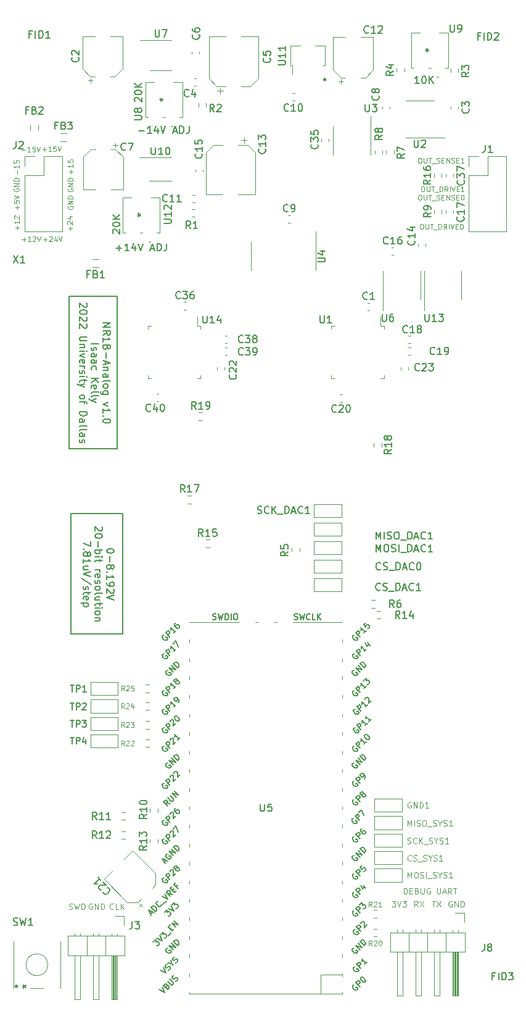
<source format=gbr>
%TF.GenerationSoftware,KiCad,Pcbnew,(6.0.7-1)-1*%
%TF.CreationDate,2022-08-23T13:00:43-05:00*%
%TF.ProjectId,NR1B-analog,4e523142-2d61-46e6-916c-6f672e6b6963,rev?*%
%TF.SameCoordinates,Original*%
%TF.FileFunction,Legend,Top*%
%TF.FilePolarity,Positive*%
%FSLAX46Y46*%
G04 Gerber Fmt 4.6, Leading zero omitted, Abs format (unit mm)*
G04 Created by KiCad (PCBNEW (6.0.7-1)-1) date 2022-08-23 13:00:43*
%MOMM*%
%LPD*%
G01*
G04 APERTURE LIST*
%ADD10C,0.150000*%
%ADD11C,0.100000*%
%ADD12C,0.140000*%
%ADD13C,0.120000*%
G04 APERTURE END LIST*
D10*
X64900000Y-85900000D02*
X57800000Y-85900000D01*
X57800000Y-85900000D02*
X57800000Y-102400000D01*
X57800000Y-102400000D02*
X64900000Y-102400000D01*
X64900000Y-102400000D02*
X64900000Y-85900000D01*
X64200000Y-56100000D02*
X57600000Y-56100000D01*
X57600000Y-56100000D02*
X57600000Y-77000000D01*
X57600000Y-77000000D02*
X64200000Y-77000000D01*
X64200000Y-77000000D02*
X64200000Y-56100000D01*
D11*
X107416676Y-139033304D02*
X107873819Y-139033304D01*
X107645247Y-139833304D02*
X107645247Y-139033304D01*
X108064295Y-139033304D02*
X108597628Y-139833304D01*
X108597628Y-139033304D02*
X108064295Y-139833304D01*
X50443600Y-44156200D02*
X50443600Y-43622866D01*
X50710266Y-43889533D02*
X50176933Y-43889533D01*
X50010266Y-42956200D02*
X50010266Y-43289533D01*
X50343600Y-43322866D01*
X50310266Y-43289533D01*
X50276933Y-43222866D01*
X50276933Y-43056200D01*
X50310266Y-42989533D01*
X50343600Y-42956200D01*
X50410266Y-42922866D01*
X50576933Y-42922866D01*
X50643600Y-42956200D01*
X50676933Y-42989533D01*
X50710266Y-43056200D01*
X50710266Y-43222866D01*
X50676933Y-43289533D01*
X50643600Y-43322866D01*
X50010266Y-42722866D02*
X50710266Y-42489533D01*
X50010266Y-42256200D01*
X110134476Y-139096800D02*
X110058285Y-139058704D01*
X109944000Y-139058704D01*
X109829714Y-139096800D01*
X109753523Y-139172990D01*
X109715428Y-139249180D01*
X109677333Y-139401561D01*
X109677333Y-139515847D01*
X109715428Y-139668228D01*
X109753523Y-139744419D01*
X109829714Y-139820609D01*
X109944000Y-139858704D01*
X110020190Y-139858704D01*
X110134476Y-139820609D01*
X110172571Y-139782514D01*
X110172571Y-139515847D01*
X110020190Y-139515847D01*
X110515428Y-139858704D02*
X110515428Y-139058704D01*
X110972571Y-139858704D01*
X110972571Y-139058704D01*
X111353523Y-139858704D02*
X111353523Y-139058704D01*
X111544000Y-139058704D01*
X111658285Y-139096800D01*
X111734476Y-139172990D01*
X111772571Y-139249180D01*
X111810666Y-139401561D01*
X111810666Y-139515847D01*
X111772571Y-139668228D01*
X111734476Y-139744419D01*
X111658285Y-139820609D01*
X111544000Y-139858704D01*
X111353523Y-139858704D01*
X57435000Y-41333333D02*
X57401666Y-41400000D01*
X57401666Y-41500000D01*
X57435000Y-41600000D01*
X57501666Y-41666666D01*
X57568333Y-41700000D01*
X57701666Y-41733333D01*
X57801666Y-41733333D01*
X57935000Y-41700000D01*
X58001666Y-41666666D01*
X58068333Y-41600000D01*
X58101666Y-41500000D01*
X58101666Y-41433333D01*
X58068333Y-41333333D01*
X58035000Y-41300000D01*
X57801666Y-41300000D01*
X57801666Y-41433333D01*
X58101666Y-41000000D02*
X57401666Y-41000000D01*
X58101666Y-40600000D01*
X57401666Y-40600000D01*
X58101666Y-40266666D02*
X57401666Y-40266666D01*
X57401666Y-40100000D01*
X57435000Y-40000000D01*
X57501666Y-39933333D01*
X57568333Y-39900000D01*
X57701666Y-39866666D01*
X57801666Y-39866666D01*
X57935000Y-39900000D01*
X58001666Y-39933333D01*
X58068333Y-40000000D01*
X58101666Y-40100000D01*
X58101666Y-40266666D01*
X51090666Y-48310000D02*
X51624000Y-48310000D01*
X51357333Y-48576666D02*
X51357333Y-48043333D01*
X52324000Y-48576666D02*
X51924000Y-48576666D01*
X52124000Y-48576666D02*
X52124000Y-47876666D01*
X52057333Y-47976666D01*
X51990666Y-48043333D01*
X51924000Y-48076666D01*
X52590666Y-47943333D02*
X52624000Y-47910000D01*
X52690666Y-47876666D01*
X52857333Y-47876666D01*
X52924000Y-47910000D01*
X52957333Y-47943333D01*
X52990666Y-48010000D01*
X52990666Y-48076666D01*
X52957333Y-48176666D01*
X52557333Y-48576666D01*
X52990666Y-48576666D01*
X53190666Y-47876666D02*
X53424000Y-48576666D01*
X53657333Y-47876666D01*
X57750000Y-47033333D02*
X57750000Y-46500000D01*
X58016666Y-46766666D02*
X57483333Y-46766666D01*
X57383333Y-46200000D02*
X57350000Y-46166666D01*
X57316666Y-46100000D01*
X57316666Y-45933333D01*
X57350000Y-45866666D01*
X57383333Y-45833333D01*
X57450000Y-45800000D01*
X57516666Y-45800000D01*
X57616666Y-45833333D01*
X58016666Y-46233333D01*
X58016666Y-45800000D01*
X57550000Y-45200000D02*
X58016666Y-45200000D01*
X57283333Y-45366666D02*
X57783333Y-45533333D01*
X57783333Y-45100000D01*
X57850000Y-39233333D02*
X57850000Y-38700000D01*
X58116666Y-38966666D02*
X57583333Y-38966666D01*
X58116666Y-38000000D02*
X58116666Y-38400000D01*
X58116666Y-38200000D02*
X57416666Y-38200000D01*
X57516666Y-38266666D01*
X57583333Y-38333333D01*
X57616666Y-38400000D01*
X57416666Y-37366666D02*
X57416666Y-37700000D01*
X57750000Y-37733333D01*
X57716666Y-37700000D01*
X57683333Y-37633333D01*
X57683333Y-37466666D01*
X57716666Y-37400000D01*
X57750000Y-37366666D01*
X57816666Y-37333333D01*
X57983333Y-37333333D01*
X58050000Y-37366666D01*
X58083333Y-37400000D01*
X58116666Y-37466666D01*
X58116666Y-37633333D01*
X58083333Y-37700000D01*
X58050000Y-37733333D01*
D10*
X67147619Y-33371428D02*
X67909523Y-33371428D01*
X68909523Y-33752380D02*
X68338095Y-33752380D01*
X68623809Y-33752380D02*
X68623809Y-32752380D01*
X68528571Y-32895238D01*
X68433333Y-32990476D01*
X68338095Y-33038095D01*
X69766666Y-33085714D02*
X69766666Y-33752380D01*
X69528571Y-32704761D02*
X69290476Y-33419047D01*
X69909523Y-33419047D01*
X70147619Y-32752380D02*
X70480952Y-33752380D01*
X70814285Y-32752380D01*
X71861904Y-33466666D02*
X72338095Y-33466666D01*
X71766666Y-33752380D02*
X72100000Y-32752380D01*
X72433333Y-33752380D01*
X72766666Y-33752380D02*
X72766666Y-32752380D01*
X73004761Y-32752380D01*
X73147619Y-32800000D01*
X73242857Y-32895238D01*
X73290476Y-32990476D01*
X73338095Y-33180952D01*
X73338095Y-33323809D01*
X73290476Y-33514285D01*
X73242857Y-33609523D01*
X73147619Y-33704761D01*
X73004761Y-33752380D01*
X72766666Y-33752380D01*
X74052380Y-32752380D02*
X74052380Y-33466666D01*
X74004761Y-33609523D01*
X73909523Y-33704761D01*
X73766666Y-33752380D01*
X73671428Y-33752380D01*
D11*
X103538095Y-138061904D02*
X103538095Y-137261904D01*
X103728571Y-137261904D01*
X103842857Y-137300000D01*
X103919047Y-137376190D01*
X103957142Y-137452380D01*
X103995238Y-137604761D01*
X103995238Y-137719047D01*
X103957142Y-137871428D01*
X103919047Y-137947619D01*
X103842857Y-138023809D01*
X103728571Y-138061904D01*
X103538095Y-138061904D01*
X104338095Y-137642857D02*
X104604761Y-137642857D01*
X104719047Y-138061904D02*
X104338095Y-138061904D01*
X104338095Y-137261904D01*
X104719047Y-137261904D01*
X105328571Y-137642857D02*
X105442857Y-137680952D01*
X105480952Y-137719047D01*
X105519047Y-137795238D01*
X105519047Y-137909523D01*
X105480952Y-137985714D01*
X105442857Y-138023809D01*
X105366666Y-138061904D01*
X105061904Y-138061904D01*
X105061904Y-137261904D01*
X105328571Y-137261904D01*
X105404761Y-137300000D01*
X105442857Y-137338095D01*
X105480952Y-137414285D01*
X105480952Y-137490476D01*
X105442857Y-137566666D01*
X105404761Y-137604761D01*
X105328571Y-137642857D01*
X105061904Y-137642857D01*
X105861904Y-137261904D02*
X105861904Y-137909523D01*
X105900000Y-137985714D01*
X105938095Y-138023809D01*
X106014285Y-138061904D01*
X106166666Y-138061904D01*
X106242857Y-138023809D01*
X106280952Y-137985714D01*
X106319047Y-137909523D01*
X106319047Y-137261904D01*
X107119047Y-137300000D02*
X107042857Y-137261904D01*
X106928571Y-137261904D01*
X106814285Y-137300000D01*
X106738095Y-137376190D01*
X106700000Y-137452380D01*
X106661904Y-137604761D01*
X106661904Y-137719047D01*
X106700000Y-137871428D01*
X106738095Y-137947619D01*
X106814285Y-138023809D01*
X106928571Y-138061904D01*
X107004761Y-138061904D01*
X107119047Y-138023809D01*
X107157142Y-137985714D01*
X107157142Y-137719047D01*
X107004761Y-137719047D01*
X108109523Y-137261904D02*
X108109523Y-137909523D01*
X108147619Y-137985714D01*
X108185714Y-138023809D01*
X108261904Y-138061904D01*
X108414285Y-138061904D01*
X108490476Y-138023809D01*
X108528571Y-137985714D01*
X108566666Y-137909523D01*
X108566666Y-137261904D01*
X108909523Y-137833333D02*
X109290476Y-137833333D01*
X108833333Y-138061904D02*
X109100000Y-137261904D01*
X109366666Y-138061904D01*
X110090476Y-138061904D02*
X109823809Y-137680952D01*
X109633333Y-138061904D02*
X109633333Y-137261904D01*
X109938095Y-137261904D01*
X110014285Y-137300000D01*
X110052380Y-137338095D01*
X110090476Y-137414285D01*
X110090476Y-137528571D01*
X110052380Y-137604761D01*
X110014285Y-137642857D01*
X109938095Y-137680952D01*
X109633333Y-137680952D01*
X110319047Y-137261904D02*
X110776190Y-137261904D01*
X110547619Y-138061904D02*
X110547619Y-137261904D01*
X50018200Y-41325733D02*
X49984866Y-41392400D01*
X49984866Y-41492400D01*
X50018200Y-41592400D01*
X50084866Y-41659066D01*
X50151533Y-41692400D01*
X50284866Y-41725733D01*
X50384866Y-41725733D01*
X50518200Y-41692400D01*
X50584866Y-41659066D01*
X50651533Y-41592400D01*
X50684866Y-41492400D01*
X50684866Y-41425733D01*
X50651533Y-41325733D01*
X50618200Y-41292400D01*
X50384866Y-41292400D01*
X50384866Y-41425733D01*
X50684866Y-40992400D02*
X49984866Y-40992400D01*
X50684866Y-40592400D01*
X49984866Y-40592400D01*
X50684866Y-40259066D02*
X49984866Y-40259066D01*
X49984866Y-40092400D01*
X50018200Y-39992400D01*
X50084866Y-39925733D01*
X50151533Y-39892400D01*
X50284866Y-39859066D01*
X50384866Y-39859066D01*
X50518200Y-39892400D01*
X50584866Y-39925733D01*
X50651533Y-39992400D01*
X50684866Y-40092400D01*
X50684866Y-40259066D01*
X50418200Y-39333333D02*
X50418200Y-38800000D01*
X50684866Y-38100000D02*
X50684866Y-38500000D01*
X50684866Y-38300000D02*
X49984866Y-38300000D01*
X50084866Y-38366666D01*
X50151533Y-38433333D01*
X50184866Y-38500000D01*
X49984866Y-37466666D02*
X49984866Y-37800000D01*
X50318200Y-37833333D01*
X50284866Y-37800000D01*
X50251533Y-37733333D01*
X50251533Y-37566666D01*
X50284866Y-37500000D01*
X50318200Y-37466666D01*
X50384866Y-37433333D01*
X50551533Y-37433333D01*
X50618200Y-37466666D01*
X50651533Y-37500000D01*
X50684866Y-37566666D01*
X50684866Y-37733333D01*
X50651533Y-37800000D01*
X50618200Y-37833333D01*
X50450000Y-46933333D02*
X50450000Y-46400000D01*
X50716666Y-46666666D02*
X50183333Y-46666666D01*
X50716666Y-45700000D02*
X50716666Y-46100000D01*
X50716666Y-45900000D02*
X50016666Y-45900000D01*
X50116666Y-45966666D01*
X50183333Y-46033333D01*
X50216666Y-46100000D01*
X50083333Y-45433333D02*
X50050000Y-45400000D01*
X50016666Y-45333333D01*
X50016666Y-45166666D01*
X50050000Y-45100000D01*
X50083333Y-45066666D01*
X50150000Y-45033333D01*
X50216666Y-45033333D01*
X50316666Y-45066666D01*
X50716666Y-45466666D01*
X50716666Y-45033333D01*
X57562885Y-140150809D02*
X57677171Y-140188904D01*
X57867647Y-140188904D01*
X57943838Y-140150809D01*
X57981933Y-140112714D01*
X58020028Y-140036523D01*
X58020028Y-139960333D01*
X57981933Y-139884142D01*
X57943838Y-139846047D01*
X57867647Y-139807952D01*
X57715266Y-139769857D01*
X57639076Y-139731761D01*
X57600980Y-139693666D01*
X57562885Y-139617476D01*
X57562885Y-139541285D01*
X57600980Y-139465095D01*
X57639076Y-139427000D01*
X57715266Y-139388904D01*
X57905742Y-139388904D01*
X58020028Y-139427000D01*
X58286695Y-139388904D02*
X58477171Y-140188904D01*
X58629552Y-139617476D01*
X58781933Y-140188904D01*
X58972409Y-139388904D01*
X59277171Y-140188904D02*
X59277171Y-139388904D01*
X59467647Y-139388904D01*
X59581933Y-139427000D01*
X59658123Y-139503190D01*
X59696219Y-139579380D01*
X59734314Y-139731761D01*
X59734314Y-139846047D01*
X59696219Y-139998428D01*
X59658123Y-140074619D01*
X59581933Y-140150809D01*
X59467647Y-140188904D01*
X59277171Y-140188904D01*
X105683333Y-37116666D02*
X105816666Y-37116666D01*
X105883333Y-37150000D01*
X105950000Y-37216666D01*
X105983333Y-37350000D01*
X105983333Y-37583333D01*
X105950000Y-37716666D01*
X105883333Y-37783333D01*
X105816666Y-37816666D01*
X105683333Y-37816666D01*
X105616666Y-37783333D01*
X105550000Y-37716666D01*
X105516666Y-37583333D01*
X105516666Y-37350000D01*
X105550000Y-37216666D01*
X105616666Y-37150000D01*
X105683333Y-37116666D01*
X106283333Y-37116666D02*
X106283333Y-37683333D01*
X106316666Y-37750000D01*
X106350000Y-37783333D01*
X106416666Y-37816666D01*
X106550000Y-37816666D01*
X106616666Y-37783333D01*
X106650000Y-37750000D01*
X106683333Y-37683333D01*
X106683333Y-37116666D01*
X106916666Y-37116666D02*
X107316666Y-37116666D01*
X107116666Y-37816666D02*
X107116666Y-37116666D01*
X107383333Y-37883333D02*
X107916666Y-37883333D01*
X108050000Y-37783333D02*
X108150000Y-37816666D01*
X108316666Y-37816666D01*
X108383333Y-37783333D01*
X108416666Y-37750000D01*
X108450000Y-37683333D01*
X108450000Y-37616666D01*
X108416666Y-37550000D01*
X108383333Y-37516666D01*
X108316666Y-37483333D01*
X108183333Y-37450000D01*
X108116666Y-37416666D01*
X108083333Y-37383333D01*
X108050000Y-37316666D01*
X108050000Y-37250000D01*
X108083333Y-37183333D01*
X108116666Y-37150000D01*
X108183333Y-37116666D01*
X108350000Y-37116666D01*
X108450000Y-37150000D01*
X108750000Y-37450000D02*
X108983333Y-37450000D01*
X109083333Y-37816666D02*
X108750000Y-37816666D01*
X108750000Y-37116666D01*
X109083333Y-37116666D01*
X109383333Y-37816666D02*
X109383333Y-37116666D01*
X109783333Y-37816666D01*
X109783333Y-37116666D01*
X110083333Y-37783333D02*
X110183333Y-37816666D01*
X110350000Y-37816666D01*
X110416666Y-37783333D01*
X110450000Y-37750000D01*
X110483333Y-37683333D01*
X110483333Y-37616666D01*
X110450000Y-37550000D01*
X110416666Y-37516666D01*
X110350000Y-37483333D01*
X110216666Y-37450000D01*
X110150000Y-37416666D01*
X110116666Y-37383333D01*
X110083333Y-37316666D01*
X110083333Y-37250000D01*
X110116666Y-37183333D01*
X110150000Y-37150000D01*
X110216666Y-37116666D01*
X110383333Y-37116666D01*
X110483333Y-37150000D01*
X110783333Y-37450000D02*
X111016666Y-37450000D01*
X111116666Y-37816666D02*
X110783333Y-37816666D01*
X110783333Y-37116666D01*
X111116666Y-37116666D01*
X111783333Y-37816666D02*
X111383333Y-37816666D01*
X111583333Y-37816666D02*
X111583333Y-37116666D01*
X111516666Y-37216666D01*
X111450000Y-37283333D01*
X111383333Y-37316666D01*
X54011666Y-48310000D02*
X54545000Y-48310000D01*
X54278333Y-48576666D02*
X54278333Y-48043333D01*
X54845000Y-47943333D02*
X54878333Y-47910000D01*
X54945000Y-47876666D01*
X55111666Y-47876666D01*
X55178333Y-47910000D01*
X55211666Y-47943333D01*
X55245000Y-48010000D01*
X55245000Y-48076666D01*
X55211666Y-48176666D01*
X54811666Y-48576666D01*
X55245000Y-48576666D01*
X55845000Y-48110000D02*
X55845000Y-48576666D01*
X55678333Y-47843333D02*
X55511666Y-48343333D01*
X55945000Y-48343333D01*
X56111666Y-47876666D02*
X56345000Y-48576666D01*
X56578333Y-47876666D01*
D10*
X64047619Y-49471428D02*
X64809523Y-49471428D01*
X64428571Y-49852380D02*
X64428571Y-49090476D01*
X65809523Y-49852380D02*
X65238095Y-49852380D01*
X65523809Y-49852380D02*
X65523809Y-48852380D01*
X65428571Y-48995238D01*
X65333333Y-49090476D01*
X65238095Y-49138095D01*
X66666666Y-49185714D02*
X66666666Y-49852380D01*
X66428571Y-48804761D02*
X66190476Y-49519047D01*
X66809523Y-49519047D01*
X67047619Y-48852380D02*
X67380952Y-49852380D01*
X67714285Y-48852380D01*
X68761904Y-49566666D02*
X69238095Y-49566666D01*
X68666666Y-49852380D02*
X69000000Y-48852380D01*
X69333333Y-49852380D01*
X69666666Y-49852380D02*
X69666666Y-48852380D01*
X69904761Y-48852380D01*
X70047619Y-48900000D01*
X70142857Y-48995238D01*
X70190476Y-49090476D01*
X70238095Y-49280952D01*
X70238095Y-49423809D01*
X70190476Y-49614285D01*
X70142857Y-49709523D01*
X70047619Y-49804761D01*
X69904761Y-49852380D01*
X69666666Y-49852380D01*
X70952380Y-48852380D02*
X70952380Y-49566666D01*
X70904761Y-49709523D01*
X70809523Y-49804761D01*
X70666666Y-49852380D01*
X70571428Y-49852380D01*
D11*
X63658809Y-140087314D02*
X63620714Y-140125409D01*
X63506428Y-140163504D01*
X63430238Y-140163504D01*
X63315952Y-140125409D01*
X63239761Y-140049219D01*
X63201666Y-139973028D01*
X63163571Y-139820647D01*
X63163571Y-139706361D01*
X63201666Y-139553980D01*
X63239761Y-139477790D01*
X63315952Y-139401600D01*
X63430238Y-139363504D01*
X63506428Y-139363504D01*
X63620714Y-139401600D01*
X63658809Y-139439695D01*
X64382619Y-140163504D02*
X64001666Y-140163504D01*
X64001666Y-139363504D01*
X64649285Y-140163504D02*
X64649285Y-139363504D01*
X65106428Y-140163504D02*
X64763571Y-139706361D01*
X65106428Y-139363504D02*
X64649285Y-139820647D01*
X51039866Y-35991000D02*
X51573200Y-35991000D01*
X52273200Y-36257666D02*
X51873200Y-36257666D01*
X52073200Y-36257666D02*
X52073200Y-35557666D01*
X52006533Y-35657666D01*
X51939866Y-35724333D01*
X51873200Y-35757666D01*
X52906533Y-35557666D02*
X52573200Y-35557666D01*
X52539866Y-35891000D01*
X52573200Y-35857666D01*
X52639866Y-35824333D01*
X52806533Y-35824333D01*
X52873200Y-35857666D01*
X52906533Y-35891000D01*
X52939866Y-35957666D01*
X52939866Y-36124333D01*
X52906533Y-36191000D01*
X52873200Y-36224333D01*
X52806533Y-36257666D01*
X52639866Y-36257666D01*
X52573200Y-36224333D01*
X52539866Y-36191000D01*
X53139866Y-35557666D02*
X53373200Y-36257666D01*
X53606533Y-35557666D01*
X105916666Y-46166666D02*
X106050000Y-46166666D01*
X106116666Y-46200000D01*
X106183333Y-46266666D01*
X106216666Y-46400000D01*
X106216666Y-46633333D01*
X106183333Y-46766666D01*
X106116666Y-46833333D01*
X106050000Y-46866666D01*
X105916666Y-46866666D01*
X105850000Y-46833333D01*
X105783333Y-46766666D01*
X105750000Y-46633333D01*
X105750000Y-46400000D01*
X105783333Y-46266666D01*
X105850000Y-46200000D01*
X105916666Y-46166666D01*
X106516666Y-46166666D02*
X106516666Y-46733333D01*
X106550000Y-46800000D01*
X106583333Y-46833333D01*
X106650000Y-46866666D01*
X106783333Y-46866666D01*
X106850000Y-46833333D01*
X106883333Y-46800000D01*
X106916666Y-46733333D01*
X106916666Y-46166666D01*
X107150000Y-46166666D02*
X107550000Y-46166666D01*
X107350000Y-46866666D02*
X107350000Y-46166666D01*
X107616666Y-46933333D02*
X108150000Y-46933333D01*
X108316666Y-46866666D02*
X108316666Y-46166666D01*
X108483333Y-46166666D01*
X108583333Y-46200000D01*
X108650000Y-46266666D01*
X108683333Y-46333333D01*
X108716666Y-46466666D01*
X108716666Y-46566666D01*
X108683333Y-46700000D01*
X108650000Y-46766666D01*
X108583333Y-46833333D01*
X108483333Y-46866666D01*
X108316666Y-46866666D01*
X109416666Y-46866666D02*
X109183333Y-46533333D01*
X109016666Y-46866666D02*
X109016666Y-46166666D01*
X109283333Y-46166666D01*
X109350000Y-46200000D01*
X109383333Y-46233333D01*
X109416666Y-46300000D01*
X109416666Y-46400000D01*
X109383333Y-46466666D01*
X109350000Y-46500000D01*
X109283333Y-46533333D01*
X109016666Y-46533333D01*
X109716666Y-46866666D02*
X109716666Y-46166666D01*
X109950000Y-46166666D02*
X110183333Y-46866666D01*
X110416666Y-46166666D01*
X110650000Y-46500000D02*
X110883333Y-46500000D01*
X110983333Y-46866666D02*
X110650000Y-46866666D01*
X110650000Y-46166666D01*
X110983333Y-46166666D01*
X111416666Y-46166666D02*
X111483333Y-46166666D01*
X111550000Y-46200000D01*
X111583333Y-46233333D01*
X111616666Y-46300000D01*
X111650000Y-46433333D01*
X111650000Y-46600000D01*
X111616666Y-46733333D01*
X111583333Y-46800000D01*
X111550000Y-46833333D01*
X111483333Y-46866666D01*
X111416666Y-46866666D01*
X111350000Y-46833333D01*
X111316666Y-46800000D01*
X111283333Y-46733333D01*
X111250000Y-46600000D01*
X111250000Y-46433333D01*
X111283333Y-46300000D01*
X111316666Y-46233333D01*
X111350000Y-46200000D01*
X111416666Y-46166666D01*
X105454466Y-139833304D02*
X105187800Y-139452352D01*
X104997323Y-139833304D02*
X104997323Y-139033304D01*
X105302085Y-139033304D01*
X105378276Y-139071400D01*
X105416371Y-139109495D01*
X105454466Y-139185685D01*
X105454466Y-139299971D01*
X105416371Y-139376161D01*
X105378276Y-139414257D01*
X105302085Y-139452352D01*
X104997323Y-139452352D01*
X105721133Y-139033304D02*
X106254466Y-139833304D01*
X106254466Y-139033304D02*
X105721133Y-139833304D01*
D10*
X62257619Y-59766666D02*
X63257619Y-59766666D01*
X62257619Y-60338095D01*
X63257619Y-60338095D01*
X62257619Y-61385714D02*
X62733809Y-61052380D01*
X62257619Y-60814285D02*
X63257619Y-60814285D01*
X63257619Y-61195238D01*
X63210000Y-61290476D01*
X63162380Y-61338095D01*
X63067142Y-61385714D01*
X62924285Y-61385714D01*
X62829047Y-61338095D01*
X62781428Y-61290476D01*
X62733809Y-61195238D01*
X62733809Y-60814285D01*
X62257619Y-62338095D02*
X62257619Y-61766666D01*
X62257619Y-62052380D02*
X63257619Y-62052380D01*
X63114761Y-61957142D01*
X63019523Y-61861904D01*
X62971904Y-61766666D01*
X62781428Y-63100000D02*
X62733809Y-63242857D01*
X62686190Y-63290476D01*
X62590952Y-63338095D01*
X62448095Y-63338095D01*
X62352857Y-63290476D01*
X62305238Y-63242857D01*
X62257619Y-63147619D01*
X62257619Y-62766666D01*
X63257619Y-62766666D01*
X63257619Y-63100000D01*
X63210000Y-63195238D01*
X63162380Y-63242857D01*
X63067142Y-63290476D01*
X62971904Y-63290476D01*
X62876666Y-63242857D01*
X62829047Y-63195238D01*
X62781428Y-63100000D01*
X62781428Y-62766666D01*
X62638571Y-63766666D02*
X62638571Y-64528571D01*
X62543333Y-64957142D02*
X62543333Y-65433333D01*
X62257619Y-64861904D02*
X63257619Y-65195238D01*
X62257619Y-65528571D01*
X62924285Y-65861904D02*
X62257619Y-65861904D01*
X62829047Y-65861904D02*
X62876666Y-65909523D01*
X62924285Y-66004761D01*
X62924285Y-66147619D01*
X62876666Y-66242857D01*
X62781428Y-66290476D01*
X62257619Y-66290476D01*
X62257619Y-67195238D02*
X62781428Y-67195238D01*
X62876666Y-67147619D01*
X62924285Y-67052380D01*
X62924285Y-66861904D01*
X62876666Y-66766666D01*
X62305238Y-67195238D02*
X62257619Y-67100000D01*
X62257619Y-66861904D01*
X62305238Y-66766666D01*
X62400476Y-66719047D01*
X62495714Y-66719047D01*
X62590952Y-66766666D01*
X62638571Y-66861904D01*
X62638571Y-67100000D01*
X62686190Y-67195238D01*
X62257619Y-67814285D02*
X62305238Y-67719047D01*
X62400476Y-67671428D01*
X63257619Y-67671428D01*
X62257619Y-68338095D02*
X62305238Y-68242857D01*
X62352857Y-68195238D01*
X62448095Y-68147619D01*
X62733809Y-68147619D01*
X62829047Y-68195238D01*
X62876666Y-68242857D01*
X62924285Y-68338095D01*
X62924285Y-68480952D01*
X62876666Y-68576190D01*
X62829047Y-68623809D01*
X62733809Y-68671428D01*
X62448095Y-68671428D01*
X62352857Y-68623809D01*
X62305238Y-68576190D01*
X62257619Y-68480952D01*
X62257619Y-68338095D01*
X62924285Y-69528571D02*
X62114761Y-69528571D01*
X62019523Y-69480952D01*
X61971904Y-69433333D01*
X61924285Y-69338095D01*
X61924285Y-69195238D01*
X61971904Y-69100000D01*
X62305238Y-69528571D02*
X62257619Y-69433333D01*
X62257619Y-69242857D01*
X62305238Y-69147619D01*
X62352857Y-69100000D01*
X62448095Y-69052380D01*
X62733809Y-69052380D01*
X62829047Y-69100000D01*
X62876666Y-69147619D01*
X62924285Y-69242857D01*
X62924285Y-69433333D01*
X62876666Y-69528571D01*
X62924285Y-70671428D02*
X62257619Y-70909523D01*
X62924285Y-71147619D01*
X62257619Y-72052380D02*
X62257619Y-71480952D01*
X62257619Y-71766666D02*
X63257619Y-71766666D01*
X63114761Y-71671428D01*
X63019523Y-71576190D01*
X62971904Y-71480952D01*
X62352857Y-72480952D02*
X62305238Y-72528571D01*
X62257619Y-72480952D01*
X62305238Y-72433333D01*
X62352857Y-72480952D01*
X62257619Y-72480952D01*
X63257619Y-73147619D02*
X63257619Y-73242857D01*
X63210000Y-73338095D01*
X63162380Y-73385714D01*
X63067142Y-73433333D01*
X62876666Y-73480952D01*
X62638571Y-73480952D01*
X62448095Y-73433333D01*
X62352857Y-73385714D01*
X62305238Y-73338095D01*
X62257619Y-73242857D01*
X62257619Y-73147619D01*
X62305238Y-73052380D01*
X62352857Y-73004761D01*
X62448095Y-72957142D01*
X62638571Y-72909523D01*
X62876666Y-72909523D01*
X63067142Y-72957142D01*
X63162380Y-73004761D01*
X63210000Y-73052380D01*
X63257619Y-73147619D01*
X60647619Y-62647619D02*
X61647619Y-62647619D01*
X60695238Y-63076190D02*
X60647619Y-63171428D01*
X60647619Y-63361904D01*
X60695238Y-63457142D01*
X60790476Y-63504761D01*
X60838095Y-63504761D01*
X60933333Y-63457142D01*
X60980952Y-63361904D01*
X60980952Y-63219047D01*
X61028571Y-63123809D01*
X61123809Y-63076190D01*
X61171428Y-63076190D01*
X61266666Y-63123809D01*
X61314285Y-63219047D01*
X61314285Y-63361904D01*
X61266666Y-63457142D01*
X60647619Y-64361904D02*
X61171428Y-64361904D01*
X61266666Y-64314285D01*
X61314285Y-64219047D01*
X61314285Y-64028571D01*
X61266666Y-63933333D01*
X60695238Y-64361904D02*
X60647619Y-64266666D01*
X60647619Y-64028571D01*
X60695238Y-63933333D01*
X60790476Y-63885714D01*
X60885714Y-63885714D01*
X60980952Y-63933333D01*
X61028571Y-64028571D01*
X61028571Y-64266666D01*
X61076190Y-64361904D01*
X60647619Y-65266666D02*
X61171428Y-65266666D01*
X61266666Y-65219047D01*
X61314285Y-65123809D01*
X61314285Y-64933333D01*
X61266666Y-64838095D01*
X60695238Y-65266666D02*
X60647619Y-65171428D01*
X60647619Y-64933333D01*
X60695238Y-64838095D01*
X60790476Y-64790476D01*
X60885714Y-64790476D01*
X60980952Y-64838095D01*
X61028571Y-64933333D01*
X61028571Y-65171428D01*
X61076190Y-65266666D01*
X60695238Y-66171428D02*
X60647619Y-66076190D01*
X60647619Y-65885714D01*
X60695238Y-65790476D01*
X60742857Y-65742857D01*
X60838095Y-65695238D01*
X61123809Y-65695238D01*
X61219047Y-65742857D01*
X61266666Y-65790476D01*
X61314285Y-65885714D01*
X61314285Y-66076190D01*
X61266666Y-66171428D01*
X60647619Y-67361904D02*
X61647619Y-67361904D01*
X60647619Y-67933333D02*
X61219047Y-67504761D01*
X61647619Y-67933333D02*
X61076190Y-67361904D01*
X60695238Y-68742857D02*
X60647619Y-68647619D01*
X60647619Y-68457142D01*
X60695238Y-68361904D01*
X60790476Y-68314285D01*
X61171428Y-68314285D01*
X61266666Y-68361904D01*
X61314285Y-68457142D01*
X61314285Y-68647619D01*
X61266666Y-68742857D01*
X61171428Y-68790476D01*
X61076190Y-68790476D01*
X60980952Y-68314285D01*
X60647619Y-69361904D02*
X60695238Y-69266666D01*
X60790476Y-69219047D01*
X61647619Y-69219047D01*
X60647619Y-69885714D02*
X60695238Y-69790476D01*
X60790476Y-69742857D01*
X61647619Y-69742857D01*
X61314285Y-70171428D02*
X60647619Y-70409523D01*
X61314285Y-70647619D02*
X60647619Y-70409523D01*
X60409523Y-70314285D01*
X60361904Y-70266666D01*
X60314285Y-70171428D01*
X59942380Y-57028571D02*
X59990000Y-57076190D01*
X60037619Y-57171428D01*
X60037619Y-57409523D01*
X59990000Y-57504761D01*
X59942380Y-57552380D01*
X59847142Y-57600000D01*
X59751904Y-57600000D01*
X59609047Y-57552380D01*
X59037619Y-56980952D01*
X59037619Y-57600000D01*
X60037619Y-58219047D02*
X60037619Y-58314285D01*
X59990000Y-58409523D01*
X59942380Y-58457142D01*
X59847142Y-58504761D01*
X59656666Y-58552380D01*
X59418571Y-58552380D01*
X59228095Y-58504761D01*
X59132857Y-58457142D01*
X59085238Y-58409523D01*
X59037619Y-58314285D01*
X59037619Y-58219047D01*
X59085238Y-58123809D01*
X59132857Y-58076190D01*
X59228095Y-58028571D01*
X59418571Y-57980952D01*
X59656666Y-57980952D01*
X59847142Y-58028571D01*
X59942380Y-58076190D01*
X59990000Y-58123809D01*
X60037619Y-58219047D01*
X59942380Y-58933333D02*
X59990000Y-58980952D01*
X60037619Y-59076190D01*
X60037619Y-59314285D01*
X59990000Y-59409523D01*
X59942380Y-59457142D01*
X59847142Y-59504761D01*
X59751904Y-59504761D01*
X59609047Y-59457142D01*
X59037619Y-58885714D01*
X59037619Y-59504761D01*
X59942380Y-59885714D02*
X59990000Y-59933333D01*
X60037619Y-60028571D01*
X60037619Y-60266666D01*
X59990000Y-60361904D01*
X59942380Y-60409523D01*
X59847142Y-60457142D01*
X59751904Y-60457142D01*
X59609047Y-60409523D01*
X59037619Y-59838095D01*
X59037619Y-60457142D01*
X60037619Y-61647619D02*
X59228095Y-61647619D01*
X59132857Y-61695238D01*
X59085238Y-61742857D01*
X59037619Y-61838095D01*
X59037619Y-62028571D01*
X59085238Y-62123809D01*
X59132857Y-62171428D01*
X59228095Y-62219047D01*
X60037619Y-62219047D01*
X59704285Y-62695238D02*
X59037619Y-62695238D01*
X59609047Y-62695238D02*
X59656666Y-62742857D01*
X59704285Y-62838095D01*
X59704285Y-62980952D01*
X59656666Y-63076190D01*
X59561428Y-63123809D01*
X59037619Y-63123809D01*
X59037619Y-63600000D02*
X59704285Y-63600000D01*
X60037619Y-63600000D02*
X59990000Y-63552380D01*
X59942380Y-63600000D01*
X59990000Y-63647619D01*
X60037619Y-63600000D01*
X59942380Y-63600000D01*
X59704285Y-63980952D02*
X59037619Y-64219047D01*
X59704285Y-64457142D01*
X59085238Y-65219047D02*
X59037619Y-65123809D01*
X59037619Y-64933333D01*
X59085238Y-64838095D01*
X59180476Y-64790476D01*
X59561428Y-64790476D01*
X59656666Y-64838095D01*
X59704285Y-64933333D01*
X59704285Y-65123809D01*
X59656666Y-65219047D01*
X59561428Y-65266666D01*
X59466190Y-65266666D01*
X59370952Y-64790476D01*
X59037619Y-65695238D02*
X59704285Y-65695238D01*
X59513809Y-65695238D02*
X59609047Y-65742857D01*
X59656666Y-65790476D01*
X59704285Y-65885714D01*
X59704285Y-65980952D01*
X59085238Y-66266666D02*
X59037619Y-66361904D01*
X59037619Y-66552380D01*
X59085238Y-66647619D01*
X59180476Y-66695238D01*
X59228095Y-66695238D01*
X59323333Y-66647619D01*
X59370952Y-66552380D01*
X59370952Y-66409523D01*
X59418571Y-66314285D01*
X59513809Y-66266666D01*
X59561428Y-66266666D01*
X59656666Y-66314285D01*
X59704285Y-66409523D01*
X59704285Y-66552380D01*
X59656666Y-66647619D01*
X59037619Y-67123809D02*
X59704285Y-67123809D01*
X60037619Y-67123809D02*
X59990000Y-67076190D01*
X59942380Y-67123809D01*
X59990000Y-67171428D01*
X60037619Y-67123809D01*
X59942380Y-67123809D01*
X59704285Y-67457142D02*
X59704285Y-67838095D01*
X60037619Y-67600000D02*
X59180476Y-67600000D01*
X59085238Y-67647619D01*
X59037619Y-67742857D01*
X59037619Y-67838095D01*
X59704285Y-68076190D02*
X59037619Y-68314285D01*
X59704285Y-68552380D02*
X59037619Y-68314285D01*
X58799523Y-68219047D01*
X58751904Y-68171428D01*
X58704285Y-68076190D01*
X59037619Y-69838095D02*
X59085238Y-69742857D01*
X59132857Y-69695238D01*
X59228095Y-69647619D01*
X59513809Y-69647619D01*
X59609047Y-69695238D01*
X59656666Y-69742857D01*
X59704285Y-69838095D01*
X59704285Y-69980952D01*
X59656666Y-70076190D01*
X59609047Y-70123809D01*
X59513809Y-70171428D01*
X59228095Y-70171428D01*
X59132857Y-70123809D01*
X59085238Y-70076190D01*
X59037619Y-69980952D01*
X59037619Y-69838095D01*
X59704285Y-70457142D02*
X59704285Y-70838095D01*
X59037619Y-70600000D02*
X59894761Y-70600000D01*
X59990000Y-70647619D01*
X60037619Y-70742857D01*
X60037619Y-70838095D01*
X59037619Y-71933333D02*
X60037619Y-71933333D01*
X60037619Y-72171428D01*
X59990000Y-72314285D01*
X59894761Y-72409523D01*
X59799523Y-72457142D01*
X59609047Y-72504761D01*
X59466190Y-72504761D01*
X59275714Y-72457142D01*
X59180476Y-72409523D01*
X59085238Y-72314285D01*
X59037619Y-72171428D01*
X59037619Y-71933333D01*
X59037619Y-73361904D02*
X59561428Y-73361904D01*
X59656666Y-73314285D01*
X59704285Y-73219047D01*
X59704285Y-73028571D01*
X59656666Y-72933333D01*
X59085238Y-73361904D02*
X59037619Y-73266666D01*
X59037619Y-73028571D01*
X59085238Y-72933333D01*
X59180476Y-72885714D01*
X59275714Y-72885714D01*
X59370952Y-72933333D01*
X59418571Y-73028571D01*
X59418571Y-73266666D01*
X59466190Y-73361904D01*
X59037619Y-73980952D02*
X59085238Y-73885714D01*
X59180476Y-73838095D01*
X60037619Y-73838095D01*
X59037619Y-74504761D02*
X59085238Y-74409523D01*
X59180476Y-74361904D01*
X60037619Y-74361904D01*
X59037619Y-75314285D02*
X59561428Y-75314285D01*
X59656666Y-75266666D01*
X59704285Y-75171428D01*
X59704285Y-74980952D01*
X59656666Y-74885714D01*
X59085238Y-75314285D02*
X59037619Y-75219047D01*
X59037619Y-74980952D01*
X59085238Y-74885714D01*
X59180476Y-74838095D01*
X59275714Y-74838095D01*
X59370952Y-74885714D01*
X59418571Y-74980952D01*
X59418571Y-75219047D01*
X59466190Y-75314285D01*
X59085238Y-75742857D02*
X59037619Y-75838095D01*
X59037619Y-76028571D01*
X59085238Y-76123809D01*
X59180476Y-76171428D01*
X59228095Y-76171428D01*
X59323333Y-76123809D01*
X59370952Y-76028571D01*
X59370952Y-75885714D01*
X59418571Y-75790476D01*
X59513809Y-75742857D01*
X59561428Y-75742857D01*
X59656666Y-75790476D01*
X59704285Y-75885714D01*
X59704285Y-76028571D01*
X59656666Y-76123809D01*
X63757619Y-90961904D02*
X63757619Y-91057142D01*
X63710000Y-91152380D01*
X63662380Y-91200000D01*
X63567142Y-91247619D01*
X63376666Y-91295238D01*
X63138571Y-91295238D01*
X62948095Y-91247619D01*
X62852857Y-91200000D01*
X62805238Y-91152380D01*
X62757619Y-91057142D01*
X62757619Y-90961904D01*
X62805238Y-90866666D01*
X62852857Y-90819047D01*
X62948095Y-90771428D01*
X63138571Y-90723809D01*
X63376666Y-90723809D01*
X63567142Y-90771428D01*
X63662380Y-90819047D01*
X63710000Y-90866666D01*
X63757619Y-90961904D01*
X63138571Y-91723809D02*
X63138571Y-92485714D01*
X63329047Y-93104761D02*
X63376666Y-93009523D01*
X63424285Y-92961904D01*
X63519523Y-92914285D01*
X63567142Y-92914285D01*
X63662380Y-92961904D01*
X63710000Y-93009523D01*
X63757619Y-93104761D01*
X63757619Y-93295238D01*
X63710000Y-93390476D01*
X63662380Y-93438095D01*
X63567142Y-93485714D01*
X63519523Y-93485714D01*
X63424285Y-93438095D01*
X63376666Y-93390476D01*
X63329047Y-93295238D01*
X63329047Y-93104761D01*
X63281428Y-93009523D01*
X63233809Y-92961904D01*
X63138571Y-92914285D01*
X62948095Y-92914285D01*
X62852857Y-92961904D01*
X62805238Y-93009523D01*
X62757619Y-93104761D01*
X62757619Y-93295238D01*
X62805238Y-93390476D01*
X62852857Y-93438095D01*
X62948095Y-93485714D01*
X63138571Y-93485714D01*
X63233809Y-93438095D01*
X63281428Y-93390476D01*
X63329047Y-93295238D01*
X62852857Y-93914285D02*
X62805238Y-93961904D01*
X62757619Y-93914285D01*
X62805238Y-93866666D01*
X62852857Y-93914285D01*
X62757619Y-93914285D01*
X62757619Y-94914285D02*
X62757619Y-94342857D01*
X62757619Y-94628571D02*
X63757619Y-94628571D01*
X63614761Y-94533333D01*
X63519523Y-94438095D01*
X63471904Y-94342857D01*
X62757619Y-95390476D02*
X62757619Y-95580952D01*
X62805238Y-95676190D01*
X62852857Y-95723809D01*
X62995714Y-95819047D01*
X63186190Y-95866666D01*
X63567142Y-95866666D01*
X63662380Y-95819047D01*
X63710000Y-95771428D01*
X63757619Y-95676190D01*
X63757619Y-95485714D01*
X63710000Y-95390476D01*
X63662380Y-95342857D01*
X63567142Y-95295238D01*
X63329047Y-95295238D01*
X63233809Y-95342857D01*
X63186190Y-95390476D01*
X63138571Y-95485714D01*
X63138571Y-95676190D01*
X63186190Y-95771428D01*
X63233809Y-95819047D01*
X63329047Y-95866666D01*
X63662380Y-96247619D02*
X63710000Y-96295238D01*
X63757619Y-96390476D01*
X63757619Y-96628571D01*
X63710000Y-96723809D01*
X63662380Y-96771428D01*
X63567142Y-96819047D01*
X63471904Y-96819047D01*
X63329047Y-96771428D01*
X62757619Y-96200000D01*
X62757619Y-96819047D01*
X63757619Y-97104761D02*
X62757619Y-97438095D01*
X63757619Y-97771428D01*
X62052380Y-87723809D02*
X62100000Y-87771428D01*
X62147619Y-87866666D01*
X62147619Y-88104761D01*
X62100000Y-88200000D01*
X62052380Y-88247619D01*
X61957142Y-88295238D01*
X61861904Y-88295238D01*
X61719047Y-88247619D01*
X61147619Y-87676190D01*
X61147619Y-88295238D01*
X62147619Y-88914285D02*
X62147619Y-89009523D01*
X62100000Y-89104761D01*
X62052380Y-89152380D01*
X61957142Y-89200000D01*
X61766666Y-89247619D01*
X61528571Y-89247619D01*
X61338095Y-89200000D01*
X61242857Y-89152380D01*
X61195238Y-89104761D01*
X61147619Y-89009523D01*
X61147619Y-88914285D01*
X61195238Y-88819047D01*
X61242857Y-88771428D01*
X61338095Y-88723809D01*
X61528571Y-88676190D01*
X61766666Y-88676190D01*
X61957142Y-88723809D01*
X62052380Y-88771428D01*
X62100000Y-88819047D01*
X62147619Y-88914285D01*
X61528571Y-89676190D02*
X61528571Y-90438095D01*
X61147619Y-90914285D02*
X62147619Y-90914285D01*
X61766666Y-90914285D02*
X61814285Y-91009523D01*
X61814285Y-91200000D01*
X61766666Y-91295238D01*
X61719047Y-91342857D01*
X61623809Y-91390476D01*
X61338095Y-91390476D01*
X61242857Y-91342857D01*
X61195238Y-91295238D01*
X61147619Y-91200000D01*
X61147619Y-91009523D01*
X61195238Y-90914285D01*
X61147619Y-91819047D02*
X61814285Y-91819047D01*
X62147619Y-91819047D02*
X62100000Y-91771428D01*
X62052380Y-91819047D01*
X62100000Y-91866666D01*
X62147619Y-91819047D01*
X62052380Y-91819047D01*
X61814285Y-92152380D02*
X61814285Y-92533333D01*
X62147619Y-92295238D02*
X61290476Y-92295238D01*
X61195238Y-92342857D01*
X61147619Y-92438095D01*
X61147619Y-92533333D01*
X61147619Y-93628571D02*
X61814285Y-93628571D01*
X61623809Y-93628571D02*
X61719047Y-93676190D01*
X61766666Y-93723809D01*
X61814285Y-93819047D01*
X61814285Y-93914285D01*
X61195238Y-94628571D02*
X61147619Y-94533333D01*
X61147619Y-94342857D01*
X61195238Y-94247619D01*
X61290476Y-94200000D01*
X61671428Y-94200000D01*
X61766666Y-94247619D01*
X61814285Y-94342857D01*
X61814285Y-94533333D01*
X61766666Y-94628571D01*
X61671428Y-94676190D01*
X61576190Y-94676190D01*
X61480952Y-94200000D01*
X61195238Y-95057142D02*
X61147619Y-95152380D01*
X61147619Y-95342857D01*
X61195238Y-95438095D01*
X61290476Y-95485714D01*
X61338095Y-95485714D01*
X61433333Y-95438095D01*
X61480952Y-95342857D01*
X61480952Y-95200000D01*
X61528571Y-95104761D01*
X61623809Y-95057142D01*
X61671428Y-95057142D01*
X61766666Y-95104761D01*
X61814285Y-95200000D01*
X61814285Y-95342857D01*
X61766666Y-95438095D01*
X61147619Y-96057142D02*
X61195238Y-95961904D01*
X61242857Y-95914285D01*
X61338095Y-95866666D01*
X61623809Y-95866666D01*
X61719047Y-95914285D01*
X61766666Y-95961904D01*
X61814285Y-96057142D01*
X61814285Y-96200000D01*
X61766666Y-96295238D01*
X61719047Y-96342857D01*
X61623809Y-96390476D01*
X61338095Y-96390476D01*
X61242857Y-96342857D01*
X61195238Y-96295238D01*
X61147619Y-96200000D01*
X61147619Y-96057142D01*
X61147619Y-96961904D02*
X61195238Y-96866666D01*
X61290476Y-96819047D01*
X62147619Y-96819047D01*
X61814285Y-97771428D02*
X61147619Y-97771428D01*
X61814285Y-97342857D02*
X61290476Y-97342857D01*
X61195238Y-97390476D01*
X61147619Y-97485714D01*
X61147619Y-97628571D01*
X61195238Y-97723809D01*
X61242857Y-97771428D01*
X61814285Y-98104761D02*
X61814285Y-98485714D01*
X62147619Y-98247619D02*
X61290476Y-98247619D01*
X61195238Y-98295238D01*
X61147619Y-98390476D01*
X61147619Y-98485714D01*
X61147619Y-98819047D02*
X61814285Y-98819047D01*
X62147619Y-98819047D02*
X62100000Y-98771428D01*
X62052380Y-98819047D01*
X62100000Y-98866666D01*
X62147619Y-98819047D01*
X62052380Y-98819047D01*
X61147619Y-99438095D02*
X61195238Y-99342857D01*
X61242857Y-99295238D01*
X61338095Y-99247619D01*
X61623809Y-99247619D01*
X61719047Y-99295238D01*
X61766666Y-99342857D01*
X61814285Y-99438095D01*
X61814285Y-99580952D01*
X61766666Y-99676190D01*
X61719047Y-99723809D01*
X61623809Y-99771428D01*
X61338095Y-99771428D01*
X61242857Y-99723809D01*
X61195238Y-99676190D01*
X61147619Y-99580952D01*
X61147619Y-99438095D01*
X61814285Y-100200000D02*
X61147619Y-100200000D01*
X61719047Y-100200000D02*
X61766666Y-100247619D01*
X61814285Y-100342857D01*
X61814285Y-100485714D01*
X61766666Y-100580952D01*
X61671428Y-100628571D01*
X61147619Y-100628571D01*
X60537619Y-89700000D02*
X60537619Y-90366666D01*
X59537619Y-89938095D01*
X59632857Y-90747619D02*
X59585238Y-90795238D01*
X59537619Y-90747619D01*
X59585238Y-90700000D01*
X59632857Y-90747619D01*
X59537619Y-90747619D01*
X60109047Y-91366666D02*
X60156666Y-91271428D01*
X60204285Y-91223809D01*
X60299523Y-91176190D01*
X60347142Y-91176190D01*
X60442380Y-91223809D01*
X60490000Y-91271428D01*
X60537619Y-91366666D01*
X60537619Y-91557142D01*
X60490000Y-91652380D01*
X60442380Y-91700000D01*
X60347142Y-91747619D01*
X60299523Y-91747619D01*
X60204285Y-91700000D01*
X60156666Y-91652380D01*
X60109047Y-91557142D01*
X60109047Y-91366666D01*
X60061428Y-91271428D01*
X60013809Y-91223809D01*
X59918571Y-91176190D01*
X59728095Y-91176190D01*
X59632857Y-91223809D01*
X59585238Y-91271428D01*
X59537619Y-91366666D01*
X59537619Y-91557142D01*
X59585238Y-91652380D01*
X59632857Y-91700000D01*
X59728095Y-91747619D01*
X59918571Y-91747619D01*
X60013809Y-91700000D01*
X60061428Y-91652380D01*
X60109047Y-91557142D01*
X59537619Y-92700000D02*
X59537619Y-92128571D01*
X59537619Y-92414285D02*
X60537619Y-92414285D01*
X60394761Y-92319047D01*
X60299523Y-92223809D01*
X60251904Y-92128571D01*
X60204285Y-93557142D02*
X59537619Y-93557142D01*
X60204285Y-93128571D02*
X59680476Y-93128571D01*
X59585238Y-93176190D01*
X59537619Y-93271428D01*
X59537619Y-93414285D01*
X59585238Y-93509523D01*
X59632857Y-93557142D01*
X60537619Y-93890476D02*
X59537619Y-94223809D01*
X60537619Y-94557142D01*
X60585238Y-95604761D02*
X59299523Y-94747619D01*
X59585238Y-95890476D02*
X59537619Y-95985714D01*
X59537619Y-96176190D01*
X59585238Y-96271428D01*
X59680476Y-96319047D01*
X59728095Y-96319047D01*
X59823333Y-96271428D01*
X59870952Y-96176190D01*
X59870952Y-96033333D01*
X59918571Y-95938095D01*
X60013809Y-95890476D01*
X60061428Y-95890476D01*
X60156666Y-95938095D01*
X60204285Y-96033333D01*
X60204285Y-96176190D01*
X60156666Y-96271428D01*
X60204285Y-96604761D02*
X60204285Y-96985714D01*
X60537619Y-96747619D02*
X59680476Y-96747619D01*
X59585238Y-96795238D01*
X59537619Y-96890476D01*
X59537619Y-96985714D01*
X59585238Y-97700000D02*
X59537619Y-97604761D01*
X59537619Y-97414285D01*
X59585238Y-97319047D01*
X59680476Y-97271428D01*
X60061428Y-97271428D01*
X60156666Y-97319047D01*
X60204285Y-97414285D01*
X60204285Y-97604761D01*
X60156666Y-97700000D01*
X60061428Y-97747619D01*
X59966190Y-97747619D01*
X59870952Y-97271428D01*
X60204285Y-98176190D02*
X59204285Y-98176190D01*
X60156666Y-98176190D02*
X60204285Y-98271428D01*
X60204285Y-98461904D01*
X60156666Y-98557142D01*
X60109047Y-98604761D01*
X60013809Y-98652380D01*
X59728095Y-98652380D01*
X59632857Y-98604761D01*
X59585238Y-98557142D01*
X59537619Y-98461904D01*
X59537619Y-98271428D01*
X59585238Y-98176190D01*
D11*
X105683333Y-42166666D02*
X105816666Y-42166666D01*
X105883333Y-42200000D01*
X105950000Y-42266666D01*
X105983333Y-42400000D01*
X105983333Y-42633333D01*
X105950000Y-42766666D01*
X105883333Y-42833333D01*
X105816666Y-42866666D01*
X105683333Y-42866666D01*
X105616666Y-42833333D01*
X105550000Y-42766666D01*
X105516666Y-42633333D01*
X105516666Y-42400000D01*
X105550000Y-42266666D01*
X105616666Y-42200000D01*
X105683333Y-42166666D01*
X106283333Y-42166666D02*
X106283333Y-42733333D01*
X106316666Y-42800000D01*
X106350000Y-42833333D01*
X106416666Y-42866666D01*
X106550000Y-42866666D01*
X106616666Y-42833333D01*
X106650000Y-42800000D01*
X106683333Y-42733333D01*
X106683333Y-42166666D01*
X106916666Y-42166666D02*
X107316666Y-42166666D01*
X107116666Y-42866666D02*
X107116666Y-42166666D01*
X107383333Y-42933333D02*
X107916666Y-42933333D01*
X108050000Y-42833333D02*
X108150000Y-42866666D01*
X108316666Y-42866666D01*
X108383333Y-42833333D01*
X108416666Y-42800000D01*
X108450000Y-42733333D01*
X108450000Y-42666666D01*
X108416666Y-42600000D01*
X108383333Y-42566666D01*
X108316666Y-42533333D01*
X108183333Y-42500000D01*
X108116666Y-42466666D01*
X108083333Y-42433333D01*
X108050000Y-42366666D01*
X108050000Y-42300000D01*
X108083333Y-42233333D01*
X108116666Y-42200000D01*
X108183333Y-42166666D01*
X108350000Y-42166666D01*
X108450000Y-42200000D01*
X108750000Y-42500000D02*
X108983333Y-42500000D01*
X109083333Y-42866666D02*
X108750000Y-42866666D01*
X108750000Y-42166666D01*
X109083333Y-42166666D01*
X109383333Y-42866666D02*
X109383333Y-42166666D01*
X109783333Y-42866666D01*
X109783333Y-42166666D01*
X110083333Y-42833333D02*
X110183333Y-42866666D01*
X110350000Y-42866666D01*
X110416666Y-42833333D01*
X110450000Y-42800000D01*
X110483333Y-42733333D01*
X110483333Y-42666666D01*
X110450000Y-42600000D01*
X110416666Y-42566666D01*
X110350000Y-42533333D01*
X110216666Y-42500000D01*
X110150000Y-42466666D01*
X110116666Y-42433333D01*
X110083333Y-42366666D01*
X110083333Y-42300000D01*
X110116666Y-42233333D01*
X110150000Y-42200000D01*
X110216666Y-42166666D01*
X110383333Y-42166666D01*
X110483333Y-42200000D01*
X110783333Y-42500000D02*
X111016666Y-42500000D01*
X111116666Y-42866666D02*
X110783333Y-42866666D01*
X110783333Y-42166666D01*
X111116666Y-42166666D01*
X111550000Y-42166666D02*
X111616666Y-42166666D01*
X111683333Y-42200000D01*
X111716666Y-42233333D01*
X111750000Y-42300000D01*
X111783333Y-42433333D01*
X111783333Y-42600000D01*
X111750000Y-42733333D01*
X111716666Y-42800000D01*
X111683333Y-42833333D01*
X111616666Y-42866666D01*
X111550000Y-42866666D01*
X111483333Y-42833333D01*
X111450000Y-42800000D01*
X111416666Y-42733333D01*
X111383333Y-42600000D01*
X111383333Y-42433333D01*
X111416666Y-42300000D01*
X111450000Y-42233333D01*
X111483333Y-42200000D01*
X111550000Y-42166666D01*
X53910066Y-35940200D02*
X54443400Y-35940200D01*
X54176733Y-36206866D02*
X54176733Y-35673533D01*
X55143400Y-36206866D02*
X54743400Y-36206866D01*
X54943400Y-36206866D02*
X54943400Y-35506866D01*
X54876733Y-35606866D01*
X54810066Y-35673533D01*
X54743400Y-35706866D01*
X55776733Y-35506866D02*
X55443400Y-35506866D01*
X55410066Y-35840200D01*
X55443400Y-35806866D01*
X55510066Y-35773533D01*
X55676733Y-35773533D01*
X55743400Y-35806866D01*
X55776733Y-35840200D01*
X55810066Y-35906866D01*
X55810066Y-36073533D01*
X55776733Y-36140200D01*
X55743400Y-36173533D01*
X55676733Y-36206866D01*
X55510066Y-36206866D01*
X55443400Y-36173533D01*
X55410066Y-36140200D01*
X56010066Y-35506866D02*
X56243400Y-36206866D01*
X56476733Y-35506866D01*
X101904923Y-139033304D02*
X102400161Y-139033304D01*
X102133495Y-139338066D01*
X102247780Y-139338066D01*
X102323971Y-139376161D01*
X102362066Y-139414257D01*
X102400161Y-139490447D01*
X102400161Y-139680923D01*
X102362066Y-139757114D01*
X102323971Y-139795209D01*
X102247780Y-139833304D01*
X102019209Y-139833304D01*
X101943019Y-139795209D01*
X101904923Y-139757114D01*
X102628733Y-139033304D02*
X102895400Y-139833304D01*
X103162066Y-139033304D01*
X103352542Y-139033304D02*
X103847780Y-139033304D01*
X103581114Y-139338066D01*
X103695400Y-139338066D01*
X103771590Y-139376161D01*
X103809685Y-139414257D01*
X103847780Y-139490447D01*
X103847780Y-139680923D01*
X103809685Y-139757114D01*
X103771590Y-139795209D01*
X103695400Y-139833304D01*
X103466828Y-139833304D01*
X103390638Y-139795209D01*
X103352542Y-139757114D01*
X60731476Y-139427000D02*
X60655285Y-139388904D01*
X60541000Y-139388904D01*
X60426714Y-139427000D01*
X60350523Y-139503190D01*
X60312428Y-139579380D01*
X60274333Y-139731761D01*
X60274333Y-139846047D01*
X60312428Y-139998428D01*
X60350523Y-140074619D01*
X60426714Y-140150809D01*
X60541000Y-140188904D01*
X60617190Y-140188904D01*
X60731476Y-140150809D01*
X60769571Y-140112714D01*
X60769571Y-139846047D01*
X60617190Y-139846047D01*
X61112428Y-140188904D02*
X61112428Y-139388904D01*
X61569571Y-140188904D01*
X61569571Y-139388904D01*
X61950523Y-140188904D02*
X61950523Y-139388904D01*
X62141000Y-139388904D01*
X62255285Y-139427000D01*
X62331476Y-139503190D01*
X62369571Y-139579380D01*
X62407666Y-139731761D01*
X62407666Y-139846047D01*
X62369571Y-139998428D01*
X62331476Y-140074619D01*
X62255285Y-140150809D01*
X62141000Y-140188904D01*
X61950523Y-140188904D01*
X57410000Y-43753333D02*
X57376666Y-43820000D01*
X57376666Y-43920000D01*
X57410000Y-44020000D01*
X57476666Y-44086666D01*
X57543333Y-44120000D01*
X57676666Y-44153333D01*
X57776666Y-44153333D01*
X57910000Y-44120000D01*
X57976666Y-44086666D01*
X58043333Y-44020000D01*
X58076666Y-43920000D01*
X58076666Y-43853333D01*
X58043333Y-43753333D01*
X58010000Y-43720000D01*
X57776666Y-43720000D01*
X57776666Y-43853333D01*
X58076666Y-43420000D02*
X57376666Y-43420000D01*
X58076666Y-43020000D01*
X57376666Y-43020000D01*
X58076666Y-42686666D02*
X57376666Y-42686666D01*
X57376666Y-42520000D01*
X57410000Y-42420000D01*
X57476666Y-42353333D01*
X57543333Y-42320000D01*
X57676666Y-42286666D01*
X57776666Y-42286666D01*
X57910000Y-42320000D01*
X57976666Y-42353333D01*
X58043333Y-42420000D01*
X58076666Y-42520000D01*
X58076666Y-42686666D01*
X106066666Y-41016666D02*
X106200000Y-41016666D01*
X106266666Y-41050000D01*
X106333333Y-41116666D01*
X106366666Y-41250000D01*
X106366666Y-41483333D01*
X106333333Y-41616666D01*
X106266666Y-41683333D01*
X106200000Y-41716666D01*
X106066666Y-41716666D01*
X106000000Y-41683333D01*
X105933333Y-41616666D01*
X105900000Y-41483333D01*
X105900000Y-41250000D01*
X105933333Y-41116666D01*
X106000000Y-41050000D01*
X106066666Y-41016666D01*
X106666666Y-41016666D02*
X106666666Y-41583333D01*
X106700000Y-41650000D01*
X106733333Y-41683333D01*
X106800000Y-41716666D01*
X106933333Y-41716666D01*
X107000000Y-41683333D01*
X107033333Y-41650000D01*
X107066666Y-41583333D01*
X107066666Y-41016666D01*
X107300000Y-41016666D02*
X107700000Y-41016666D01*
X107500000Y-41716666D02*
X107500000Y-41016666D01*
X107766666Y-41783333D02*
X108300000Y-41783333D01*
X108466666Y-41716666D02*
X108466666Y-41016666D01*
X108633333Y-41016666D01*
X108733333Y-41050000D01*
X108800000Y-41116666D01*
X108833333Y-41183333D01*
X108866666Y-41316666D01*
X108866666Y-41416666D01*
X108833333Y-41550000D01*
X108800000Y-41616666D01*
X108733333Y-41683333D01*
X108633333Y-41716666D01*
X108466666Y-41716666D01*
X109566666Y-41716666D02*
X109333333Y-41383333D01*
X109166666Y-41716666D02*
X109166666Y-41016666D01*
X109433333Y-41016666D01*
X109500000Y-41050000D01*
X109533333Y-41083333D01*
X109566666Y-41150000D01*
X109566666Y-41250000D01*
X109533333Y-41316666D01*
X109500000Y-41350000D01*
X109433333Y-41383333D01*
X109166666Y-41383333D01*
X109866666Y-41716666D02*
X109866666Y-41016666D01*
X110100000Y-41016666D02*
X110333333Y-41716666D01*
X110566666Y-41016666D01*
X110800000Y-41350000D02*
X111033333Y-41350000D01*
X111133333Y-41716666D02*
X110800000Y-41716666D01*
X110800000Y-41016666D01*
X111133333Y-41016666D01*
X111800000Y-41716666D02*
X111400000Y-41716666D01*
X111600000Y-41716666D02*
X111600000Y-41016666D01*
X111533333Y-41116666D01*
X111466666Y-41183333D01*
X111400000Y-41216666D01*
D12*
%TO.C,TP3*%
X57751857Y-114257142D02*
X58266142Y-114257142D01*
X58009000Y-115157142D02*
X58009000Y-114257142D01*
X58566142Y-115157142D02*
X58566142Y-114257142D01*
X58909000Y-114257142D01*
X58994714Y-114300000D01*
X59037571Y-114342857D01*
X59080428Y-114428571D01*
X59080428Y-114557142D01*
X59037571Y-114642857D01*
X58994714Y-114685714D01*
X58909000Y-114728571D01*
X58566142Y-114728571D01*
X59380428Y-114257142D02*
X59937571Y-114257142D01*
X59637571Y-114600000D01*
X59766142Y-114600000D01*
X59851857Y-114642857D01*
X59894714Y-114685714D01*
X59937571Y-114771428D01*
X59937571Y-114985714D01*
X59894714Y-115071428D01*
X59851857Y-115114285D01*
X59766142Y-115157142D01*
X59509000Y-115157142D01*
X59423285Y-115114285D01*
X59380428Y-115071428D01*
D10*
%TO.C,U8*%
X66552380Y-31861904D02*
X67361904Y-31861904D01*
X67457142Y-31814285D01*
X67504761Y-31766666D01*
X67552380Y-31671428D01*
X67552380Y-31480952D01*
X67504761Y-31385714D01*
X67457142Y-31338095D01*
X67361904Y-31290476D01*
X66552380Y-31290476D01*
X66980952Y-30671428D02*
X66933333Y-30766666D01*
X66885714Y-30814285D01*
X66790476Y-30861904D01*
X66742857Y-30861904D01*
X66647619Y-30814285D01*
X66600000Y-30766666D01*
X66552380Y-30671428D01*
X66552380Y-30480952D01*
X66600000Y-30385714D01*
X66647619Y-30338095D01*
X66742857Y-30290476D01*
X66790476Y-30290476D01*
X66885714Y-30338095D01*
X66933333Y-30385714D01*
X66980952Y-30480952D01*
X66980952Y-30671428D01*
X67028571Y-30766666D01*
X67076190Y-30814285D01*
X67171428Y-30861904D01*
X67361904Y-30861904D01*
X67457142Y-30814285D01*
X67504761Y-30766666D01*
X67552380Y-30671428D01*
X67552380Y-30480952D01*
X67504761Y-30385714D01*
X67457142Y-30338095D01*
X67361904Y-30290476D01*
X67171428Y-30290476D01*
X67076190Y-30338095D01*
X67028571Y-30385714D01*
X66980952Y-30480952D01*
X66647619Y-29361904D02*
X66600000Y-29314285D01*
X66552380Y-29219047D01*
X66552380Y-28980952D01*
X66600000Y-28885714D01*
X66647619Y-28838095D01*
X66742857Y-28790476D01*
X66838095Y-28790476D01*
X66980952Y-28838095D01*
X67552380Y-29409523D01*
X67552380Y-28790476D01*
X66552380Y-28171428D02*
X66552380Y-28076190D01*
X66600000Y-27980952D01*
X66647619Y-27933333D01*
X66742857Y-27885714D01*
X66933333Y-27838095D01*
X67171428Y-27838095D01*
X67361904Y-27885714D01*
X67457142Y-27933333D01*
X67504761Y-27980952D01*
X67552380Y-28076190D01*
X67552380Y-28171428D01*
X67504761Y-28266666D01*
X67457142Y-28314285D01*
X67361904Y-28361904D01*
X67171428Y-28409523D01*
X66933333Y-28409523D01*
X66742857Y-28361904D01*
X66647619Y-28314285D01*
X66600000Y-28266666D01*
X66552380Y-28171428D01*
X67552380Y-27409523D02*
X66552380Y-27409523D01*
X67552380Y-26838095D02*
X66980952Y-27266666D01*
X66552380Y-26838095D02*
X67123809Y-27409523D01*
X70022380Y-29110000D02*
X70260476Y-29110000D01*
X70165238Y-29348095D02*
X70260476Y-29110000D01*
X70165238Y-28871904D01*
X70450952Y-29252857D02*
X70260476Y-29110000D01*
X70450952Y-28967142D01*
%TO.C,FID1*%
X52428571Y-20138571D02*
X52095238Y-20138571D01*
X52095238Y-20662380D02*
X52095238Y-19662380D01*
X52571428Y-19662380D01*
X52952380Y-20662380D02*
X52952380Y-19662380D01*
X53428571Y-20662380D02*
X53428571Y-19662380D01*
X53666666Y-19662380D01*
X53809523Y-19710000D01*
X53904761Y-19805238D01*
X53952380Y-19900476D01*
X54000000Y-20090952D01*
X54000000Y-20233809D01*
X53952380Y-20424285D01*
X53904761Y-20519523D01*
X53809523Y-20614761D01*
X53666666Y-20662380D01*
X53428571Y-20662380D01*
X54952380Y-20662380D02*
X54380952Y-20662380D01*
X54666666Y-20662380D02*
X54666666Y-19662380D01*
X54571428Y-19805238D01*
X54476190Y-19900476D01*
X54380952Y-19948095D01*
%TO.C,R2*%
X77503333Y-30772380D02*
X77170000Y-30296190D01*
X76931904Y-30772380D02*
X76931904Y-29772380D01*
X77312857Y-29772380D01*
X77408095Y-29820000D01*
X77455714Y-29867619D01*
X77503333Y-29962857D01*
X77503333Y-30105714D01*
X77455714Y-30200952D01*
X77408095Y-30248571D01*
X77312857Y-30296190D01*
X76931904Y-30296190D01*
X77884285Y-29867619D02*
X77931904Y-29820000D01*
X78027142Y-29772380D01*
X78265238Y-29772380D01*
X78360476Y-29820000D01*
X78408095Y-29867619D01*
X78455714Y-29962857D01*
X78455714Y-30058095D01*
X78408095Y-30200952D01*
X77836666Y-30772380D01*
X78455714Y-30772380D01*
%TO.C,U12*%
X70592380Y-46078095D02*
X71401904Y-46078095D01*
X71497142Y-46030476D01*
X71544761Y-45982857D01*
X71592380Y-45887619D01*
X71592380Y-45697142D01*
X71544761Y-45601904D01*
X71497142Y-45554285D01*
X71401904Y-45506666D01*
X70592380Y-45506666D01*
X71592380Y-44506666D02*
X71592380Y-45078095D01*
X71592380Y-44792380D02*
X70592380Y-44792380D01*
X70735238Y-44887619D01*
X70830476Y-44982857D01*
X70878095Y-45078095D01*
X70687619Y-44125714D02*
X70640000Y-44078095D01*
X70592380Y-43982857D01*
X70592380Y-43744761D01*
X70640000Y-43649523D01*
X70687619Y-43601904D01*
X70782857Y-43554285D01*
X70878095Y-43554285D01*
X71020952Y-43601904D01*
X71592380Y-44173333D01*
X71592380Y-43554285D01*
X63647619Y-47461904D02*
X63600000Y-47414285D01*
X63552380Y-47319047D01*
X63552380Y-47080952D01*
X63600000Y-46985714D01*
X63647619Y-46938095D01*
X63742857Y-46890476D01*
X63838095Y-46890476D01*
X63980952Y-46938095D01*
X64552380Y-47509523D01*
X64552380Y-46890476D01*
X63552380Y-46271428D02*
X63552380Y-46176190D01*
X63600000Y-46080952D01*
X63647619Y-46033333D01*
X63742857Y-45985714D01*
X63933333Y-45938095D01*
X64171428Y-45938095D01*
X64361904Y-45985714D01*
X64457142Y-46033333D01*
X64504761Y-46080952D01*
X64552380Y-46176190D01*
X64552380Y-46271428D01*
X64504761Y-46366666D01*
X64457142Y-46414285D01*
X64361904Y-46461904D01*
X64171428Y-46509523D01*
X63933333Y-46509523D01*
X63742857Y-46461904D01*
X63647619Y-46414285D01*
X63600000Y-46366666D01*
X63552380Y-46271428D01*
X64552380Y-45509523D02*
X63552380Y-45509523D01*
X64552380Y-44938095D02*
X63980952Y-45366666D01*
X63552380Y-44938095D02*
X64123809Y-45509523D01*
X66952380Y-44930000D02*
X67190476Y-44930000D01*
X67095238Y-45168095D02*
X67190476Y-44930000D01*
X67095238Y-44691904D01*
X67380952Y-45072857D02*
X67190476Y-44930000D01*
X67380952Y-44787142D01*
%TO.C,U14*%
X75952504Y-58761380D02*
X75952504Y-59570904D01*
X76000123Y-59666142D01*
X76047742Y-59713761D01*
X76142980Y-59761380D01*
X76333457Y-59761380D01*
X76428695Y-59713761D01*
X76476314Y-59666142D01*
X76523933Y-59570904D01*
X76523933Y-58761380D01*
X77523933Y-59761380D02*
X76952504Y-59761380D01*
X77238219Y-59761380D02*
X77238219Y-58761380D01*
X77142980Y-58904238D01*
X77047742Y-58999476D01*
X76952504Y-59047095D01*
X78381076Y-59094714D02*
X78381076Y-59761380D01*
X78142980Y-58713761D02*
X77904885Y-59428047D01*
X78523933Y-59428047D01*
%TO.C,U10*%
X68871904Y-35642380D02*
X68871904Y-36451904D01*
X68919523Y-36547142D01*
X68967142Y-36594761D01*
X69062380Y-36642380D01*
X69252857Y-36642380D01*
X69348095Y-36594761D01*
X69395714Y-36547142D01*
X69443333Y-36451904D01*
X69443333Y-35642380D01*
X70443333Y-36642380D02*
X69871904Y-36642380D01*
X70157619Y-36642380D02*
X70157619Y-35642380D01*
X70062380Y-35785238D01*
X69967142Y-35880476D01*
X69871904Y-35928095D01*
X71062380Y-35642380D02*
X71157619Y-35642380D01*
X71252857Y-35690000D01*
X71300476Y-35737619D01*
X71348095Y-35832857D01*
X71395714Y-36023333D01*
X71395714Y-36261428D01*
X71348095Y-36451904D01*
X71300476Y-36547142D01*
X71252857Y-36594761D01*
X71157619Y-36642380D01*
X71062380Y-36642380D01*
X70967142Y-36594761D01*
X70919523Y-36547142D01*
X70871904Y-36451904D01*
X70824285Y-36261428D01*
X70824285Y-36023333D01*
X70871904Y-35832857D01*
X70919523Y-35737619D01*
X70967142Y-35690000D01*
X71062380Y-35642380D01*
%TO.C,SCK_DAC1*%
X83448571Y-85844761D02*
X83591428Y-85892380D01*
X83829523Y-85892380D01*
X83924761Y-85844761D01*
X83972380Y-85797142D01*
X84020000Y-85701904D01*
X84020000Y-85606666D01*
X83972380Y-85511428D01*
X83924761Y-85463809D01*
X83829523Y-85416190D01*
X83639047Y-85368571D01*
X83543809Y-85320952D01*
X83496190Y-85273333D01*
X83448571Y-85178095D01*
X83448571Y-85082857D01*
X83496190Y-84987619D01*
X83543809Y-84940000D01*
X83639047Y-84892380D01*
X83877142Y-84892380D01*
X84020000Y-84940000D01*
X85020000Y-85797142D02*
X84972380Y-85844761D01*
X84829523Y-85892380D01*
X84734285Y-85892380D01*
X84591428Y-85844761D01*
X84496190Y-85749523D01*
X84448571Y-85654285D01*
X84400952Y-85463809D01*
X84400952Y-85320952D01*
X84448571Y-85130476D01*
X84496190Y-85035238D01*
X84591428Y-84940000D01*
X84734285Y-84892380D01*
X84829523Y-84892380D01*
X84972380Y-84940000D01*
X85020000Y-84987619D01*
X85448571Y-85892380D02*
X85448571Y-84892380D01*
X86020000Y-85892380D02*
X85591428Y-85320952D01*
X86020000Y-84892380D02*
X85448571Y-85463809D01*
X86210476Y-85987619D02*
X86972380Y-85987619D01*
X87210476Y-85892380D02*
X87210476Y-84892380D01*
X87448571Y-84892380D01*
X87591428Y-84940000D01*
X87686666Y-85035238D01*
X87734285Y-85130476D01*
X87781904Y-85320952D01*
X87781904Y-85463809D01*
X87734285Y-85654285D01*
X87686666Y-85749523D01*
X87591428Y-85844761D01*
X87448571Y-85892380D01*
X87210476Y-85892380D01*
X88162857Y-85606666D02*
X88639047Y-85606666D01*
X88067619Y-85892380D02*
X88400952Y-84892380D01*
X88734285Y-85892380D01*
X89639047Y-85797142D02*
X89591428Y-85844761D01*
X89448571Y-85892380D01*
X89353333Y-85892380D01*
X89210476Y-85844761D01*
X89115238Y-85749523D01*
X89067619Y-85654285D01*
X89020000Y-85463809D01*
X89020000Y-85320952D01*
X89067619Y-85130476D01*
X89115238Y-85035238D01*
X89210476Y-84940000D01*
X89353333Y-84892380D01*
X89448571Y-84892380D01*
X89591428Y-84940000D01*
X89639047Y-84987619D01*
X90591428Y-85892380D02*
X90020000Y-85892380D01*
X90305714Y-85892380D02*
X90305714Y-84892380D01*
X90210476Y-85035238D01*
X90115238Y-85130476D01*
X90020000Y-85178095D01*
%TO.C,R17*%
X73457142Y-82952380D02*
X73123809Y-82476190D01*
X72885714Y-82952380D02*
X72885714Y-81952380D01*
X73266666Y-81952380D01*
X73361904Y-82000000D01*
X73409523Y-82047619D01*
X73457142Y-82142857D01*
X73457142Y-82285714D01*
X73409523Y-82380952D01*
X73361904Y-82428571D01*
X73266666Y-82476190D01*
X72885714Y-82476190D01*
X74409523Y-82952380D02*
X73838095Y-82952380D01*
X74123809Y-82952380D02*
X74123809Y-81952380D01*
X74028571Y-82095238D01*
X73933333Y-82190476D01*
X73838095Y-82238095D01*
X74742857Y-81952380D02*
X75409523Y-81952380D01*
X74980952Y-82952380D01*
%TO.C,R7*%
X103601780Y-36564866D02*
X103125590Y-36898200D01*
X103601780Y-37136295D02*
X102601780Y-37136295D01*
X102601780Y-36755342D01*
X102649400Y-36660104D01*
X102697019Y-36612485D01*
X102792257Y-36564866D01*
X102935114Y-36564866D01*
X103030352Y-36612485D01*
X103077971Y-36660104D01*
X103125590Y-36755342D01*
X103125590Y-37136295D01*
X102601780Y-36231533D02*
X102601780Y-35564866D01*
X103601780Y-35993438D01*
%TO.C,U6*%
X100573095Y-58527380D02*
X100573095Y-59336904D01*
X100620714Y-59432142D01*
X100668333Y-59479761D01*
X100763571Y-59527380D01*
X100954047Y-59527380D01*
X101049285Y-59479761D01*
X101096904Y-59432142D01*
X101144523Y-59336904D01*
X101144523Y-58527380D01*
X102049285Y-58527380D02*
X101858809Y-58527380D01*
X101763571Y-58575000D01*
X101715952Y-58622619D01*
X101620714Y-58765476D01*
X101573095Y-58955952D01*
X101573095Y-59336904D01*
X101620714Y-59432142D01*
X101668333Y-59479761D01*
X101763571Y-59527380D01*
X101954047Y-59527380D01*
X102049285Y-59479761D01*
X102096904Y-59432142D01*
X102144523Y-59336904D01*
X102144523Y-59098809D01*
X102096904Y-59003571D01*
X102049285Y-58955952D01*
X101954047Y-58908333D01*
X101763571Y-58908333D01*
X101668333Y-58955952D01*
X101620714Y-59003571D01*
X101573095Y-59098809D01*
D12*
%TO.C,TP2*%
X57751857Y-111907142D02*
X58266142Y-111907142D01*
X58009000Y-112807142D02*
X58009000Y-111907142D01*
X58566142Y-112807142D02*
X58566142Y-111907142D01*
X58909000Y-111907142D01*
X58994714Y-111950000D01*
X59037571Y-111992857D01*
X59080428Y-112078571D01*
X59080428Y-112207142D01*
X59037571Y-112292857D01*
X58994714Y-112335714D01*
X58909000Y-112378571D01*
X58566142Y-112378571D01*
X59423285Y-111992857D02*
X59466142Y-111950000D01*
X59551857Y-111907142D01*
X59766142Y-111907142D01*
X59851857Y-111950000D01*
X59894714Y-111992857D01*
X59937571Y-112078571D01*
X59937571Y-112164285D01*
X59894714Y-112292857D01*
X59380428Y-112807142D01*
X59937571Y-112807142D01*
D10*
%TO.C,FB2*%
X51947866Y-30560971D02*
X51614533Y-30560971D01*
X51614533Y-31084780D02*
X51614533Y-30084780D01*
X52090723Y-30084780D01*
X52805009Y-30560971D02*
X52947866Y-30608590D01*
X52995485Y-30656209D01*
X53043104Y-30751447D01*
X53043104Y-30894304D01*
X52995485Y-30989542D01*
X52947866Y-31037161D01*
X52852628Y-31084780D01*
X52471676Y-31084780D01*
X52471676Y-30084780D01*
X52805009Y-30084780D01*
X52900247Y-30132400D01*
X52947866Y-30180019D01*
X52995485Y-30275257D01*
X52995485Y-30370495D01*
X52947866Y-30465733D01*
X52900247Y-30513352D01*
X52805009Y-30560971D01*
X52471676Y-30560971D01*
X53424057Y-30180019D02*
X53471676Y-30132400D01*
X53566914Y-30084780D01*
X53805009Y-30084780D01*
X53900247Y-30132400D01*
X53947866Y-30180019D01*
X53995485Y-30275257D01*
X53995485Y-30370495D01*
X53947866Y-30513352D01*
X53376438Y-31084780D01*
X53995485Y-31084780D01*
%TO.C,C23*%
X105674942Y-66204742D02*
X105627323Y-66252361D01*
X105484466Y-66299980D01*
X105389228Y-66299980D01*
X105246371Y-66252361D01*
X105151133Y-66157123D01*
X105103514Y-66061885D01*
X105055895Y-65871409D01*
X105055895Y-65728552D01*
X105103514Y-65538076D01*
X105151133Y-65442838D01*
X105246371Y-65347600D01*
X105389228Y-65299980D01*
X105484466Y-65299980D01*
X105627323Y-65347600D01*
X105674942Y-65395219D01*
X106055895Y-65395219D02*
X106103514Y-65347600D01*
X106198752Y-65299980D01*
X106436847Y-65299980D01*
X106532085Y-65347600D01*
X106579704Y-65395219D01*
X106627323Y-65490457D01*
X106627323Y-65585695D01*
X106579704Y-65728552D01*
X106008276Y-66299980D01*
X106627323Y-66299980D01*
X106960657Y-65299980D02*
X107579704Y-65299980D01*
X107246371Y-65680933D01*
X107389228Y-65680933D01*
X107484466Y-65728552D01*
X107532085Y-65776171D01*
X107579704Y-65871409D01*
X107579704Y-66109504D01*
X107532085Y-66204742D01*
X107484466Y-66252361D01*
X107389228Y-66299980D01*
X107103514Y-66299980D01*
X107008276Y-66252361D01*
X106960657Y-66204742D01*
D13*
%TO.C,SCK_SYS1*%
X104030380Y-131123809D02*
X104144666Y-131161904D01*
X104335142Y-131161904D01*
X104411333Y-131123809D01*
X104449428Y-131085714D01*
X104487523Y-131009523D01*
X104487523Y-130933333D01*
X104449428Y-130857142D01*
X104411333Y-130819047D01*
X104335142Y-130780952D01*
X104182761Y-130742857D01*
X104106571Y-130704761D01*
X104068476Y-130666666D01*
X104030380Y-130590476D01*
X104030380Y-130514285D01*
X104068476Y-130438095D01*
X104106571Y-130400000D01*
X104182761Y-130361904D01*
X104373238Y-130361904D01*
X104487523Y-130400000D01*
X105287523Y-131085714D02*
X105249428Y-131123809D01*
X105135142Y-131161904D01*
X105058952Y-131161904D01*
X104944666Y-131123809D01*
X104868476Y-131047619D01*
X104830380Y-130971428D01*
X104792285Y-130819047D01*
X104792285Y-130704761D01*
X104830380Y-130552380D01*
X104868476Y-130476190D01*
X104944666Y-130400000D01*
X105058952Y-130361904D01*
X105135142Y-130361904D01*
X105249428Y-130400000D01*
X105287523Y-130438095D01*
X105630380Y-131161904D02*
X105630380Y-130361904D01*
X106087523Y-131161904D02*
X105744666Y-130704761D01*
X106087523Y-130361904D02*
X105630380Y-130819047D01*
X106239904Y-131238095D02*
X106849428Y-131238095D01*
X107001809Y-131123809D02*
X107116095Y-131161904D01*
X107306571Y-131161904D01*
X107382761Y-131123809D01*
X107420857Y-131085714D01*
X107458952Y-131009523D01*
X107458952Y-130933333D01*
X107420857Y-130857142D01*
X107382761Y-130819047D01*
X107306571Y-130780952D01*
X107154190Y-130742857D01*
X107078000Y-130704761D01*
X107039904Y-130666666D01*
X107001809Y-130590476D01*
X107001809Y-130514285D01*
X107039904Y-130438095D01*
X107078000Y-130400000D01*
X107154190Y-130361904D01*
X107344666Y-130361904D01*
X107458952Y-130400000D01*
X107954190Y-130780952D02*
X107954190Y-131161904D01*
X107687523Y-130361904D02*
X107954190Y-130780952D01*
X108220857Y-130361904D01*
X108449428Y-131123809D02*
X108563714Y-131161904D01*
X108754190Y-131161904D01*
X108830380Y-131123809D01*
X108868476Y-131085714D01*
X108906571Y-131009523D01*
X108906571Y-130933333D01*
X108868476Y-130857142D01*
X108830380Y-130819047D01*
X108754190Y-130780952D01*
X108601809Y-130742857D01*
X108525619Y-130704761D01*
X108487523Y-130666666D01*
X108449428Y-130590476D01*
X108449428Y-130514285D01*
X108487523Y-130438095D01*
X108525619Y-130400000D01*
X108601809Y-130361904D01*
X108792285Y-130361904D01*
X108906571Y-130400000D01*
X109668476Y-131161904D02*
X109211333Y-131161904D01*
X109439904Y-131161904D02*
X109439904Y-130361904D01*
X109363714Y-130476190D01*
X109287523Y-130552380D01*
X109211333Y-130590476D01*
D12*
%TO.C,TP4*%
X57751857Y-116607142D02*
X58266142Y-116607142D01*
X58009000Y-117507142D02*
X58009000Y-116607142D01*
X58566142Y-117507142D02*
X58566142Y-116607142D01*
X58909000Y-116607142D01*
X58994714Y-116650000D01*
X59037571Y-116692857D01*
X59080428Y-116778571D01*
X59080428Y-116907142D01*
X59037571Y-116992857D01*
X58994714Y-117035714D01*
X58909000Y-117078571D01*
X58566142Y-117078571D01*
X59851857Y-116907142D02*
X59851857Y-117507142D01*
X59637571Y-116564285D02*
X59423285Y-117207142D01*
X59980428Y-117207142D01*
D10*
%TO.C,U5*%
X83838095Y-125732380D02*
X83838095Y-126541904D01*
X83885714Y-126637142D01*
X83933333Y-126684761D01*
X84028571Y-126732380D01*
X84219047Y-126732380D01*
X84314285Y-126684761D01*
X84361904Y-126637142D01*
X84409523Y-126541904D01*
X84409523Y-125732380D01*
X85361904Y-125732380D02*
X84885714Y-125732380D01*
X84838095Y-126208571D01*
X84885714Y-126160952D01*
X84980952Y-126113333D01*
X85219047Y-126113333D01*
X85314285Y-126160952D01*
X85361904Y-126208571D01*
X85409523Y-126303809D01*
X85409523Y-126541904D01*
X85361904Y-126637142D01*
X85314285Y-126684761D01*
X85219047Y-126732380D01*
X84980952Y-126732380D01*
X84885714Y-126684761D01*
X84838095Y-126637142D01*
X88490476Y-100403809D02*
X88604761Y-100441904D01*
X88795238Y-100441904D01*
X88871428Y-100403809D01*
X88909523Y-100365714D01*
X88947619Y-100289523D01*
X88947619Y-100213333D01*
X88909523Y-100137142D01*
X88871428Y-100099047D01*
X88795238Y-100060952D01*
X88642857Y-100022857D01*
X88566666Y-99984761D01*
X88528571Y-99946666D01*
X88490476Y-99870476D01*
X88490476Y-99794285D01*
X88528571Y-99718095D01*
X88566666Y-99680000D01*
X88642857Y-99641904D01*
X88833333Y-99641904D01*
X88947619Y-99680000D01*
X89214285Y-99641904D02*
X89404761Y-100441904D01*
X89557142Y-99870476D01*
X89709523Y-100441904D01*
X89900000Y-99641904D01*
X90661904Y-100365714D02*
X90623809Y-100403809D01*
X90509523Y-100441904D01*
X90433333Y-100441904D01*
X90319047Y-100403809D01*
X90242857Y-100327619D01*
X90204761Y-100251428D01*
X90166666Y-100099047D01*
X90166666Y-99984761D01*
X90204761Y-99832380D01*
X90242857Y-99756190D01*
X90319047Y-99680000D01*
X90433333Y-99641904D01*
X90509523Y-99641904D01*
X90623809Y-99680000D01*
X90661904Y-99718095D01*
X91385714Y-100441904D02*
X91004761Y-100441904D01*
X91004761Y-99641904D01*
X91652380Y-100441904D02*
X91652380Y-99641904D01*
X92109523Y-100441904D02*
X91766666Y-99984761D01*
X92109523Y-99641904D02*
X91652380Y-100099047D01*
X71086158Y-107378155D02*
X71005346Y-107405093D01*
X70924534Y-107485905D01*
X70870659Y-107593654D01*
X70870659Y-107701404D01*
X70897597Y-107782216D01*
X70978409Y-107916903D01*
X71059221Y-107997715D01*
X71193908Y-108078528D01*
X71274720Y-108105465D01*
X71382470Y-108105465D01*
X71490219Y-108051590D01*
X71544094Y-107997715D01*
X71597969Y-107889966D01*
X71597969Y-107836091D01*
X71409407Y-107647529D01*
X71301658Y-107755279D01*
X71894280Y-107647529D02*
X71328595Y-107081844D01*
X72217529Y-107324280D01*
X71651844Y-106758595D01*
X72486903Y-107054906D02*
X71921218Y-106489221D01*
X72055905Y-106354534D01*
X72163654Y-106300659D01*
X72271404Y-106300659D01*
X72352216Y-106327597D01*
X72486903Y-106408409D01*
X72567715Y-106489221D01*
X72648528Y-106623908D01*
X72675465Y-106704720D01*
X72675465Y-106812470D01*
X72621590Y-106920219D01*
X72486903Y-107054906D01*
X96813096Y-148001218D02*
X96732284Y-148028155D01*
X96651471Y-148108967D01*
X96597597Y-148216717D01*
X96597597Y-148324467D01*
X96624534Y-148405279D01*
X96705346Y-148539966D01*
X96786158Y-148620778D01*
X96920845Y-148701590D01*
X97001658Y-148728528D01*
X97109407Y-148728528D01*
X97217157Y-148674653D01*
X97271032Y-148620778D01*
X97324906Y-148513028D01*
X97324906Y-148459154D01*
X97136345Y-148270592D01*
X97028595Y-148378341D01*
X97621218Y-148270592D02*
X97055532Y-147704906D01*
X97271032Y-147489407D01*
X97351844Y-147462470D01*
X97405719Y-147462470D01*
X97486531Y-147489407D01*
X97567343Y-147570219D01*
X97594280Y-147651032D01*
X97594280Y-147704906D01*
X97567343Y-147785719D01*
X97351844Y-148001218D01*
X98483215Y-147408595D02*
X98159966Y-147731844D01*
X98321590Y-147570219D02*
X97755905Y-147004534D01*
X97782842Y-147139221D01*
X97782842Y-147246971D01*
X97755905Y-147327783D01*
X96843722Y-112700592D02*
X96762910Y-112727529D01*
X96682097Y-112808341D01*
X96628223Y-112916091D01*
X96628223Y-113023841D01*
X96655160Y-113104653D01*
X96735972Y-113239340D01*
X96816784Y-113320152D01*
X96951471Y-113400964D01*
X97032284Y-113427902D01*
X97140033Y-113427902D01*
X97247783Y-113374027D01*
X97301658Y-113320152D01*
X97355532Y-113212402D01*
X97355532Y-113158528D01*
X97166971Y-112969966D01*
X97059221Y-113077715D01*
X97651844Y-112969966D02*
X97086158Y-112404280D01*
X97301658Y-112188781D01*
X97382470Y-112161844D01*
X97436345Y-112161844D01*
X97517157Y-112188781D01*
X97597969Y-112269593D01*
X97624906Y-112350406D01*
X97624906Y-112404280D01*
X97597969Y-112485093D01*
X97382470Y-112700592D01*
X98513841Y-112107969D02*
X98190592Y-112431218D01*
X98352216Y-112269593D02*
X97786531Y-111703908D01*
X97813468Y-111838595D01*
X97813468Y-111946345D01*
X97786531Y-112027157D01*
X98217529Y-111380659D02*
X98217529Y-111326784D01*
X98244467Y-111245972D01*
X98379154Y-111111285D01*
X98459966Y-111084348D01*
X98513841Y-111084348D01*
X98594653Y-111111285D01*
X98648528Y-111165160D01*
X98702402Y-111272910D01*
X98702402Y-111919407D01*
X99052589Y-111569221D01*
X96713096Y-122591218D02*
X96632284Y-122618155D01*
X96551471Y-122698967D01*
X96497597Y-122806717D01*
X96497597Y-122914467D01*
X96524534Y-122995279D01*
X96605346Y-123129966D01*
X96686158Y-123210778D01*
X96820845Y-123291590D01*
X96901658Y-123318528D01*
X97009407Y-123318528D01*
X97117157Y-123264653D01*
X97171032Y-123210778D01*
X97224906Y-123103028D01*
X97224906Y-123049154D01*
X97036345Y-122860592D01*
X96928595Y-122968341D01*
X97521218Y-122860592D02*
X96955532Y-122294906D01*
X97171032Y-122079407D01*
X97251844Y-122052470D01*
X97305719Y-122052470D01*
X97386531Y-122079407D01*
X97467343Y-122160219D01*
X97494280Y-122241032D01*
X97494280Y-122294906D01*
X97467343Y-122375719D01*
X97251844Y-122591218D01*
X98113841Y-122267969D02*
X98221590Y-122160219D01*
X98248528Y-122079407D01*
X98248528Y-122025532D01*
X98221590Y-121890845D01*
X98140778Y-121756158D01*
X97925279Y-121540659D01*
X97844467Y-121513722D01*
X97790592Y-121513722D01*
X97709780Y-121540659D01*
X97602030Y-121648409D01*
X97575093Y-121729221D01*
X97575093Y-121783096D01*
X97602030Y-121863908D01*
X97736717Y-121998595D01*
X97817529Y-122025532D01*
X97871404Y-122025532D01*
X97952216Y-121998595D01*
X98059966Y-121890845D01*
X98086903Y-121810033D01*
X98086903Y-121756158D01*
X98059966Y-121675346D01*
X77304761Y-100403809D02*
X77419047Y-100441904D01*
X77609523Y-100441904D01*
X77685714Y-100403809D01*
X77723809Y-100365714D01*
X77761904Y-100289523D01*
X77761904Y-100213333D01*
X77723809Y-100137142D01*
X77685714Y-100099047D01*
X77609523Y-100060952D01*
X77457142Y-100022857D01*
X77380952Y-99984761D01*
X77342857Y-99946666D01*
X77304761Y-99870476D01*
X77304761Y-99794285D01*
X77342857Y-99718095D01*
X77380952Y-99680000D01*
X77457142Y-99641904D01*
X77647619Y-99641904D01*
X77761904Y-99680000D01*
X78028571Y-99641904D02*
X78219047Y-100441904D01*
X78371428Y-99870476D01*
X78523809Y-100441904D01*
X78714285Y-99641904D01*
X79019047Y-100441904D02*
X79019047Y-99641904D01*
X79209523Y-99641904D01*
X79323809Y-99680000D01*
X79400000Y-99756190D01*
X79438095Y-99832380D01*
X79476190Y-99984761D01*
X79476190Y-100099047D01*
X79438095Y-100251428D01*
X79400000Y-100327619D01*
X79323809Y-100403809D01*
X79209523Y-100441904D01*
X79019047Y-100441904D01*
X79819047Y-100441904D02*
X79819047Y-99641904D01*
X80352380Y-99641904D02*
X80504761Y-99641904D01*
X80580952Y-99680000D01*
X80657142Y-99756190D01*
X80695238Y-99908571D01*
X80695238Y-100175238D01*
X80657142Y-100327619D01*
X80580952Y-100403809D01*
X80504761Y-100441904D01*
X80352380Y-100441904D01*
X80276190Y-100403809D01*
X80200000Y-100327619D01*
X80161904Y-100175238D01*
X80161904Y-99908571D01*
X80200000Y-99756190D01*
X80276190Y-99680000D01*
X80352380Y-99641904D01*
X96843722Y-115240592D02*
X96762910Y-115267529D01*
X96682097Y-115348341D01*
X96628223Y-115456091D01*
X96628223Y-115563841D01*
X96655160Y-115644653D01*
X96735972Y-115779340D01*
X96816784Y-115860152D01*
X96951471Y-115940964D01*
X97032284Y-115967902D01*
X97140033Y-115967902D01*
X97247783Y-115914027D01*
X97301658Y-115860152D01*
X97355532Y-115752402D01*
X97355532Y-115698528D01*
X97166971Y-115509966D01*
X97059221Y-115617715D01*
X97651844Y-115509966D02*
X97086158Y-114944280D01*
X97301658Y-114728781D01*
X97382470Y-114701844D01*
X97436345Y-114701844D01*
X97517157Y-114728781D01*
X97597969Y-114809593D01*
X97624906Y-114890406D01*
X97624906Y-114944280D01*
X97597969Y-115025093D01*
X97382470Y-115240592D01*
X98513841Y-114647969D02*
X98190592Y-114971218D01*
X98352216Y-114809593D02*
X97786531Y-114243908D01*
X97813468Y-114378595D01*
X97813468Y-114486345D01*
X97786531Y-114567157D01*
X99052589Y-114109221D02*
X98729340Y-114432470D01*
X98890964Y-114270845D02*
X98325279Y-113705160D01*
X98352216Y-113839847D01*
X98352216Y-113947597D01*
X98325279Y-114028409D01*
X70589722Y-122860592D02*
X70508910Y-122887529D01*
X70428097Y-122968341D01*
X70374223Y-123076091D01*
X70374223Y-123183841D01*
X70401160Y-123264653D01*
X70481972Y-123399340D01*
X70562784Y-123480152D01*
X70697471Y-123560964D01*
X70778284Y-123587902D01*
X70886033Y-123587902D01*
X70993783Y-123534027D01*
X71047658Y-123480152D01*
X71101532Y-123372402D01*
X71101532Y-123318528D01*
X70912971Y-123129966D01*
X70805221Y-123237715D01*
X71397844Y-123129966D02*
X70832158Y-122564280D01*
X71047658Y-122348781D01*
X71128470Y-122321844D01*
X71182345Y-122321844D01*
X71263157Y-122348781D01*
X71343969Y-122429593D01*
X71370906Y-122510406D01*
X71370906Y-122564280D01*
X71343969Y-122645093D01*
X71128470Y-122860592D01*
X71424781Y-122079407D02*
X71424781Y-122025532D01*
X71451719Y-121944720D01*
X71586406Y-121810033D01*
X71667218Y-121783096D01*
X71721093Y-121783096D01*
X71801905Y-121810033D01*
X71855780Y-121863908D01*
X71909654Y-121971658D01*
X71909654Y-122618155D01*
X72259841Y-122267969D01*
X71963529Y-121540659D02*
X71963529Y-121486784D01*
X71990467Y-121405972D01*
X72125154Y-121271285D01*
X72205966Y-121244348D01*
X72259841Y-121244348D01*
X72340653Y-121271285D01*
X72394528Y-121325160D01*
X72448402Y-121432910D01*
X72448402Y-122079407D01*
X72798589Y-121729221D01*
X70589722Y-130470592D02*
X70508910Y-130497529D01*
X70428097Y-130578341D01*
X70374223Y-130686091D01*
X70374223Y-130793841D01*
X70401160Y-130874653D01*
X70481972Y-131009340D01*
X70562784Y-131090152D01*
X70697471Y-131170964D01*
X70778284Y-131197902D01*
X70886033Y-131197902D01*
X70993783Y-131144027D01*
X71047658Y-131090152D01*
X71101532Y-130982402D01*
X71101532Y-130928528D01*
X70912971Y-130739966D01*
X70805221Y-130847715D01*
X71397844Y-130739966D02*
X70832158Y-130174280D01*
X71047658Y-129958781D01*
X71128470Y-129931844D01*
X71182345Y-129931844D01*
X71263157Y-129958781D01*
X71343969Y-130039593D01*
X71370906Y-130120406D01*
X71370906Y-130174280D01*
X71343969Y-130255093D01*
X71128470Y-130470592D01*
X71424781Y-129689407D02*
X71424781Y-129635532D01*
X71451719Y-129554720D01*
X71586406Y-129420033D01*
X71667218Y-129393096D01*
X71721093Y-129393096D01*
X71801905Y-129420033D01*
X71855780Y-129473908D01*
X71909654Y-129581658D01*
X71909654Y-130228155D01*
X72259841Y-129877969D01*
X71882717Y-129123722D02*
X72259841Y-128746598D01*
X72583089Y-129554720D01*
X70589722Y-135814592D02*
X70508910Y-135841529D01*
X70428097Y-135922341D01*
X70374223Y-136030091D01*
X70374223Y-136137841D01*
X70401160Y-136218653D01*
X70481972Y-136353340D01*
X70562784Y-136434152D01*
X70697471Y-136514964D01*
X70778284Y-136541902D01*
X70886033Y-136541902D01*
X70993783Y-136488027D01*
X71047658Y-136434152D01*
X71101532Y-136326402D01*
X71101532Y-136272528D01*
X70912971Y-136083966D01*
X70805221Y-136191715D01*
X71397844Y-136083966D02*
X70832158Y-135518280D01*
X71047658Y-135302781D01*
X71128470Y-135275844D01*
X71182345Y-135275844D01*
X71263157Y-135302781D01*
X71343969Y-135383593D01*
X71370906Y-135464406D01*
X71370906Y-135518280D01*
X71343969Y-135599093D01*
X71128470Y-135814592D01*
X71424781Y-135033407D02*
X71424781Y-134979532D01*
X71451719Y-134898720D01*
X71586406Y-134764033D01*
X71667218Y-134737096D01*
X71721093Y-134737096D01*
X71801905Y-134764033D01*
X71855780Y-134817908D01*
X71909654Y-134925658D01*
X71909654Y-135572155D01*
X72259841Y-135221969D01*
X72259841Y-134575471D02*
X72179028Y-134602409D01*
X72125154Y-134602409D01*
X72044341Y-134575471D01*
X72017404Y-134548534D01*
X71990467Y-134467722D01*
X71990467Y-134413847D01*
X72017404Y-134333035D01*
X72125154Y-134225285D01*
X72205966Y-134198348D01*
X72259841Y-134198348D01*
X72340653Y-134225285D01*
X72367590Y-134252223D01*
X72394528Y-134333035D01*
X72394528Y-134386910D01*
X72367590Y-134467722D01*
X72259841Y-134575471D01*
X72232903Y-134656284D01*
X72232903Y-134710158D01*
X72259841Y-134790971D01*
X72367590Y-134898720D01*
X72448402Y-134925658D01*
X72502277Y-134925658D01*
X72583089Y-134898720D01*
X72690839Y-134790971D01*
X72717776Y-134710158D01*
X72717776Y-134656284D01*
X72690839Y-134575471D01*
X72583089Y-134467722D01*
X72502277Y-134440784D01*
X72448402Y-134440784D01*
X72367590Y-134467722D01*
X96713096Y-130211218D02*
X96632284Y-130238155D01*
X96551471Y-130318967D01*
X96497597Y-130426717D01*
X96497597Y-130534467D01*
X96524534Y-130615279D01*
X96605346Y-130749966D01*
X96686158Y-130830778D01*
X96820845Y-130911590D01*
X96901658Y-130938528D01*
X97009407Y-130938528D01*
X97117157Y-130884653D01*
X97171032Y-130830778D01*
X97224906Y-130723028D01*
X97224906Y-130669154D01*
X97036345Y-130480592D01*
X96928595Y-130588341D01*
X97521218Y-130480592D02*
X96955532Y-129914906D01*
X97171032Y-129699407D01*
X97251844Y-129672470D01*
X97305719Y-129672470D01*
X97386531Y-129699407D01*
X97467343Y-129780219D01*
X97494280Y-129861032D01*
X97494280Y-129914906D01*
X97467343Y-129995719D01*
X97251844Y-130211218D01*
X97763654Y-129106784D02*
X97655905Y-129214534D01*
X97628967Y-129295346D01*
X97628967Y-129349221D01*
X97655905Y-129483908D01*
X97736717Y-129618595D01*
X97952216Y-129834094D01*
X98033028Y-129861032D01*
X98086903Y-129861032D01*
X98167715Y-129834094D01*
X98275465Y-129726345D01*
X98302402Y-129645532D01*
X98302402Y-129591658D01*
X98275465Y-129510845D01*
X98140778Y-129376158D01*
X98059966Y-129349221D01*
X98006091Y-129349221D01*
X97925279Y-129376158D01*
X97817529Y-129483908D01*
X97790592Y-129564720D01*
X97790592Y-129618595D01*
X97817529Y-129699407D01*
X96613096Y-127701218D02*
X96532284Y-127728155D01*
X96451471Y-127808967D01*
X96397597Y-127916717D01*
X96397597Y-128024467D01*
X96424534Y-128105279D01*
X96505346Y-128239966D01*
X96586158Y-128320778D01*
X96720845Y-128401590D01*
X96801658Y-128428528D01*
X96909407Y-128428528D01*
X97017157Y-128374653D01*
X97071032Y-128320778D01*
X97124906Y-128213028D01*
X97124906Y-128159154D01*
X96936345Y-127970592D01*
X96828595Y-128078341D01*
X97421218Y-127970592D02*
X96855532Y-127404906D01*
X97071032Y-127189407D01*
X97151844Y-127162470D01*
X97205719Y-127162470D01*
X97286531Y-127189407D01*
X97367343Y-127270219D01*
X97394280Y-127351032D01*
X97394280Y-127404906D01*
X97367343Y-127485719D01*
X97151844Y-127701218D01*
X97367343Y-126893096D02*
X97744467Y-126515972D01*
X98067715Y-127324094D01*
X70120473Y-148529966D02*
X70874720Y-148907089D01*
X70497597Y-148152842D01*
X71197969Y-148529966D02*
X71305719Y-148476091D01*
X71440406Y-148341404D01*
X71467343Y-148260592D01*
X71467343Y-148206717D01*
X71440406Y-148125905D01*
X71386531Y-148072030D01*
X71305719Y-148045093D01*
X71251844Y-148045093D01*
X71171032Y-148072030D01*
X71036345Y-148152842D01*
X70955532Y-148179780D01*
X70901658Y-148179780D01*
X70820845Y-148152842D01*
X70766971Y-148098967D01*
X70740033Y-148018155D01*
X70740033Y-147964280D01*
X70766971Y-147883468D01*
X70901658Y-147748781D01*
X71009407Y-147694906D01*
X71628967Y-147614094D02*
X71898341Y-147883468D01*
X71144094Y-147506345D02*
X71628967Y-147614094D01*
X71521218Y-147129221D01*
X72221590Y-147506345D02*
X72329340Y-147452470D01*
X72464027Y-147317783D01*
X72490964Y-147236971D01*
X72490964Y-147183096D01*
X72464027Y-147102284D01*
X72410152Y-147048409D01*
X72329340Y-147021471D01*
X72275465Y-147021471D01*
X72194653Y-147048409D01*
X72059966Y-147129221D01*
X71979154Y-147156158D01*
X71925279Y-147156158D01*
X71844467Y-147129221D01*
X71790592Y-147075346D01*
X71763654Y-146994534D01*
X71763654Y-146940659D01*
X71790592Y-146859847D01*
X71925279Y-146725160D01*
X72033028Y-146671285D01*
X70689847Y-140570592D02*
X71040033Y-140220406D01*
X71066971Y-140624467D01*
X71147783Y-140543654D01*
X71228595Y-140516717D01*
X71282470Y-140516717D01*
X71363282Y-140543654D01*
X71497969Y-140678341D01*
X71524906Y-140759154D01*
X71524906Y-140813028D01*
X71497969Y-140893841D01*
X71336345Y-141055465D01*
X71255532Y-141082402D01*
X71201658Y-141082402D01*
X71201658Y-140058781D02*
X71955905Y-140435905D01*
X71578781Y-139681658D01*
X71713468Y-139546971D02*
X72063654Y-139196784D01*
X72090592Y-139600845D01*
X72171404Y-139520033D01*
X72252216Y-139493096D01*
X72306091Y-139493096D01*
X72386903Y-139520033D01*
X72521590Y-139654720D01*
X72548528Y-139735532D01*
X72548528Y-139789407D01*
X72521590Y-139870219D01*
X72359966Y-140031844D01*
X72279154Y-140058781D01*
X72225279Y-140058781D01*
X70589722Y-112700592D02*
X70508910Y-112727529D01*
X70428097Y-112808341D01*
X70374223Y-112916091D01*
X70374223Y-113023841D01*
X70401160Y-113104653D01*
X70481972Y-113239340D01*
X70562784Y-113320152D01*
X70697471Y-113400964D01*
X70778284Y-113427902D01*
X70886033Y-113427902D01*
X70993783Y-113374027D01*
X71047658Y-113320152D01*
X71101532Y-113212402D01*
X71101532Y-113158528D01*
X70912971Y-112969966D01*
X70805221Y-113077715D01*
X71397844Y-112969966D02*
X70832158Y-112404280D01*
X71047658Y-112188781D01*
X71128470Y-112161844D01*
X71182345Y-112161844D01*
X71263157Y-112188781D01*
X71343969Y-112269593D01*
X71370906Y-112350406D01*
X71370906Y-112404280D01*
X71343969Y-112485093D01*
X71128470Y-112700592D01*
X72259841Y-112107969D02*
X71936592Y-112431218D01*
X72098216Y-112269593D02*
X71532531Y-111703908D01*
X71559468Y-111838595D01*
X71559468Y-111946345D01*
X71532531Y-112027157D01*
X72529215Y-111838595D02*
X72636964Y-111730845D01*
X72663902Y-111650033D01*
X72663902Y-111596158D01*
X72636964Y-111461471D01*
X72556152Y-111326784D01*
X72340653Y-111111285D01*
X72259841Y-111084348D01*
X72205966Y-111084348D01*
X72125154Y-111111285D01*
X72017404Y-111219035D01*
X71990467Y-111299847D01*
X71990467Y-111353722D01*
X72017404Y-111434534D01*
X72152091Y-111569221D01*
X72232903Y-111596158D01*
X72286778Y-111596158D01*
X72367590Y-111569221D01*
X72475340Y-111461471D01*
X72502277Y-111380659D01*
X72502277Y-111326784D01*
X72475340Y-111245972D01*
X70589722Y-105080592D02*
X70508910Y-105107529D01*
X70428097Y-105188341D01*
X70374223Y-105296091D01*
X70374223Y-105403841D01*
X70401160Y-105484653D01*
X70481972Y-105619340D01*
X70562784Y-105700152D01*
X70697471Y-105780964D01*
X70778284Y-105807902D01*
X70886033Y-105807902D01*
X70993783Y-105754027D01*
X71047658Y-105700152D01*
X71101532Y-105592402D01*
X71101532Y-105538528D01*
X70912971Y-105349966D01*
X70805221Y-105457715D01*
X71397844Y-105349966D02*
X70832158Y-104784280D01*
X71047658Y-104568781D01*
X71128470Y-104541844D01*
X71182345Y-104541844D01*
X71263157Y-104568781D01*
X71343969Y-104649593D01*
X71370906Y-104730406D01*
X71370906Y-104784280D01*
X71343969Y-104865093D01*
X71128470Y-105080592D01*
X72259841Y-104487969D02*
X71936592Y-104811218D01*
X72098216Y-104649593D02*
X71532531Y-104083908D01*
X71559468Y-104218595D01*
X71559468Y-104326345D01*
X71532531Y-104407157D01*
X71882717Y-103733722D02*
X72259841Y-103356598D01*
X72583089Y-104164720D01*
X96713096Y-140371218D02*
X96632284Y-140398155D01*
X96551471Y-140478967D01*
X96497597Y-140586717D01*
X96497597Y-140694467D01*
X96524534Y-140775279D01*
X96605346Y-140909966D01*
X96686158Y-140990778D01*
X96820845Y-141071590D01*
X96901658Y-141098528D01*
X97009407Y-141098528D01*
X97117157Y-141044653D01*
X97171032Y-140990778D01*
X97224906Y-140883028D01*
X97224906Y-140829154D01*
X97036345Y-140640592D01*
X96928595Y-140748341D01*
X97521218Y-140640592D02*
X96955532Y-140074906D01*
X97171032Y-139859407D01*
X97251844Y-139832470D01*
X97305719Y-139832470D01*
X97386531Y-139859407D01*
X97467343Y-139940219D01*
X97494280Y-140021032D01*
X97494280Y-140074906D01*
X97467343Y-140155719D01*
X97251844Y-140371218D01*
X97467343Y-139563096D02*
X97817529Y-139212910D01*
X97844467Y-139616971D01*
X97925279Y-139536158D01*
X98006091Y-139509221D01*
X98059966Y-139509221D01*
X98140778Y-139536158D01*
X98275465Y-139670845D01*
X98302402Y-139751658D01*
X98302402Y-139805532D01*
X98275465Y-139886345D01*
X98113841Y-140047969D01*
X98033028Y-140074906D01*
X97979154Y-140074906D01*
X96697722Y-102540592D02*
X96616910Y-102567529D01*
X96536097Y-102648341D01*
X96482223Y-102756091D01*
X96482223Y-102863841D01*
X96509160Y-102944653D01*
X96589972Y-103079340D01*
X96670784Y-103160152D01*
X96805471Y-103240964D01*
X96886284Y-103267902D01*
X96994033Y-103267902D01*
X97101783Y-103214027D01*
X97155658Y-103160152D01*
X97209532Y-103052402D01*
X97209532Y-102998528D01*
X97020971Y-102809966D01*
X96913221Y-102917715D01*
X97505844Y-102809966D02*
X96940158Y-102244280D01*
X97155658Y-102028781D01*
X97236470Y-102001844D01*
X97290345Y-102001844D01*
X97371157Y-102028781D01*
X97451969Y-102109593D01*
X97478906Y-102190406D01*
X97478906Y-102244280D01*
X97451969Y-102325093D01*
X97236470Y-102540592D01*
X98367841Y-101947969D02*
X98044592Y-102271218D01*
X98206216Y-102109593D02*
X97640531Y-101543908D01*
X97667468Y-101678595D01*
X97667468Y-101786345D01*
X97640531Y-101867157D01*
X98313966Y-100870473D02*
X98044592Y-101139847D01*
X98287028Y-101436158D01*
X98287028Y-101382284D01*
X98313966Y-101301471D01*
X98448653Y-101166784D01*
X98529465Y-101139847D01*
X98583340Y-101139847D01*
X98664152Y-101166784D01*
X98798839Y-101301471D01*
X98825776Y-101382284D01*
X98825776Y-101436158D01*
X98798839Y-101516971D01*
X98664152Y-101651658D01*
X98583340Y-101678595D01*
X98529465Y-101678595D01*
X71086158Y-120078155D02*
X71005346Y-120105093D01*
X70924534Y-120185905D01*
X70870659Y-120293654D01*
X70870659Y-120401404D01*
X70897597Y-120482216D01*
X70978409Y-120616903D01*
X71059221Y-120697715D01*
X71193908Y-120778528D01*
X71274720Y-120805465D01*
X71382470Y-120805465D01*
X71490219Y-120751590D01*
X71544094Y-120697715D01*
X71597969Y-120589966D01*
X71597969Y-120536091D01*
X71409407Y-120347529D01*
X71301658Y-120455279D01*
X71894280Y-120347529D02*
X71328595Y-119781844D01*
X72217529Y-120024280D01*
X71651844Y-119458595D01*
X72486903Y-119754906D02*
X71921218Y-119189221D01*
X72055905Y-119054534D01*
X72163654Y-119000659D01*
X72271404Y-119000659D01*
X72352216Y-119027597D01*
X72486903Y-119108409D01*
X72567715Y-119189221D01*
X72648528Y-119323908D01*
X72675465Y-119404720D01*
X72675465Y-119512470D01*
X72621590Y-119620219D01*
X72486903Y-119754906D01*
X70589722Y-127940592D02*
X70508910Y-127967529D01*
X70428097Y-128048341D01*
X70374223Y-128156091D01*
X70374223Y-128263841D01*
X70401160Y-128344653D01*
X70481972Y-128479340D01*
X70562784Y-128560152D01*
X70697471Y-128640964D01*
X70778284Y-128667902D01*
X70886033Y-128667902D01*
X70993783Y-128614027D01*
X71047658Y-128560152D01*
X71101532Y-128452402D01*
X71101532Y-128398528D01*
X70912971Y-128209966D01*
X70805221Y-128317715D01*
X71397844Y-128209966D02*
X70832158Y-127644280D01*
X71047658Y-127428781D01*
X71128470Y-127401844D01*
X71182345Y-127401844D01*
X71263157Y-127428781D01*
X71343969Y-127509593D01*
X71370906Y-127590406D01*
X71370906Y-127644280D01*
X71343969Y-127725093D01*
X71128470Y-127940592D01*
X71424781Y-127159407D02*
X71424781Y-127105532D01*
X71451719Y-127024720D01*
X71586406Y-126890033D01*
X71667218Y-126863096D01*
X71721093Y-126863096D01*
X71801905Y-126890033D01*
X71855780Y-126943908D01*
X71909654Y-127051658D01*
X71909654Y-127698155D01*
X72259841Y-127347969D01*
X72179028Y-126297410D02*
X72071279Y-126405160D01*
X72044341Y-126485972D01*
X72044341Y-126539847D01*
X72071279Y-126674534D01*
X72152091Y-126809221D01*
X72367590Y-127024720D01*
X72448402Y-127051658D01*
X72502277Y-127051658D01*
X72583089Y-127024720D01*
X72690839Y-126916971D01*
X72717776Y-126836158D01*
X72717776Y-126782284D01*
X72690839Y-126701471D01*
X72556152Y-126566784D01*
X72475340Y-126539847D01*
X72421465Y-126539847D01*
X72340653Y-126566784D01*
X72232903Y-126674534D01*
X72205966Y-126755346D01*
X72205966Y-126809221D01*
X72232903Y-126890033D01*
X96697722Y-110160592D02*
X96616910Y-110187529D01*
X96536097Y-110268341D01*
X96482223Y-110376091D01*
X96482223Y-110483841D01*
X96509160Y-110564653D01*
X96589972Y-110699340D01*
X96670784Y-110780152D01*
X96805471Y-110860964D01*
X96886284Y-110887902D01*
X96994033Y-110887902D01*
X97101783Y-110834027D01*
X97155658Y-110780152D01*
X97209532Y-110672402D01*
X97209532Y-110618528D01*
X97020971Y-110429966D01*
X96913221Y-110537715D01*
X97505844Y-110429966D02*
X96940158Y-109864280D01*
X97155658Y-109648781D01*
X97236470Y-109621844D01*
X97290345Y-109621844D01*
X97371157Y-109648781D01*
X97451969Y-109729593D01*
X97478906Y-109810406D01*
X97478906Y-109864280D01*
X97451969Y-109945093D01*
X97236470Y-110160592D01*
X98367841Y-109567969D02*
X98044592Y-109891218D01*
X98206216Y-109729593D02*
X97640531Y-109163908D01*
X97667468Y-109298595D01*
X97667468Y-109406345D01*
X97640531Y-109487157D01*
X97990717Y-108813722D02*
X98340903Y-108463536D01*
X98367841Y-108867597D01*
X98448653Y-108786784D01*
X98529465Y-108759847D01*
X98583340Y-108759847D01*
X98664152Y-108786784D01*
X98798839Y-108921471D01*
X98825776Y-109002284D01*
X98825776Y-109056158D01*
X98798839Y-109136971D01*
X98637215Y-109298595D01*
X98556402Y-109325532D01*
X98502528Y-109325532D01*
X96713096Y-150531218D02*
X96632284Y-150558155D01*
X96551471Y-150638967D01*
X96497597Y-150746717D01*
X96497597Y-150854467D01*
X96524534Y-150935279D01*
X96605346Y-151069966D01*
X96686158Y-151150778D01*
X96820845Y-151231590D01*
X96901658Y-151258528D01*
X97009407Y-151258528D01*
X97117157Y-151204653D01*
X97171032Y-151150778D01*
X97224906Y-151043028D01*
X97224906Y-150989154D01*
X97036345Y-150800592D01*
X96928595Y-150908341D01*
X97521218Y-150800592D02*
X96955532Y-150234906D01*
X97171032Y-150019407D01*
X97251844Y-149992470D01*
X97305719Y-149992470D01*
X97386531Y-150019407D01*
X97467343Y-150100219D01*
X97494280Y-150181032D01*
X97494280Y-150234906D01*
X97467343Y-150315719D01*
X97251844Y-150531218D01*
X97628967Y-149561471D02*
X97682842Y-149507597D01*
X97763654Y-149480659D01*
X97817529Y-149480659D01*
X97898341Y-149507597D01*
X98033028Y-149588409D01*
X98167715Y-149723096D01*
X98248528Y-149857783D01*
X98275465Y-149938595D01*
X98275465Y-149992470D01*
X98248528Y-150073282D01*
X98194653Y-150127157D01*
X98113841Y-150154094D01*
X98059966Y-150154094D01*
X97979154Y-150127157D01*
X97844467Y-150046345D01*
X97709780Y-149911658D01*
X97628967Y-149776971D01*
X97602030Y-149696158D01*
X97602030Y-149642284D01*
X97628967Y-149561471D01*
X70589722Y-117770592D02*
X70508910Y-117797529D01*
X70428097Y-117878341D01*
X70374223Y-117986091D01*
X70374223Y-118093841D01*
X70401160Y-118174653D01*
X70481972Y-118309340D01*
X70562784Y-118390152D01*
X70697471Y-118470964D01*
X70778284Y-118497902D01*
X70886033Y-118497902D01*
X70993783Y-118444027D01*
X71047658Y-118390152D01*
X71101532Y-118282402D01*
X71101532Y-118228528D01*
X70912971Y-118039966D01*
X70805221Y-118147715D01*
X71397844Y-118039966D02*
X70832158Y-117474280D01*
X71047658Y-117258781D01*
X71128470Y-117231844D01*
X71182345Y-117231844D01*
X71263157Y-117258781D01*
X71343969Y-117339593D01*
X71370906Y-117420406D01*
X71370906Y-117474280D01*
X71343969Y-117555093D01*
X71128470Y-117770592D01*
X71424781Y-116989407D02*
X71424781Y-116935532D01*
X71451719Y-116854720D01*
X71586406Y-116720033D01*
X71667218Y-116693096D01*
X71721093Y-116693096D01*
X71801905Y-116720033D01*
X71855780Y-116773908D01*
X71909654Y-116881658D01*
X71909654Y-117528155D01*
X72259841Y-117177969D01*
X72798589Y-116639221D02*
X72475340Y-116962470D01*
X72636964Y-116800845D02*
X72071279Y-116235160D01*
X72098216Y-116369847D01*
X72098216Y-116477597D01*
X72071279Y-116558409D01*
X96686158Y-145478155D02*
X96605346Y-145505093D01*
X96524534Y-145585905D01*
X96470659Y-145693654D01*
X96470659Y-145801404D01*
X96497597Y-145882216D01*
X96578409Y-146016903D01*
X96659221Y-146097715D01*
X96793908Y-146178528D01*
X96874720Y-146205465D01*
X96982470Y-146205465D01*
X97090219Y-146151590D01*
X97144094Y-146097715D01*
X97197969Y-145989966D01*
X97197969Y-145936091D01*
X97009407Y-145747529D01*
X96901658Y-145855279D01*
X97494280Y-145747529D02*
X96928595Y-145181844D01*
X97817529Y-145424280D01*
X97251844Y-144858595D01*
X98086903Y-145154906D02*
X97521218Y-144589221D01*
X97655905Y-144454534D01*
X97763654Y-144400659D01*
X97871404Y-144400659D01*
X97952216Y-144427597D01*
X98086903Y-144508409D01*
X98167715Y-144589221D01*
X98248528Y-144723908D01*
X98275465Y-144804720D01*
X98275465Y-144912470D01*
X98221590Y-145020219D01*
X98086903Y-145154906D01*
X69122131Y-144638308D02*
X69472317Y-144288122D01*
X69499255Y-144692183D01*
X69580067Y-144611370D01*
X69660879Y-144584433D01*
X69714754Y-144584433D01*
X69795566Y-144611370D01*
X69930253Y-144746057D01*
X69957190Y-144826870D01*
X69957190Y-144880744D01*
X69930253Y-144961557D01*
X69768629Y-145123181D01*
X69687816Y-145150118D01*
X69633942Y-145150118D01*
X69633942Y-144126497D02*
X70388189Y-144503621D01*
X70011065Y-143749374D01*
X70145752Y-143614687D02*
X70495938Y-143264500D01*
X70522876Y-143668561D01*
X70603688Y-143587749D01*
X70684500Y-143560812D01*
X70738375Y-143560812D01*
X70819187Y-143587749D01*
X70953874Y-143722436D01*
X70980812Y-143803248D01*
X70980812Y-143857123D01*
X70953874Y-143937935D01*
X70792250Y-144099560D01*
X70711438Y-144126497D01*
X70657563Y-144126497D01*
X71223248Y-143776311D02*
X71654247Y-143345312D01*
X71438748Y-142860439D02*
X71627309Y-142671877D01*
X72004433Y-142887377D02*
X71735059Y-143156751D01*
X71169374Y-142591065D01*
X71438748Y-142321691D01*
X72246870Y-142644940D02*
X71681184Y-142079255D01*
X72570118Y-142321691D01*
X72004433Y-141756006D01*
X96713096Y-125131218D02*
X96632284Y-125158155D01*
X96551471Y-125238967D01*
X96497597Y-125346717D01*
X96497597Y-125454467D01*
X96524534Y-125535279D01*
X96605346Y-125669966D01*
X96686158Y-125750778D01*
X96820845Y-125831590D01*
X96901658Y-125858528D01*
X97009407Y-125858528D01*
X97117157Y-125804653D01*
X97171032Y-125750778D01*
X97224906Y-125643028D01*
X97224906Y-125589154D01*
X97036345Y-125400592D01*
X96928595Y-125508341D01*
X97521218Y-125400592D02*
X96955532Y-124834906D01*
X97171032Y-124619407D01*
X97251844Y-124592470D01*
X97305719Y-124592470D01*
X97386531Y-124619407D01*
X97467343Y-124700219D01*
X97494280Y-124781032D01*
X97494280Y-124834906D01*
X97467343Y-124915719D01*
X97251844Y-125131218D01*
X97844467Y-124430845D02*
X97763654Y-124457783D01*
X97709780Y-124457783D01*
X97628967Y-124430845D01*
X97602030Y-124403908D01*
X97575093Y-124323096D01*
X97575093Y-124269221D01*
X97602030Y-124188409D01*
X97709780Y-124080659D01*
X97790592Y-124053722D01*
X97844467Y-124053722D01*
X97925279Y-124080659D01*
X97952216Y-124107597D01*
X97979154Y-124188409D01*
X97979154Y-124242284D01*
X97952216Y-124323096D01*
X97844467Y-124430845D01*
X97817529Y-124511658D01*
X97817529Y-124565532D01*
X97844467Y-124646345D01*
X97952216Y-124754094D01*
X98033028Y-124781032D01*
X98086903Y-124781032D01*
X98167715Y-124754094D01*
X98275465Y-124646345D01*
X98302402Y-124565532D01*
X98302402Y-124511658D01*
X98275465Y-124430845D01*
X98167715Y-124323096D01*
X98086903Y-124296158D01*
X98033028Y-124296158D01*
X97952216Y-124323096D01*
X69953129Y-151207309D02*
X70707377Y-151584433D01*
X70330253Y-150830186D01*
X70976751Y-150722436D02*
X71084500Y-150668561D01*
X71138375Y-150668561D01*
X71219187Y-150695499D01*
X71300000Y-150776311D01*
X71326937Y-150857123D01*
X71326937Y-150910998D01*
X71300000Y-150991810D01*
X71084500Y-151207309D01*
X70518815Y-150641624D01*
X70707377Y-150453062D01*
X70788189Y-150426125D01*
X70842064Y-150426125D01*
X70922876Y-150453062D01*
X70976751Y-150506937D01*
X71003688Y-150587749D01*
X71003688Y-150641624D01*
X70976751Y-150722436D01*
X70788189Y-150910998D01*
X71084500Y-150075938D02*
X71542436Y-150533874D01*
X71623248Y-150560812D01*
X71677123Y-150560812D01*
X71757935Y-150533874D01*
X71865685Y-150426125D01*
X71892622Y-150345312D01*
X71892622Y-150291438D01*
X71865685Y-150210625D01*
X71407749Y-149752690D01*
X72188934Y-150049001D02*
X72296683Y-149995126D01*
X72431370Y-149860439D01*
X72458308Y-149779627D01*
X72458308Y-149725752D01*
X72431370Y-149644940D01*
X72377496Y-149591065D01*
X72296683Y-149564128D01*
X72242809Y-149564128D01*
X72161996Y-149591065D01*
X72027309Y-149671877D01*
X71946497Y-149698815D01*
X71892622Y-149698815D01*
X71811810Y-149671877D01*
X71757935Y-149618003D01*
X71730998Y-149537190D01*
X71730998Y-149483316D01*
X71757935Y-149402503D01*
X71892622Y-149267816D01*
X72000372Y-149213942D01*
X96713096Y-137831218D02*
X96632284Y-137858155D01*
X96551471Y-137938967D01*
X96497597Y-138046717D01*
X96497597Y-138154467D01*
X96524534Y-138235279D01*
X96605346Y-138369966D01*
X96686158Y-138450778D01*
X96820845Y-138531590D01*
X96901658Y-138558528D01*
X97009407Y-138558528D01*
X97117157Y-138504653D01*
X97171032Y-138450778D01*
X97224906Y-138343028D01*
X97224906Y-138289154D01*
X97036345Y-138100592D01*
X96928595Y-138208341D01*
X97521218Y-138100592D02*
X96955532Y-137534906D01*
X97171032Y-137319407D01*
X97251844Y-137292470D01*
X97305719Y-137292470D01*
X97386531Y-137319407D01*
X97467343Y-137400219D01*
X97494280Y-137481032D01*
X97494280Y-137534906D01*
X97467343Y-137615719D01*
X97251844Y-137831218D01*
X97952216Y-136915346D02*
X98329340Y-137292470D01*
X97602030Y-136834534D02*
X97871404Y-137373282D01*
X98221590Y-137023096D01*
X96713096Y-135291218D02*
X96632284Y-135318155D01*
X96551471Y-135398967D01*
X96497597Y-135506717D01*
X96497597Y-135614467D01*
X96524534Y-135695279D01*
X96605346Y-135829966D01*
X96686158Y-135910778D01*
X96820845Y-135991590D01*
X96901658Y-136018528D01*
X97009407Y-136018528D01*
X97117157Y-135964653D01*
X97171032Y-135910778D01*
X97224906Y-135803028D01*
X97224906Y-135749154D01*
X97036345Y-135560592D01*
X96928595Y-135668341D01*
X97521218Y-135560592D02*
X96955532Y-134994906D01*
X97171032Y-134779407D01*
X97251844Y-134752470D01*
X97305719Y-134752470D01*
X97386531Y-134779407D01*
X97467343Y-134860219D01*
X97494280Y-134941032D01*
X97494280Y-134994906D01*
X97467343Y-135075719D01*
X97251844Y-135291218D01*
X97790592Y-134159847D02*
X97521218Y-134429221D01*
X97763654Y-134725532D01*
X97763654Y-134671658D01*
X97790592Y-134590845D01*
X97925279Y-134456158D01*
X98006091Y-134429221D01*
X98059966Y-134429221D01*
X98140778Y-134456158D01*
X98275465Y-134590845D01*
X98302402Y-134671658D01*
X98302402Y-134725532D01*
X98275465Y-134806345D01*
X98140778Y-134941032D01*
X98059966Y-134967969D01*
X98006091Y-134967969D01*
X71438375Y-125683435D02*
X70980439Y-125602622D01*
X71115126Y-126006683D02*
X70549441Y-125440998D01*
X70764940Y-125225499D01*
X70845752Y-125198561D01*
X70899627Y-125198561D01*
X70980439Y-125225499D01*
X71061251Y-125306311D01*
X71088189Y-125387123D01*
X71088189Y-125440998D01*
X71061251Y-125521810D01*
X70845752Y-125737309D01*
X71115126Y-124875312D02*
X71573062Y-125333248D01*
X71653874Y-125360186D01*
X71707749Y-125360186D01*
X71788561Y-125333248D01*
X71896311Y-125225499D01*
X71923248Y-125144687D01*
X71923248Y-125090812D01*
X71896311Y-125010000D01*
X71438375Y-124552064D01*
X72273435Y-124848375D02*
X71707749Y-124282690D01*
X72596683Y-124525126D01*
X72030998Y-123959441D01*
X96743722Y-105080592D02*
X96662910Y-105107529D01*
X96582097Y-105188341D01*
X96528223Y-105296091D01*
X96528223Y-105403841D01*
X96555160Y-105484653D01*
X96635972Y-105619340D01*
X96716784Y-105700152D01*
X96851471Y-105780964D01*
X96932284Y-105807902D01*
X97040033Y-105807902D01*
X97147783Y-105754027D01*
X97201658Y-105700152D01*
X97255532Y-105592402D01*
X97255532Y-105538528D01*
X97066971Y-105349966D01*
X96959221Y-105457715D01*
X97551844Y-105349966D02*
X96986158Y-104784280D01*
X97201658Y-104568781D01*
X97282470Y-104541844D01*
X97336345Y-104541844D01*
X97417157Y-104568781D01*
X97497969Y-104649593D01*
X97524906Y-104730406D01*
X97524906Y-104784280D01*
X97497969Y-104865093D01*
X97282470Y-105080592D01*
X98413841Y-104487969D02*
X98090592Y-104811218D01*
X98252216Y-104649593D02*
X97686531Y-104083908D01*
X97713468Y-104218595D01*
X97713468Y-104326345D01*
X97686531Y-104407157D01*
X98521590Y-103625972D02*
X98898714Y-104003096D01*
X98171404Y-103545160D02*
X98440778Y-104083908D01*
X98790964Y-103733722D01*
X68754788Y-140813773D02*
X69024162Y-140544399D01*
X68862537Y-141029272D02*
X68485414Y-140275025D01*
X69239661Y-140652149D01*
X69428223Y-140463587D02*
X68862537Y-139897902D01*
X68997224Y-139763215D01*
X69104974Y-139709340D01*
X69212723Y-139709340D01*
X69293536Y-139736277D01*
X69428223Y-139817089D01*
X69509035Y-139897902D01*
X69589847Y-140032589D01*
X69616784Y-140113401D01*
X69616784Y-140221150D01*
X69562910Y-140328900D01*
X69428223Y-140463587D01*
X70263282Y-139520778D02*
X70263282Y-139574653D01*
X70209407Y-139682402D01*
X70155532Y-139736277D01*
X70047783Y-139790152D01*
X69940033Y-139790152D01*
X69859221Y-139763215D01*
X69724534Y-139682402D01*
X69643722Y-139601590D01*
X69562910Y-139466903D01*
X69535972Y-139386091D01*
X69535972Y-139278341D01*
X69589847Y-139170592D01*
X69643722Y-139116717D01*
X69751471Y-139062842D01*
X69805346Y-139062842D01*
X70478781Y-139520778D02*
X70909780Y-139089780D01*
X70344094Y-138416345D02*
X71098341Y-138793468D01*
X70721218Y-138039221D01*
X71798714Y-138093096D02*
X71340778Y-138012284D01*
X71475465Y-138416345D02*
X70909780Y-137850659D01*
X71125279Y-137635160D01*
X71206091Y-137608223D01*
X71259966Y-137608223D01*
X71340778Y-137635160D01*
X71421590Y-137715972D01*
X71448528Y-137796784D01*
X71448528Y-137850659D01*
X71421590Y-137931471D01*
X71206091Y-138146971D01*
X71744839Y-137554348D02*
X71933401Y-137365786D01*
X72310524Y-137581285D02*
X72041150Y-137850659D01*
X71475465Y-137284974D01*
X71744839Y-137015600D01*
X72445211Y-136853975D02*
X72256650Y-137042537D01*
X72552961Y-137338849D02*
X71987276Y-136773163D01*
X72256650Y-136503789D01*
X70589722Y-115240592D02*
X70508910Y-115267529D01*
X70428097Y-115348341D01*
X70374223Y-115456091D01*
X70374223Y-115563841D01*
X70401160Y-115644653D01*
X70481972Y-115779340D01*
X70562784Y-115860152D01*
X70697471Y-115940964D01*
X70778284Y-115967902D01*
X70886033Y-115967902D01*
X70993783Y-115914027D01*
X71047658Y-115860152D01*
X71101532Y-115752402D01*
X71101532Y-115698528D01*
X70912971Y-115509966D01*
X70805221Y-115617715D01*
X71397844Y-115509966D02*
X70832158Y-114944280D01*
X71047658Y-114728781D01*
X71128470Y-114701844D01*
X71182345Y-114701844D01*
X71263157Y-114728781D01*
X71343969Y-114809593D01*
X71370906Y-114890406D01*
X71370906Y-114944280D01*
X71343969Y-115025093D01*
X71128470Y-115240592D01*
X71424781Y-114459407D02*
X71424781Y-114405532D01*
X71451719Y-114324720D01*
X71586406Y-114190033D01*
X71667218Y-114163096D01*
X71721093Y-114163096D01*
X71801905Y-114190033D01*
X71855780Y-114243908D01*
X71909654Y-114351658D01*
X71909654Y-114998155D01*
X72259841Y-114647969D01*
X72044341Y-113732097D02*
X72098216Y-113678223D01*
X72179028Y-113651285D01*
X72232903Y-113651285D01*
X72313715Y-113678223D01*
X72448402Y-113759035D01*
X72583089Y-113893722D01*
X72663902Y-114028409D01*
X72690839Y-114109221D01*
X72690839Y-114163096D01*
X72663902Y-114243908D01*
X72610027Y-114297783D01*
X72529215Y-114324720D01*
X72475340Y-114324720D01*
X72394528Y-114297783D01*
X72259841Y-114216971D01*
X72125154Y-114082284D01*
X72044341Y-113947597D01*
X72017404Y-113866784D01*
X72017404Y-113812910D01*
X72044341Y-113732097D01*
X96697722Y-117780592D02*
X96616910Y-117807529D01*
X96536097Y-117888341D01*
X96482223Y-117996091D01*
X96482223Y-118103841D01*
X96509160Y-118184653D01*
X96589972Y-118319340D01*
X96670784Y-118400152D01*
X96805471Y-118480964D01*
X96886284Y-118507902D01*
X96994033Y-118507902D01*
X97101783Y-118454027D01*
X97155658Y-118400152D01*
X97209532Y-118292402D01*
X97209532Y-118238528D01*
X97020971Y-118049966D01*
X96913221Y-118157715D01*
X97505844Y-118049966D02*
X96940158Y-117484280D01*
X97155658Y-117268781D01*
X97236470Y-117241844D01*
X97290345Y-117241844D01*
X97371157Y-117268781D01*
X97451969Y-117349593D01*
X97478906Y-117430406D01*
X97478906Y-117484280D01*
X97451969Y-117565093D01*
X97236470Y-117780592D01*
X98367841Y-117187969D02*
X98044592Y-117511218D01*
X98206216Y-117349593D02*
X97640531Y-116783908D01*
X97667468Y-116918595D01*
X97667468Y-117026345D01*
X97640531Y-117107157D01*
X98152341Y-116272097D02*
X98206216Y-116218223D01*
X98287028Y-116191285D01*
X98340903Y-116191285D01*
X98421715Y-116218223D01*
X98556402Y-116299035D01*
X98691089Y-116433722D01*
X98771902Y-116568409D01*
X98798839Y-116649221D01*
X98798839Y-116703096D01*
X98771902Y-116783908D01*
X98718027Y-116837783D01*
X98637215Y-116864720D01*
X98583340Y-116864720D01*
X98502528Y-116837783D01*
X98367841Y-116756971D01*
X98233154Y-116622284D01*
X98152341Y-116487597D01*
X98125404Y-116406784D01*
X98125404Y-116352910D01*
X98152341Y-116272097D01*
X70643597Y-133720964D02*
X70912971Y-133451590D01*
X70751346Y-133936463D02*
X70374223Y-133182216D01*
X71128470Y-133559340D01*
X71074595Y-132535719D02*
X70993783Y-132562656D01*
X70912971Y-132643468D01*
X70859096Y-132751218D01*
X70859096Y-132858967D01*
X70886033Y-132939780D01*
X70966845Y-133074467D01*
X71047658Y-133155279D01*
X71182345Y-133236091D01*
X71263157Y-133263028D01*
X71370906Y-133263028D01*
X71478656Y-133209154D01*
X71532531Y-133155279D01*
X71586406Y-133047529D01*
X71586406Y-132993654D01*
X71397844Y-132805093D01*
X71290094Y-132912842D01*
X71882717Y-132805093D02*
X71317032Y-132239407D01*
X72205966Y-132481844D01*
X71640280Y-131916158D01*
X72475340Y-132212470D02*
X71909654Y-131646784D01*
X72044341Y-131512097D01*
X72152091Y-131458223D01*
X72259841Y-131458223D01*
X72340653Y-131485160D01*
X72475340Y-131565972D01*
X72556152Y-131646784D01*
X72636964Y-131781471D01*
X72663902Y-131862284D01*
X72663902Y-131970033D01*
X72610027Y-132077783D01*
X72475340Y-132212470D01*
X96686158Y-132778155D02*
X96605346Y-132805093D01*
X96524534Y-132885905D01*
X96470659Y-132993654D01*
X96470659Y-133101404D01*
X96497597Y-133182216D01*
X96578409Y-133316903D01*
X96659221Y-133397715D01*
X96793908Y-133478528D01*
X96874720Y-133505465D01*
X96982470Y-133505465D01*
X97090219Y-133451590D01*
X97144094Y-133397715D01*
X97197969Y-133289966D01*
X97197969Y-133236091D01*
X97009407Y-133047529D01*
X96901658Y-133155279D01*
X97494280Y-133047529D02*
X96928595Y-132481844D01*
X97817529Y-132724280D01*
X97251844Y-132158595D01*
X98086903Y-132454906D02*
X97521218Y-131889221D01*
X97655905Y-131754534D01*
X97763654Y-131700659D01*
X97871404Y-131700659D01*
X97952216Y-131727597D01*
X98086903Y-131808409D01*
X98167715Y-131889221D01*
X98248528Y-132023908D01*
X98275465Y-132104720D01*
X98275465Y-132212470D01*
X98221590Y-132320219D01*
X98086903Y-132454906D01*
X70589722Y-110160592D02*
X70508910Y-110187529D01*
X70428097Y-110268341D01*
X70374223Y-110376091D01*
X70374223Y-110483841D01*
X70401160Y-110564653D01*
X70481972Y-110699340D01*
X70562784Y-110780152D01*
X70697471Y-110860964D01*
X70778284Y-110887902D01*
X70886033Y-110887902D01*
X70993783Y-110834027D01*
X71047658Y-110780152D01*
X71101532Y-110672402D01*
X71101532Y-110618528D01*
X70912971Y-110429966D01*
X70805221Y-110537715D01*
X71397844Y-110429966D02*
X70832158Y-109864280D01*
X71047658Y-109648781D01*
X71128470Y-109621844D01*
X71182345Y-109621844D01*
X71263157Y-109648781D01*
X71343969Y-109729593D01*
X71370906Y-109810406D01*
X71370906Y-109864280D01*
X71343969Y-109945093D01*
X71128470Y-110160592D01*
X72259841Y-109567969D02*
X71936592Y-109891218D01*
X72098216Y-109729593D02*
X71532531Y-109163908D01*
X71559468Y-109298595D01*
X71559468Y-109406345D01*
X71532531Y-109487157D01*
X72259841Y-108921471D02*
X72179028Y-108948409D01*
X72125154Y-108948409D01*
X72044341Y-108921471D01*
X72017404Y-108894534D01*
X71990467Y-108813722D01*
X71990467Y-108759847D01*
X72017404Y-108679035D01*
X72125154Y-108571285D01*
X72205966Y-108544348D01*
X72259841Y-108544348D01*
X72340653Y-108571285D01*
X72367590Y-108598223D01*
X72394528Y-108679035D01*
X72394528Y-108732910D01*
X72367590Y-108813722D01*
X72259841Y-108921471D01*
X72232903Y-109002284D01*
X72232903Y-109056158D01*
X72259841Y-109136971D01*
X72367590Y-109244720D01*
X72448402Y-109271658D01*
X72502277Y-109271658D01*
X72583089Y-109244720D01*
X72690839Y-109136971D01*
X72717776Y-109056158D01*
X72717776Y-109002284D01*
X72690839Y-108921471D01*
X72583089Y-108813722D01*
X72502277Y-108786784D01*
X72448402Y-108786784D01*
X72367590Y-108813722D01*
X96686158Y-107378155D02*
X96605346Y-107405093D01*
X96524534Y-107485905D01*
X96470659Y-107593654D01*
X96470659Y-107701404D01*
X96497597Y-107782216D01*
X96578409Y-107916903D01*
X96659221Y-107997715D01*
X96793908Y-108078528D01*
X96874720Y-108105465D01*
X96982470Y-108105465D01*
X97090219Y-108051590D01*
X97144094Y-107997715D01*
X97197969Y-107889966D01*
X97197969Y-107836091D01*
X97009407Y-107647529D01*
X96901658Y-107755279D01*
X97494280Y-107647529D02*
X96928595Y-107081844D01*
X97817529Y-107324280D01*
X97251844Y-106758595D01*
X98086903Y-107054906D02*
X97521218Y-106489221D01*
X97655905Y-106354534D01*
X97763654Y-106300659D01*
X97871404Y-106300659D01*
X97952216Y-106327597D01*
X98086903Y-106408409D01*
X98167715Y-106489221D01*
X98248528Y-106623908D01*
X98275465Y-106704720D01*
X98275465Y-106812470D01*
X98221590Y-106920219D01*
X98086903Y-107054906D01*
X70589722Y-102540592D02*
X70508910Y-102567529D01*
X70428097Y-102648341D01*
X70374223Y-102756091D01*
X70374223Y-102863841D01*
X70401160Y-102944653D01*
X70481972Y-103079340D01*
X70562784Y-103160152D01*
X70697471Y-103240964D01*
X70778284Y-103267902D01*
X70886033Y-103267902D01*
X70993783Y-103214027D01*
X71047658Y-103160152D01*
X71101532Y-103052402D01*
X71101532Y-102998528D01*
X70912971Y-102809966D01*
X70805221Y-102917715D01*
X71397844Y-102809966D02*
X70832158Y-102244280D01*
X71047658Y-102028781D01*
X71128470Y-102001844D01*
X71182345Y-102001844D01*
X71263157Y-102028781D01*
X71343969Y-102109593D01*
X71370906Y-102190406D01*
X71370906Y-102244280D01*
X71343969Y-102325093D01*
X71128470Y-102540592D01*
X72259841Y-101947969D02*
X71936592Y-102271218D01*
X72098216Y-102109593D02*
X71532531Y-101543908D01*
X71559468Y-101678595D01*
X71559468Y-101786345D01*
X71532531Y-101867157D01*
X72179028Y-100897410D02*
X72071279Y-101005160D01*
X72044341Y-101085972D01*
X72044341Y-101139847D01*
X72071279Y-101274534D01*
X72152091Y-101409221D01*
X72367590Y-101624720D01*
X72448402Y-101651658D01*
X72502277Y-101651658D01*
X72583089Y-101624720D01*
X72690839Y-101516971D01*
X72717776Y-101436158D01*
X72717776Y-101382284D01*
X72690839Y-101301471D01*
X72556152Y-101166784D01*
X72475340Y-101139847D01*
X72421465Y-101139847D01*
X72340653Y-101166784D01*
X72232903Y-101274534D01*
X72205966Y-101355346D01*
X72205966Y-101409221D01*
X72232903Y-101490033D01*
X96686158Y-120078155D02*
X96605346Y-120105093D01*
X96524534Y-120185905D01*
X96470659Y-120293654D01*
X96470659Y-120401404D01*
X96497597Y-120482216D01*
X96578409Y-120616903D01*
X96659221Y-120697715D01*
X96793908Y-120778528D01*
X96874720Y-120805465D01*
X96982470Y-120805465D01*
X97090219Y-120751590D01*
X97144094Y-120697715D01*
X97197969Y-120589966D01*
X97197969Y-120536091D01*
X97009407Y-120347529D01*
X96901658Y-120455279D01*
X97494280Y-120347529D02*
X96928595Y-119781844D01*
X97817529Y-120024280D01*
X97251844Y-119458595D01*
X98086903Y-119754906D02*
X97521218Y-119189221D01*
X97655905Y-119054534D01*
X97763654Y-119000659D01*
X97871404Y-119000659D01*
X97952216Y-119027597D01*
X98086903Y-119108409D01*
X98167715Y-119189221D01*
X98248528Y-119323908D01*
X98275465Y-119404720D01*
X98275465Y-119512470D01*
X98221590Y-119620219D01*
X98086903Y-119754906D01*
X96813096Y-142911218D02*
X96732284Y-142938155D01*
X96651471Y-143018967D01*
X96597597Y-143126717D01*
X96597597Y-143234467D01*
X96624534Y-143315279D01*
X96705346Y-143449966D01*
X96786158Y-143530778D01*
X96920845Y-143611590D01*
X97001658Y-143638528D01*
X97109407Y-143638528D01*
X97217157Y-143584653D01*
X97271032Y-143530778D01*
X97324906Y-143423028D01*
X97324906Y-143369154D01*
X97136345Y-143180592D01*
X97028595Y-143288341D01*
X97621218Y-143180592D02*
X97055532Y-142614906D01*
X97271032Y-142399407D01*
X97351844Y-142372470D01*
X97405719Y-142372470D01*
X97486531Y-142399407D01*
X97567343Y-142480219D01*
X97594280Y-142561032D01*
X97594280Y-142614906D01*
X97567343Y-142695719D01*
X97351844Y-142911218D01*
X97648155Y-142130033D02*
X97648155Y-142076158D01*
X97675093Y-141995346D01*
X97809780Y-141860659D01*
X97890592Y-141833722D01*
X97944467Y-141833722D01*
X98025279Y-141860659D01*
X98079154Y-141914534D01*
X98133028Y-142022284D01*
X98133028Y-142668781D01*
X98483215Y-142318595D01*
X71086158Y-145478155D02*
X71005346Y-145505093D01*
X70924534Y-145585905D01*
X70870659Y-145693654D01*
X70870659Y-145801404D01*
X70897597Y-145882216D01*
X70978409Y-146016903D01*
X71059221Y-146097715D01*
X71193908Y-146178528D01*
X71274720Y-146205465D01*
X71382470Y-146205465D01*
X71490219Y-146151590D01*
X71544094Y-146097715D01*
X71597969Y-145989966D01*
X71597969Y-145936091D01*
X71409407Y-145747529D01*
X71301658Y-145855279D01*
X71894280Y-145747529D02*
X71328595Y-145181844D01*
X72217529Y-145424280D01*
X71651844Y-144858595D01*
X72486903Y-145154906D02*
X71921218Y-144589221D01*
X72055905Y-144454534D01*
X72163654Y-144400659D01*
X72271404Y-144400659D01*
X72352216Y-144427597D01*
X72486903Y-144508409D01*
X72567715Y-144589221D01*
X72648528Y-144723908D01*
X72675465Y-144804720D01*
X72675465Y-144912470D01*
X72621590Y-145020219D01*
X72486903Y-145154906D01*
%TO.C,R12*%
X61357142Y-130452380D02*
X61023809Y-129976190D01*
X60785714Y-130452380D02*
X60785714Y-129452380D01*
X61166666Y-129452380D01*
X61261904Y-129500000D01*
X61309523Y-129547619D01*
X61357142Y-129642857D01*
X61357142Y-129785714D01*
X61309523Y-129880952D01*
X61261904Y-129928571D01*
X61166666Y-129976190D01*
X60785714Y-129976190D01*
X62309523Y-130452380D02*
X61738095Y-130452380D01*
X62023809Y-130452380D02*
X62023809Y-129452380D01*
X61928571Y-129595238D01*
X61833333Y-129690476D01*
X61738095Y-129738095D01*
X62690476Y-129547619D02*
X62738095Y-129500000D01*
X62833333Y-129452380D01*
X63071428Y-129452380D01*
X63166666Y-129500000D01*
X63214285Y-129547619D01*
X63261904Y-129642857D01*
X63261904Y-129738095D01*
X63214285Y-129880952D01*
X62642857Y-130452380D01*
X63261904Y-130452380D01*
D11*
%TO.C,R21*%
X99150000Y-139816666D02*
X98916666Y-139483333D01*
X98750000Y-139816666D02*
X98750000Y-139116666D01*
X99016666Y-139116666D01*
X99083333Y-139150000D01*
X99116666Y-139183333D01*
X99150000Y-139250000D01*
X99150000Y-139350000D01*
X99116666Y-139416666D01*
X99083333Y-139450000D01*
X99016666Y-139483333D01*
X98750000Y-139483333D01*
X99416666Y-139183333D02*
X99450000Y-139150000D01*
X99516666Y-139116666D01*
X99683333Y-139116666D01*
X99750000Y-139150000D01*
X99783333Y-139183333D01*
X99816666Y-139250000D01*
X99816666Y-139316666D01*
X99783333Y-139416666D01*
X99383333Y-139816666D01*
X99816666Y-139816666D01*
X100483333Y-139816666D02*
X100083333Y-139816666D01*
X100283333Y-139816666D02*
X100283333Y-139116666D01*
X100216666Y-139216666D01*
X100150000Y-139283333D01*
X100083333Y-139316666D01*
D10*
%TO.C,FID3*%
X116028571Y-149324071D02*
X115695238Y-149324071D01*
X115695238Y-149847880D02*
X115695238Y-148847880D01*
X116171428Y-148847880D01*
X116552380Y-149847880D02*
X116552380Y-148847880D01*
X117028571Y-149847880D02*
X117028571Y-148847880D01*
X117266666Y-148847880D01*
X117409523Y-148895500D01*
X117504761Y-148990738D01*
X117552380Y-149085976D01*
X117600000Y-149276452D01*
X117600000Y-149419309D01*
X117552380Y-149609785D01*
X117504761Y-149705023D01*
X117409523Y-149800261D01*
X117266666Y-149847880D01*
X117028571Y-149847880D01*
X117933333Y-148847880D02*
X118552380Y-148847880D01*
X118219047Y-149228833D01*
X118361904Y-149228833D01*
X118457142Y-149276452D01*
X118504761Y-149324071D01*
X118552380Y-149419309D01*
X118552380Y-149657404D01*
X118504761Y-149752642D01*
X118457142Y-149800261D01*
X118361904Y-149847880D01*
X118076190Y-149847880D01*
X117980952Y-149800261D01*
X117933333Y-149752642D01*
%TO.C,R9*%
X107252380Y-44616666D02*
X106776190Y-44950000D01*
X107252380Y-45188095D02*
X106252380Y-45188095D01*
X106252380Y-44807142D01*
X106300000Y-44711904D01*
X106347619Y-44664285D01*
X106442857Y-44616666D01*
X106585714Y-44616666D01*
X106680952Y-44664285D01*
X106728571Y-44711904D01*
X106776190Y-44807142D01*
X106776190Y-45188095D01*
X107252380Y-44140476D02*
X107252380Y-43950000D01*
X107204761Y-43854761D01*
X107157142Y-43807142D01*
X107014285Y-43711904D01*
X106823809Y-43664285D01*
X106442857Y-43664285D01*
X106347619Y-43711904D01*
X106300000Y-43759523D01*
X106252380Y-43854761D01*
X106252380Y-44045238D01*
X106300000Y-44140476D01*
X106347619Y-44188095D01*
X106442857Y-44235714D01*
X106680952Y-44235714D01*
X106776190Y-44188095D01*
X106823809Y-44140476D01*
X106871428Y-44045238D01*
X106871428Y-43854761D01*
X106823809Y-43759523D01*
X106776190Y-43711904D01*
X106680952Y-43664285D01*
%TO.C,C17*%
X111707142Y-45192857D02*
X111754761Y-45240476D01*
X111802380Y-45383333D01*
X111802380Y-45478571D01*
X111754761Y-45621428D01*
X111659523Y-45716666D01*
X111564285Y-45764285D01*
X111373809Y-45811904D01*
X111230952Y-45811904D01*
X111040476Y-45764285D01*
X110945238Y-45716666D01*
X110850000Y-45621428D01*
X110802380Y-45478571D01*
X110802380Y-45383333D01*
X110850000Y-45240476D01*
X110897619Y-45192857D01*
X111802380Y-44240476D02*
X111802380Y-44811904D01*
X111802380Y-44526190D02*
X110802380Y-44526190D01*
X110945238Y-44621428D01*
X111040476Y-44716666D01*
X111088095Y-44811904D01*
X110802380Y-43907142D02*
X110802380Y-43240476D01*
X111802380Y-43669047D01*
D13*
%TO.C,MISO_SYS1*%
X104068476Y-128761904D02*
X104068476Y-127961904D01*
X104335142Y-128533333D01*
X104601809Y-127961904D01*
X104601809Y-128761904D01*
X104982761Y-128761904D02*
X104982761Y-127961904D01*
X105325619Y-128723809D02*
X105439904Y-128761904D01*
X105630380Y-128761904D01*
X105706571Y-128723809D01*
X105744666Y-128685714D01*
X105782761Y-128609523D01*
X105782761Y-128533333D01*
X105744666Y-128457142D01*
X105706571Y-128419047D01*
X105630380Y-128380952D01*
X105478000Y-128342857D01*
X105401809Y-128304761D01*
X105363714Y-128266666D01*
X105325619Y-128190476D01*
X105325619Y-128114285D01*
X105363714Y-128038095D01*
X105401809Y-128000000D01*
X105478000Y-127961904D01*
X105668476Y-127961904D01*
X105782761Y-128000000D01*
X106278000Y-127961904D02*
X106430380Y-127961904D01*
X106506571Y-128000000D01*
X106582761Y-128076190D01*
X106620857Y-128228571D01*
X106620857Y-128495238D01*
X106582761Y-128647619D01*
X106506571Y-128723809D01*
X106430380Y-128761904D01*
X106278000Y-128761904D01*
X106201809Y-128723809D01*
X106125619Y-128647619D01*
X106087523Y-128495238D01*
X106087523Y-128228571D01*
X106125619Y-128076190D01*
X106201809Y-128000000D01*
X106278000Y-127961904D01*
X106773238Y-128838095D02*
X107382761Y-128838095D01*
X107535142Y-128723809D02*
X107649428Y-128761904D01*
X107839904Y-128761904D01*
X107916095Y-128723809D01*
X107954190Y-128685714D01*
X107992285Y-128609523D01*
X107992285Y-128533333D01*
X107954190Y-128457142D01*
X107916095Y-128419047D01*
X107839904Y-128380952D01*
X107687523Y-128342857D01*
X107611333Y-128304761D01*
X107573238Y-128266666D01*
X107535142Y-128190476D01*
X107535142Y-128114285D01*
X107573238Y-128038095D01*
X107611333Y-128000000D01*
X107687523Y-127961904D01*
X107878000Y-127961904D01*
X107992285Y-128000000D01*
X108487523Y-128380952D02*
X108487523Y-128761904D01*
X108220857Y-127961904D02*
X108487523Y-128380952D01*
X108754190Y-127961904D01*
X108982761Y-128723809D02*
X109097047Y-128761904D01*
X109287523Y-128761904D01*
X109363714Y-128723809D01*
X109401809Y-128685714D01*
X109439904Y-128609523D01*
X109439904Y-128533333D01*
X109401809Y-128457142D01*
X109363714Y-128419047D01*
X109287523Y-128380952D01*
X109135142Y-128342857D01*
X109058952Y-128304761D01*
X109020857Y-128266666D01*
X108982761Y-128190476D01*
X108982761Y-128114285D01*
X109020857Y-128038095D01*
X109058952Y-128000000D01*
X109135142Y-127961904D01*
X109325619Y-127961904D01*
X109439904Y-128000000D01*
X110201809Y-128761904D02*
X109744666Y-128761904D01*
X109973238Y-128761904D02*
X109973238Y-127961904D01*
X109897047Y-128076190D01*
X109820857Y-128152380D01*
X109744666Y-128190476D01*
D10*
%TO.C,U9*%
X109905895Y-18832580D02*
X109905895Y-19642104D01*
X109953514Y-19737342D01*
X110001133Y-19784961D01*
X110096371Y-19832580D01*
X110286847Y-19832580D01*
X110382085Y-19784961D01*
X110429704Y-19737342D01*
X110477323Y-19642104D01*
X110477323Y-18832580D01*
X111001133Y-19832580D02*
X111191609Y-19832580D01*
X111286847Y-19784961D01*
X111334466Y-19737342D01*
X111429704Y-19594485D01*
X111477323Y-19404009D01*
X111477323Y-19023057D01*
X111429704Y-18927819D01*
X111382085Y-18880200D01*
X111286847Y-18832580D01*
X111096371Y-18832580D01*
X111001133Y-18880200D01*
X110953514Y-18927819D01*
X110905895Y-19023057D01*
X110905895Y-19261152D01*
X110953514Y-19356390D01*
X111001133Y-19404009D01*
X111096371Y-19451628D01*
X111286847Y-19451628D01*
X111382085Y-19404009D01*
X111429704Y-19356390D01*
X111477323Y-19261152D01*
X105633923Y-26893780D02*
X105062495Y-26893780D01*
X105348209Y-26893780D02*
X105348209Y-25893780D01*
X105252971Y-26036638D01*
X105157733Y-26131876D01*
X105062495Y-26179495D01*
X106252971Y-25893780D02*
X106348209Y-25893780D01*
X106443447Y-25941400D01*
X106491066Y-25989019D01*
X106538685Y-26084257D01*
X106586304Y-26274733D01*
X106586304Y-26512828D01*
X106538685Y-26703304D01*
X106491066Y-26798542D01*
X106443447Y-26846161D01*
X106348209Y-26893780D01*
X106252971Y-26893780D01*
X106157733Y-26846161D01*
X106110114Y-26798542D01*
X106062495Y-26703304D01*
X106014876Y-26512828D01*
X106014876Y-26274733D01*
X106062495Y-26084257D01*
X106110114Y-25989019D01*
X106157733Y-25941400D01*
X106252971Y-25893780D01*
X107014876Y-26893780D02*
X107014876Y-25893780D01*
X107586304Y-26893780D02*
X107157733Y-26322352D01*
X107586304Y-25893780D02*
X107014876Y-26465209D01*
X106522980Y-22320715D02*
X106761076Y-22320715D01*
X106665838Y-22558810D02*
X106761076Y-22320715D01*
X106665838Y-22082619D01*
X106951552Y-22463572D02*
X106761076Y-22320715D01*
X106951552Y-22177857D01*
%TO.C,MISO_DAC1*%
X99702857Y-89402380D02*
X99702857Y-88402380D01*
X100036190Y-89116666D01*
X100369523Y-88402380D01*
X100369523Y-89402380D01*
X100845714Y-89402380D02*
X100845714Y-88402380D01*
X101274285Y-89354761D02*
X101417142Y-89402380D01*
X101655238Y-89402380D01*
X101750476Y-89354761D01*
X101798095Y-89307142D01*
X101845714Y-89211904D01*
X101845714Y-89116666D01*
X101798095Y-89021428D01*
X101750476Y-88973809D01*
X101655238Y-88926190D01*
X101464761Y-88878571D01*
X101369523Y-88830952D01*
X101321904Y-88783333D01*
X101274285Y-88688095D01*
X101274285Y-88592857D01*
X101321904Y-88497619D01*
X101369523Y-88450000D01*
X101464761Y-88402380D01*
X101702857Y-88402380D01*
X101845714Y-88450000D01*
X102464761Y-88402380D02*
X102655238Y-88402380D01*
X102750476Y-88450000D01*
X102845714Y-88545238D01*
X102893333Y-88735714D01*
X102893333Y-89069047D01*
X102845714Y-89259523D01*
X102750476Y-89354761D01*
X102655238Y-89402380D01*
X102464761Y-89402380D01*
X102369523Y-89354761D01*
X102274285Y-89259523D01*
X102226666Y-89069047D01*
X102226666Y-88735714D01*
X102274285Y-88545238D01*
X102369523Y-88450000D01*
X102464761Y-88402380D01*
X103083809Y-89497619D02*
X103845714Y-89497619D01*
X104083809Y-89402380D02*
X104083809Y-88402380D01*
X104321904Y-88402380D01*
X104464761Y-88450000D01*
X104560000Y-88545238D01*
X104607619Y-88640476D01*
X104655238Y-88830952D01*
X104655238Y-88973809D01*
X104607619Y-89164285D01*
X104560000Y-89259523D01*
X104464761Y-89354761D01*
X104321904Y-89402380D01*
X104083809Y-89402380D01*
X105036190Y-89116666D02*
X105512380Y-89116666D01*
X104940952Y-89402380D02*
X105274285Y-88402380D01*
X105607619Y-89402380D01*
X106512380Y-89307142D02*
X106464761Y-89354761D01*
X106321904Y-89402380D01*
X106226666Y-89402380D01*
X106083809Y-89354761D01*
X105988571Y-89259523D01*
X105940952Y-89164285D01*
X105893333Y-88973809D01*
X105893333Y-88830952D01*
X105940952Y-88640476D01*
X105988571Y-88545238D01*
X106083809Y-88450000D01*
X106226666Y-88402380D01*
X106321904Y-88402380D01*
X106464761Y-88450000D01*
X106512380Y-88497619D01*
X107464761Y-89402380D02*
X106893333Y-89402380D01*
X107179047Y-89402380D02*
X107179047Y-88402380D01*
X107083809Y-88545238D01*
X106988571Y-88640476D01*
X106893333Y-88688095D01*
D13*
%TO.C,MOSI_SYS1*%
X104068476Y-135861904D02*
X104068476Y-135061904D01*
X104335142Y-135633333D01*
X104601809Y-135061904D01*
X104601809Y-135861904D01*
X105135142Y-135061904D02*
X105287523Y-135061904D01*
X105363714Y-135100000D01*
X105439904Y-135176190D01*
X105478000Y-135328571D01*
X105478000Y-135595238D01*
X105439904Y-135747619D01*
X105363714Y-135823809D01*
X105287523Y-135861904D01*
X105135142Y-135861904D01*
X105058952Y-135823809D01*
X104982761Y-135747619D01*
X104944666Y-135595238D01*
X104944666Y-135328571D01*
X104982761Y-135176190D01*
X105058952Y-135100000D01*
X105135142Y-135061904D01*
X105782761Y-135823809D02*
X105897047Y-135861904D01*
X106087523Y-135861904D01*
X106163714Y-135823809D01*
X106201809Y-135785714D01*
X106239904Y-135709523D01*
X106239904Y-135633333D01*
X106201809Y-135557142D01*
X106163714Y-135519047D01*
X106087523Y-135480952D01*
X105935142Y-135442857D01*
X105858952Y-135404761D01*
X105820857Y-135366666D01*
X105782761Y-135290476D01*
X105782761Y-135214285D01*
X105820857Y-135138095D01*
X105858952Y-135100000D01*
X105935142Y-135061904D01*
X106125619Y-135061904D01*
X106239904Y-135100000D01*
X106582761Y-135861904D02*
X106582761Y-135061904D01*
X106773238Y-135938095D02*
X107382761Y-135938095D01*
X107535142Y-135823809D02*
X107649428Y-135861904D01*
X107839904Y-135861904D01*
X107916095Y-135823809D01*
X107954190Y-135785714D01*
X107992285Y-135709523D01*
X107992285Y-135633333D01*
X107954190Y-135557142D01*
X107916095Y-135519047D01*
X107839904Y-135480952D01*
X107687523Y-135442857D01*
X107611333Y-135404761D01*
X107573238Y-135366666D01*
X107535142Y-135290476D01*
X107535142Y-135214285D01*
X107573238Y-135138095D01*
X107611333Y-135100000D01*
X107687523Y-135061904D01*
X107878000Y-135061904D01*
X107992285Y-135100000D01*
X108487523Y-135480952D02*
X108487523Y-135861904D01*
X108220857Y-135061904D02*
X108487523Y-135480952D01*
X108754190Y-135061904D01*
X108982761Y-135823809D02*
X109097047Y-135861904D01*
X109287523Y-135861904D01*
X109363714Y-135823809D01*
X109401809Y-135785714D01*
X109439904Y-135709523D01*
X109439904Y-135633333D01*
X109401809Y-135557142D01*
X109363714Y-135519047D01*
X109287523Y-135480952D01*
X109135142Y-135442857D01*
X109058952Y-135404761D01*
X109020857Y-135366666D01*
X108982761Y-135290476D01*
X108982761Y-135214285D01*
X109020857Y-135138095D01*
X109058952Y-135100000D01*
X109135142Y-135061904D01*
X109325619Y-135061904D01*
X109439904Y-135100000D01*
X110201809Y-135861904D02*
X109744666Y-135861904D01*
X109973238Y-135861904D02*
X109973238Y-135061904D01*
X109897047Y-135176190D01*
X109820857Y-135252380D01*
X109744666Y-135290476D01*
D10*
%TO.C,J1*%
X114703266Y-35349380D02*
X114703266Y-36063666D01*
X114655647Y-36206523D01*
X114560409Y-36301761D01*
X114417552Y-36349380D01*
X114322314Y-36349380D01*
X115703266Y-36349380D02*
X115131838Y-36349380D01*
X115417552Y-36349380D02*
X115417552Y-35349380D01*
X115322314Y-35492238D01*
X115227076Y-35587476D01*
X115131838Y-35635095D01*
%TO.C,J8*%
X114601666Y-144918180D02*
X114601666Y-145632466D01*
X114554047Y-145775323D01*
X114458809Y-145870561D01*
X114315952Y-145918180D01*
X114220714Y-145918180D01*
X115220714Y-145346752D02*
X115125476Y-145299133D01*
X115077857Y-145251514D01*
X115030238Y-145156276D01*
X115030238Y-145108657D01*
X115077857Y-145013419D01*
X115125476Y-144965800D01*
X115220714Y-144918180D01*
X115411190Y-144918180D01*
X115506428Y-144965800D01*
X115554047Y-145013419D01*
X115601666Y-145108657D01*
X115601666Y-145156276D01*
X115554047Y-145251514D01*
X115506428Y-145299133D01*
X115411190Y-145346752D01*
X115220714Y-145346752D01*
X115125476Y-145394371D01*
X115077857Y-145441990D01*
X115030238Y-145537228D01*
X115030238Y-145727704D01*
X115077857Y-145822942D01*
X115125476Y-145870561D01*
X115220714Y-145918180D01*
X115411190Y-145918180D01*
X115506428Y-145870561D01*
X115554047Y-145822942D01*
X115601666Y-145727704D01*
X115601666Y-145537228D01*
X115554047Y-145441990D01*
X115506428Y-145394371D01*
X115411190Y-145346752D01*
%TO.C,J3*%
X66240066Y-141844780D02*
X66240066Y-142559066D01*
X66192447Y-142701923D01*
X66097209Y-142797161D01*
X65954352Y-142844780D01*
X65859114Y-142844780D01*
X66621019Y-141844780D02*
X67240066Y-141844780D01*
X66906733Y-142225733D01*
X67049590Y-142225733D01*
X67144828Y-142273352D01*
X67192447Y-142320971D01*
X67240066Y-142416209D01*
X67240066Y-142654304D01*
X67192447Y-142749542D01*
X67144828Y-142797161D01*
X67049590Y-142844780D01*
X66763876Y-142844780D01*
X66668638Y-142797161D01*
X66621019Y-142749542D01*
%TO.C,C7*%
X65343333Y-35967142D02*
X65295714Y-36014761D01*
X65152857Y-36062380D01*
X65057619Y-36062380D01*
X64914761Y-36014761D01*
X64819523Y-35919523D01*
X64771904Y-35824285D01*
X64724285Y-35633809D01*
X64724285Y-35490952D01*
X64771904Y-35300476D01*
X64819523Y-35205238D01*
X64914761Y-35110000D01*
X65057619Y-35062380D01*
X65152857Y-35062380D01*
X65295714Y-35110000D01*
X65343333Y-35157619D01*
X65676666Y-35062380D02*
X66343333Y-35062380D01*
X65914761Y-36062380D01*
%TO.C,U2*%
X104948095Y-34642380D02*
X104948095Y-35451904D01*
X104995714Y-35547142D01*
X105043333Y-35594761D01*
X105138571Y-35642380D01*
X105329047Y-35642380D01*
X105424285Y-35594761D01*
X105471904Y-35547142D01*
X105519523Y-35451904D01*
X105519523Y-34642380D01*
X105948095Y-34737619D02*
X105995714Y-34690000D01*
X106090952Y-34642380D01*
X106329047Y-34642380D01*
X106424285Y-34690000D01*
X106471904Y-34737619D01*
X106519523Y-34832857D01*
X106519523Y-34928095D01*
X106471904Y-35070952D01*
X105900476Y-35642380D01*
X106519523Y-35642380D01*
%TO.C,R14*%
X102982023Y-100252380D02*
X102648690Y-99776190D01*
X102410595Y-100252380D02*
X102410595Y-99252380D01*
X102791547Y-99252380D01*
X102886785Y-99300000D01*
X102934404Y-99347619D01*
X102982023Y-99442857D01*
X102982023Y-99585714D01*
X102934404Y-99680952D01*
X102886785Y-99728571D01*
X102791547Y-99776190D01*
X102410595Y-99776190D01*
X103934404Y-100252380D02*
X103362976Y-100252380D01*
X103648690Y-100252380D02*
X103648690Y-99252380D01*
X103553452Y-99395238D01*
X103458214Y-99490476D01*
X103362976Y-99538095D01*
X104791547Y-99585714D02*
X104791547Y-100252380D01*
X104553452Y-99204761D02*
X104315357Y-99919047D01*
X104934404Y-99919047D01*
%TO.C,FB1*%
X60380666Y-53040571D02*
X60047333Y-53040571D01*
X60047333Y-53564380D02*
X60047333Y-52564380D01*
X60523523Y-52564380D01*
X61237809Y-53040571D02*
X61380666Y-53088190D01*
X61428285Y-53135809D01*
X61475904Y-53231047D01*
X61475904Y-53373904D01*
X61428285Y-53469142D01*
X61380666Y-53516761D01*
X61285428Y-53564380D01*
X60904476Y-53564380D01*
X60904476Y-52564380D01*
X61237809Y-52564380D01*
X61333047Y-52612000D01*
X61380666Y-52659619D01*
X61428285Y-52754857D01*
X61428285Y-52850095D01*
X61380666Y-52945333D01*
X61333047Y-52992952D01*
X61237809Y-53040571D01*
X60904476Y-53040571D01*
X62428285Y-53564380D02*
X61856857Y-53564380D01*
X62142571Y-53564380D02*
X62142571Y-52564380D01*
X62047333Y-52707238D01*
X61952095Y-52802476D01*
X61856857Y-52850095D01*
%TO.C,U3*%
X98238095Y-29752380D02*
X98238095Y-30561904D01*
X98285714Y-30657142D01*
X98333333Y-30704761D01*
X98428571Y-30752380D01*
X98619047Y-30752380D01*
X98714285Y-30704761D01*
X98761904Y-30657142D01*
X98809523Y-30561904D01*
X98809523Y-29752380D01*
X99190476Y-29752380D02*
X99809523Y-29752380D01*
X99476190Y-30133333D01*
X99619047Y-30133333D01*
X99714285Y-30180952D01*
X99761904Y-30228571D01*
X99809523Y-30323809D01*
X99809523Y-30561904D01*
X99761904Y-30657142D01*
X99714285Y-30704761D01*
X99619047Y-30752380D01*
X99333333Y-30752380D01*
X99238095Y-30704761D01*
X99190476Y-30657142D01*
%TO.C,R18*%
X101832380Y-77112857D02*
X101356190Y-77446190D01*
X101832380Y-77684285D02*
X100832380Y-77684285D01*
X100832380Y-77303333D01*
X100880000Y-77208095D01*
X100927619Y-77160476D01*
X101022857Y-77112857D01*
X101165714Y-77112857D01*
X101260952Y-77160476D01*
X101308571Y-77208095D01*
X101356190Y-77303333D01*
X101356190Y-77684285D01*
X101832380Y-76160476D02*
X101832380Y-76731904D01*
X101832380Y-76446190D02*
X100832380Y-76446190D01*
X100975238Y-76541428D01*
X101070476Y-76636666D01*
X101118095Y-76731904D01*
X101260952Y-75589047D02*
X101213333Y-75684285D01*
X101165714Y-75731904D01*
X101070476Y-75779523D01*
X101022857Y-75779523D01*
X100927619Y-75731904D01*
X100880000Y-75684285D01*
X100832380Y-75589047D01*
X100832380Y-75398571D01*
X100880000Y-75303333D01*
X100927619Y-75255714D01*
X101022857Y-75208095D01*
X101070476Y-75208095D01*
X101165714Y-75255714D01*
X101213333Y-75303333D01*
X101260952Y-75398571D01*
X101260952Y-75589047D01*
X101308571Y-75684285D01*
X101356190Y-75731904D01*
X101451428Y-75779523D01*
X101641904Y-75779523D01*
X101737142Y-75731904D01*
X101784761Y-75684285D01*
X101832380Y-75589047D01*
X101832380Y-75398571D01*
X101784761Y-75303333D01*
X101737142Y-75255714D01*
X101641904Y-75208095D01*
X101451428Y-75208095D01*
X101356190Y-75255714D01*
X101308571Y-75303333D01*
X101260952Y-75398571D01*
%TO.C,C38*%
X81457142Y-62357142D02*
X81409523Y-62404761D01*
X81266666Y-62452380D01*
X81171428Y-62452380D01*
X81028571Y-62404761D01*
X80933333Y-62309523D01*
X80885714Y-62214285D01*
X80838095Y-62023809D01*
X80838095Y-61880952D01*
X80885714Y-61690476D01*
X80933333Y-61595238D01*
X81028571Y-61500000D01*
X81171428Y-61452380D01*
X81266666Y-61452380D01*
X81409523Y-61500000D01*
X81457142Y-61547619D01*
X81790476Y-61452380D02*
X82409523Y-61452380D01*
X82076190Y-61833333D01*
X82219047Y-61833333D01*
X82314285Y-61880952D01*
X82361904Y-61928571D01*
X82409523Y-62023809D01*
X82409523Y-62261904D01*
X82361904Y-62357142D01*
X82314285Y-62404761D01*
X82219047Y-62452380D01*
X81933333Y-62452380D01*
X81838095Y-62404761D01*
X81790476Y-62357142D01*
X82980952Y-61880952D02*
X82885714Y-61833333D01*
X82838095Y-61785714D01*
X82790476Y-61690476D01*
X82790476Y-61642857D01*
X82838095Y-61547619D01*
X82885714Y-61500000D01*
X82980952Y-61452380D01*
X83171428Y-61452380D01*
X83266666Y-61500000D01*
X83314285Y-61547619D01*
X83361904Y-61642857D01*
X83361904Y-61690476D01*
X83314285Y-61785714D01*
X83266666Y-61833333D01*
X83171428Y-61880952D01*
X82980952Y-61880952D01*
X82885714Y-61928571D01*
X82838095Y-61976190D01*
X82790476Y-62071428D01*
X82790476Y-62261904D01*
X82838095Y-62357142D01*
X82885714Y-62404761D01*
X82980952Y-62452380D01*
X83171428Y-62452380D01*
X83266666Y-62404761D01*
X83314285Y-62357142D01*
X83361904Y-62261904D01*
X83361904Y-62071428D01*
X83314285Y-61976190D01*
X83266666Y-61928571D01*
X83171428Y-61880952D01*
%TO.C,C2*%
X58837142Y-23336666D02*
X58884761Y-23384285D01*
X58932380Y-23527142D01*
X58932380Y-23622380D01*
X58884761Y-23765238D01*
X58789523Y-23860476D01*
X58694285Y-23908095D01*
X58503809Y-23955714D01*
X58360952Y-23955714D01*
X58170476Y-23908095D01*
X58075238Y-23860476D01*
X57980000Y-23765238D01*
X57932380Y-23622380D01*
X57932380Y-23527142D01*
X57980000Y-23384285D01*
X58027619Y-23336666D01*
X58027619Y-22955714D02*
X57980000Y-22908095D01*
X57932380Y-22812857D01*
X57932380Y-22574761D01*
X57980000Y-22479523D01*
X58027619Y-22431904D01*
X58122857Y-22384285D01*
X58218095Y-22384285D01*
X58360952Y-22431904D01*
X58932380Y-23003333D01*
X58932380Y-22384285D01*
D11*
%TO.C,R20*%
X99150000Y-145146666D02*
X98916666Y-144813333D01*
X98750000Y-145146666D02*
X98750000Y-144446666D01*
X99016666Y-144446666D01*
X99083333Y-144480000D01*
X99116666Y-144513333D01*
X99150000Y-144580000D01*
X99150000Y-144680000D01*
X99116666Y-144746666D01*
X99083333Y-144780000D01*
X99016666Y-144813333D01*
X98750000Y-144813333D01*
X99416666Y-144513333D02*
X99450000Y-144480000D01*
X99516666Y-144446666D01*
X99683333Y-144446666D01*
X99750000Y-144480000D01*
X99783333Y-144513333D01*
X99816666Y-144580000D01*
X99816666Y-144646666D01*
X99783333Y-144746666D01*
X99383333Y-145146666D01*
X99816666Y-145146666D01*
X100250000Y-144446666D02*
X100316666Y-144446666D01*
X100383333Y-144480000D01*
X100416666Y-144513333D01*
X100450000Y-144580000D01*
X100483333Y-144713333D01*
X100483333Y-144880000D01*
X100450000Y-145013333D01*
X100416666Y-145080000D01*
X100383333Y-145113333D01*
X100316666Y-145146666D01*
X100250000Y-145146666D01*
X100183333Y-145113333D01*
X100150000Y-145080000D01*
X100116666Y-145013333D01*
X100083333Y-144880000D01*
X100083333Y-144713333D01*
X100116666Y-144580000D01*
X100150000Y-144513333D01*
X100183333Y-144480000D01*
X100250000Y-144446666D01*
%TO.C,R22*%
X65150000Y-117716666D02*
X64916666Y-117383333D01*
X64750000Y-117716666D02*
X64750000Y-117016666D01*
X65016666Y-117016666D01*
X65083333Y-117050000D01*
X65116666Y-117083333D01*
X65150000Y-117150000D01*
X65150000Y-117250000D01*
X65116666Y-117316666D01*
X65083333Y-117350000D01*
X65016666Y-117383333D01*
X64750000Y-117383333D01*
X65416666Y-117083333D02*
X65450000Y-117050000D01*
X65516666Y-117016666D01*
X65683333Y-117016666D01*
X65750000Y-117050000D01*
X65783333Y-117083333D01*
X65816666Y-117150000D01*
X65816666Y-117216666D01*
X65783333Y-117316666D01*
X65383333Y-117716666D01*
X65816666Y-117716666D01*
X66083333Y-117083333D02*
X66116666Y-117050000D01*
X66183333Y-117016666D01*
X66350000Y-117016666D01*
X66416666Y-117050000D01*
X66450000Y-117083333D01*
X66483333Y-117150000D01*
X66483333Y-117216666D01*
X66450000Y-117316666D01*
X66050000Y-117716666D01*
X66483333Y-117716666D01*
D10*
%TO.C,FB3*%
X55976666Y-32658571D02*
X55643333Y-32658571D01*
X55643333Y-33182380D02*
X55643333Y-32182380D01*
X56119523Y-32182380D01*
X56833809Y-32658571D02*
X56976666Y-32706190D01*
X57024285Y-32753809D01*
X57071904Y-32849047D01*
X57071904Y-32991904D01*
X57024285Y-33087142D01*
X56976666Y-33134761D01*
X56881428Y-33182380D01*
X56500476Y-33182380D01*
X56500476Y-32182380D01*
X56833809Y-32182380D01*
X56929047Y-32230000D01*
X56976666Y-32277619D01*
X57024285Y-32372857D01*
X57024285Y-32468095D01*
X56976666Y-32563333D01*
X56929047Y-32610952D01*
X56833809Y-32658571D01*
X56500476Y-32658571D01*
X57405238Y-32182380D02*
X58024285Y-32182380D01*
X57690952Y-32563333D01*
X57833809Y-32563333D01*
X57929047Y-32610952D01*
X57976666Y-32658571D01*
X58024285Y-32753809D01*
X58024285Y-32991904D01*
X57976666Y-33087142D01*
X57929047Y-33134761D01*
X57833809Y-33182380D01*
X57548095Y-33182380D01*
X57452857Y-33134761D01*
X57405238Y-33087142D01*
%TO.C,X1*%
X49914276Y-50506380D02*
X50580942Y-51506380D01*
X50580942Y-50506380D02*
X49914276Y-51506380D01*
X51485704Y-51506380D02*
X50914276Y-51506380D01*
X51199990Y-51506380D02*
X51199990Y-50506380D01*
X51104752Y-50649238D01*
X51009514Y-50744476D01*
X50914276Y-50792095D01*
%TO.C,R3*%
X112466380Y-25338066D02*
X111990190Y-25671400D01*
X112466380Y-25909495D02*
X111466380Y-25909495D01*
X111466380Y-25528542D01*
X111514000Y-25433304D01*
X111561619Y-25385685D01*
X111656857Y-25338066D01*
X111799714Y-25338066D01*
X111894952Y-25385685D01*
X111942571Y-25433304D01*
X111990190Y-25528542D01*
X111990190Y-25909495D01*
X111466380Y-25004733D02*
X111466380Y-24385685D01*
X111847333Y-24719019D01*
X111847333Y-24576161D01*
X111894952Y-24480923D01*
X111942571Y-24433304D01*
X112037809Y-24385685D01*
X112275904Y-24385685D01*
X112371142Y-24433304D01*
X112418761Y-24480923D01*
X112466380Y-24576161D01*
X112466380Y-24861876D01*
X112418761Y-24957114D01*
X112371142Y-25004733D01*
%TO.C,C15*%
X75769742Y-36533057D02*
X75817361Y-36580676D01*
X75864980Y-36723533D01*
X75864980Y-36818771D01*
X75817361Y-36961628D01*
X75722123Y-37056866D01*
X75626885Y-37104485D01*
X75436409Y-37152104D01*
X75293552Y-37152104D01*
X75103076Y-37104485D01*
X75007838Y-37056866D01*
X74912600Y-36961628D01*
X74864980Y-36818771D01*
X74864980Y-36723533D01*
X74912600Y-36580676D01*
X74960219Y-36533057D01*
X75864980Y-35580676D02*
X75864980Y-36152104D01*
X75864980Y-35866390D02*
X74864980Y-35866390D01*
X75007838Y-35961628D01*
X75103076Y-36056866D01*
X75150695Y-36152104D01*
X74864980Y-34675914D02*
X74864980Y-35152104D01*
X75341171Y-35199723D01*
X75293552Y-35152104D01*
X75245933Y-35056866D01*
X75245933Y-34818771D01*
X75293552Y-34723533D01*
X75341171Y-34675914D01*
X75436409Y-34628295D01*
X75674504Y-34628295D01*
X75769742Y-34675914D01*
X75817361Y-34723533D01*
X75864980Y-34818771D01*
X75864980Y-35056866D01*
X75817361Y-35152104D01*
X75769742Y-35199723D01*
%TO.C,C20*%
X94257142Y-71887142D02*
X94209523Y-71934761D01*
X94066666Y-71982380D01*
X93971428Y-71982380D01*
X93828571Y-71934761D01*
X93733333Y-71839523D01*
X93685714Y-71744285D01*
X93638095Y-71553809D01*
X93638095Y-71410952D01*
X93685714Y-71220476D01*
X93733333Y-71125238D01*
X93828571Y-71030000D01*
X93971428Y-70982380D01*
X94066666Y-70982380D01*
X94209523Y-71030000D01*
X94257142Y-71077619D01*
X94638095Y-71077619D02*
X94685714Y-71030000D01*
X94780952Y-70982380D01*
X95019047Y-70982380D01*
X95114285Y-71030000D01*
X95161904Y-71077619D01*
X95209523Y-71172857D01*
X95209523Y-71268095D01*
X95161904Y-71410952D01*
X94590476Y-71982380D01*
X95209523Y-71982380D01*
X95828571Y-70982380D02*
X95923809Y-70982380D01*
X96019047Y-71030000D01*
X96066666Y-71077619D01*
X96114285Y-71172857D01*
X96161904Y-71363333D01*
X96161904Y-71601428D01*
X96114285Y-71791904D01*
X96066666Y-71887142D01*
X96019047Y-71934761D01*
X95923809Y-71982380D01*
X95828571Y-71982380D01*
X95733333Y-71934761D01*
X95685714Y-71887142D01*
X95638095Y-71791904D01*
X95590476Y-71601428D01*
X95590476Y-71363333D01*
X95638095Y-71172857D01*
X95685714Y-71077619D01*
X95733333Y-71030000D01*
X95828571Y-70982380D01*
%TO.C,R6*%
X102207023Y-98752380D02*
X101873690Y-98276190D01*
X101635595Y-98752380D02*
X101635595Y-97752380D01*
X102016547Y-97752380D01*
X102111785Y-97800000D01*
X102159404Y-97847619D01*
X102207023Y-97942857D01*
X102207023Y-98085714D01*
X102159404Y-98180952D01*
X102111785Y-98228571D01*
X102016547Y-98276190D01*
X101635595Y-98276190D01*
X103064166Y-97752380D02*
X102873690Y-97752380D01*
X102778452Y-97800000D01*
X102730833Y-97847619D01*
X102635595Y-97990476D01*
X102587976Y-98180952D01*
X102587976Y-98561904D01*
X102635595Y-98657142D01*
X102683214Y-98704761D01*
X102778452Y-98752380D01*
X102968928Y-98752380D01*
X103064166Y-98704761D01*
X103111785Y-98657142D01*
X103159404Y-98561904D01*
X103159404Y-98323809D01*
X103111785Y-98228571D01*
X103064166Y-98180952D01*
X102968928Y-98133333D01*
X102778452Y-98133333D01*
X102683214Y-98180952D01*
X102635595Y-98228571D01*
X102587976Y-98323809D01*
%TO.C,C36*%
X72857142Y-56327142D02*
X72809523Y-56374761D01*
X72666666Y-56422380D01*
X72571428Y-56422380D01*
X72428571Y-56374761D01*
X72333333Y-56279523D01*
X72285714Y-56184285D01*
X72238095Y-55993809D01*
X72238095Y-55850952D01*
X72285714Y-55660476D01*
X72333333Y-55565238D01*
X72428571Y-55470000D01*
X72571428Y-55422380D01*
X72666666Y-55422380D01*
X72809523Y-55470000D01*
X72857142Y-55517619D01*
X73190476Y-55422380D02*
X73809523Y-55422380D01*
X73476190Y-55803333D01*
X73619047Y-55803333D01*
X73714285Y-55850952D01*
X73761904Y-55898571D01*
X73809523Y-55993809D01*
X73809523Y-56231904D01*
X73761904Y-56327142D01*
X73714285Y-56374761D01*
X73619047Y-56422380D01*
X73333333Y-56422380D01*
X73238095Y-56374761D01*
X73190476Y-56327142D01*
X74666666Y-55422380D02*
X74476190Y-55422380D01*
X74380952Y-55470000D01*
X74333333Y-55517619D01*
X74238095Y-55660476D01*
X74190476Y-55850952D01*
X74190476Y-56231904D01*
X74238095Y-56327142D01*
X74285714Y-56374761D01*
X74380952Y-56422380D01*
X74571428Y-56422380D01*
X74666666Y-56374761D01*
X74714285Y-56327142D01*
X74761904Y-56231904D01*
X74761904Y-55993809D01*
X74714285Y-55898571D01*
X74666666Y-55850952D01*
X74571428Y-55803333D01*
X74380952Y-55803333D01*
X74285714Y-55850952D01*
X74238095Y-55898571D01*
X74190476Y-55993809D01*
%TO.C,FID2*%
X114028571Y-20398571D02*
X113695238Y-20398571D01*
X113695238Y-20922380D02*
X113695238Y-19922380D01*
X114171428Y-19922380D01*
X114552380Y-20922380D02*
X114552380Y-19922380D01*
X115028571Y-20922380D02*
X115028571Y-19922380D01*
X115266666Y-19922380D01*
X115409523Y-19970000D01*
X115504761Y-20065238D01*
X115552380Y-20160476D01*
X115600000Y-20350952D01*
X115600000Y-20493809D01*
X115552380Y-20684285D01*
X115504761Y-20779523D01*
X115409523Y-20874761D01*
X115266666Y-20922380D01*
X115028571Y-20922380D01*
X115980952Y-20017619D02*
X116028571Y-19970000D01*
X116123809Y-19922380D01*
X116361904Y-19922380D01*
X116457142Y-19970000D01*
X116504761Y-20017619D01*
X116552380Y-20112857D01*
X116552380Y-20208095D01*
X116504761Y-20350952D01*
X115933333Y-20922380D01*
X116552380Y-20922380D01*
%TO.C,CS_DAC1*%
X100307619Y-96347142D02*
X100260000Y-96394761D01*
X100117142Y-96442380D01*
X100021904Y-96442380D01*
X99879047Y-96394761D01*
X99783809Y-96299523D01*
X99736190Y-96204285D01*
X99688571Y-96013809D01*
X99688571Y-95870952D01*
X99736190Y-95680476D01*
X99783809Y-95585238D01*
X99879047Y-95490000D01*
X100021904Y-95442380D01*
X100117142Y-95442380D01*
X100260000Y-95490000D01*
X100307619Y-95537619D01*
X100688571Y-96394761D02*
X100831428Y-96442380D01*
X101069523Y-96442380D01*
X101164761Y-96394761D01*
X101212380Y-96347142D01*
X101260000Y-96251904D01*
X101260000Y-96156666D01*
X101212380Y-96061428D01*
X101164761Y-96013809D01*
X101069523Y-95966190D01*
X100879047Y-95918571D01*
X100783809Y-95870952D01*
X100736190Y-95823333D01*
X100688571Y-95728095D01*
X100688571Y-95632857D01*
X100736190Y-95537619D01*
X100783809Y-95490000D01*
X100879047Y-95442380D01*
X101117142Y-95442380D01*
X101260000Y-95490000D01*
X101450476Y-96537619D02*
X102212380Y-96537619D01*
X102450476Y-96442380D02*
X102450476Y-95442380D01*
X102688571Y-95442380D01*
X102831428Y-95490000D01*
X102926666Y-95585238D01*
X102974285Y-95680476D01*
X103021904Y-95870952D01*
X103021904Y-96013809D01*
X102974285Y-96204285D01*
X102926666Y-96299523D01*
X102831428Y-96394761D01*
X102688571Y-96442380D01*
X102450476Y-96442380D01*
X103402857Y-96156666D02*
X103879047Y-96156666D01*
X103307619Y-96442380D02*
X103640952Y-95442380D01*
X103974285Y-96442380D01*
X104879047Y-96347142D02*
X104831428Y-96394761D01*
X104688571Y-96442380D01*
X104593333Y-96442380D01*
X104450476Y-96394761D01*
X104355238Y-96299523D01*
X104307619Y-96204285D01*
X104260000Y-96013809D01*
X104260000Y-95870952D01*
X104307619Y-95680476D01*
X104355238Y-95585238D01*
X104450476Y-95490000D01*
X104593333Y-95442380D01*
X104688571Y-95442380D01*
X104831428Y-95490000D01*
X104879047Y-95537619D01*
X105831428Y-96442380D02*
X105260000Y-96442380D01*
X105545714Y-96442380D02*
X105545714Y-95442380D01*
X105450476Y-95585238D01*
X105355238Y-95680476D01*
X105260000Y-95728095D01*
%TO.C,R19*%
X74997142Y-71542380D02*
X74663809Y-71066190D01*
X74425714Y-71542380D02*
X74425714Y-70542380D01*
X74806666Y-70542380D01*
X74901904Y-70590000D01*
X74949523Y-70637619D01*
X74997142Y-70732857D01*
X74997142Y-70875714D01*
X74949523Y-70970952D01*
X74901904Y-71018571D01*
X74806666Y-71066190D01*
X74425714Y-71066190D01*
X75949523Y-71542380D02*
X75378095Y-71542380D01*
X75663809Y-71542380D02*
X75663809Y-70542380D01*
X75568571Y-70685238D01*
X75473333Y-70780476D01*
X75378095Y-70828095D01*
X76425714Y-71542380D02*
X76616190Y-71542380D01*
X76711428Y-71494761D01*
X76759047Y-71447142D01*
X76854285Y-71304285D01*
X76901904Y-71113809D01*
X76901904Y-70732857D01*
X76854285Y-70637619D01*
X76806666Y-70590000D01*
X76711428Y-70542380D01*
X76520952Y-70542380D01*
X76425714Y-70590000D01*
X76378095Y-70637619D01*
X76330476Y-70732857D01*
X76330476Y-70970952D01*
X76378095Y-71066190D01*
X76425714Y-71113809D01*
X76520952Y-71161428D01*
X76711428Y-71161428D01*
X76806666Y-71113809D01*
X76854285Y-71066190D01*
X76901904Y-70970952D01*
%TO.C,R8*%
X100591980Y-33974066D02*
X100115790Y-34307400D01*
X100591980Y-34545495D02*
X99591980Y-34545495D01*
X99591980Y-34164542D01*
X99639600Y-34069304D01*
X99687219Y-34021685D01*
X99782457Y-33974066D01*
X99925314Y-33974066D01*
X100020552Y-34021685D01*
X100068171Y-34069304D01*
X100115790Y-34164542D01*
X100115790Y-34545495D01*
X100020552Y-33402638D02*
X99972933Y-33497876D01*
X99925314Y-33545495D01*
X99830076Y-33593114D01*
X99782457Y-33593114D01*
X99687219Y-33545495D01*
X99639600Y-33497876D01*
X99591980Y-33402638D01*
X99591980Y-33212161D01*
X99639600Y-33116923D01*
X99687219Y-33069304D01*
X99782457Y-33021685D01*
X99830076Y-33021685D01*
X99925314Y-33069304D01*
X99972933Y-33116923D01*
X100020552Y-33212161D01*
X100020552Y-33402638D01*
X100068171Y-33497876D01*
X100115790Y-33545495D01*
X100211028Y-33593114D01*
X100401504Y-33593114D01*
X100496742Y-33545495D01*
X100544361Y-33497876D01*
X100591980Y-33402638D01*
X100591980Y-33212161D01*
X100544361Y-33116923D01*
X100496742Y-33069304D01*
X100401504Y-33021685D01*
X100211028Y-33021685D01*
X100115790Y-33069304D01*
X100068171Y-33116923D01*
X100020552Y-33212161D01*
%TO.C,C8*%
X100057142Y-28566666D02*
X100104761Y-28614285D01*
X100152380Y-28757142D01*
X100152380Y-28852380D01*
X100104761Y-28995238D01*
X100009523Y-29090476D01*
X99914285Y-29138095D01*
X99723809Y-29185714D01*
X99580952Y-29185714D01*
X99390476Y-29138095D01*
X99295238Y-29090476D01*
X99200000Y-28995238D01*
X99152380Y-28852380D01*
X99152380Y-28757142D01*
X99200000Y-28614285D01*
X99247619Y-28566666D01*
X99580952Y-27995238D02*
X99533333Y-28090476D01*
X99485714Y-28138095D01*
X99390476Y-28185714D01*
X99342857Y-28185714D01*
X99247619Y-28138095D01*
X99200000Y-28090476D01*
X99152380Y-27995238D01*
X99152380Y-27804761D01*
X99200000Y-27709523D01*
X99247619Y-27661904D01*
X99342857Y-27614285D01*
X99390476Y-27614285D01*
X99485714Y-27661904D01*
X99533333Y-27709523D01*
X99580952Y-27804761D01*
X99580952Y-27995238D01*
X99628571Y-28090476D01*
X99676190Y-28138095D01*
X99771428Y-28185714D01*
X99961904Y-28185714D01*
X100057142Y-28138095D01*
X100104761Y-28090476D01*
X100152380Y-27995238D01*
X100152380Y-27804761D01*
X100104761Y-27709523D01*
X100057142Y-27661904D01*
X99961904Y-27614285D01*
X99771428Y-27614285D01*
X99676190Y-27661904D01*
X99628571Y-27709523D01*
X99580952Y-27804761D01*
%TO.C,U13*%
X106426904Y-58527380D02*
X106426904Y-59336904D01*
X106474523Y-59432142D01*
X106522142Y-59479761D01*
X106617380Y-59527380D01*
X106807857Y-59527380D01*
X106903095Y-59479761D01*
X106950714Y-59432142D01*
X106998333Y-59336904D01*
X106998333Y-58527380D01*
X107998333Y-59527380D02*
X107426904Y-59527380D01*
X107712619Y-59527380D02*
X107712619Y-58527380D01*
X107617380Y-58670238D01*
X107522142Y-58765476D01*
X107426904Y-58813095D01*
X108331666Y-58527380D02*
X108950714Y-58527380D01*
X108617380Y-58908333D01*
X108760238Y-58908333D01*
X108855476Y-58955952D01*
X108903095Y-59003571D01*
X108950714Y-59098809D01*
X108950714Y-59336904D01*
X108903095Y-59432142D01*
X108855476Y-59479761D01*
X108760238Y-59527380D01*
X108474523Y-59527380D01*
X108379285Y-59479761D01*
X108331666Y-59432142D01*
%TO.C,C39*%
X81457142Y-64057142D02*
X81409523Y-64104761D01*
X81266666Y-64152380D01*
X81171428Y-64152380D01*
X81028571Y-64104761D01*
X80933333Y-64009523D01*
X80885714Y-63914285D01*
X80838095Y-63723809D01*
X80838095Y-63580952D01*
X80885714Y-63390476D01*
X80933333Y-63295238D01*
X81028571Y-63200000D01*
X81171428Y-63152380D01*
X81266666Y-63152380D01*
X81409523Y-63200000D01*
X81457142Y-63247619D01*
X81790476Y-63152380D02*
X82409523Y-63152380D01*
X82076190Y-63533333D01*
X82219047Y-63533333D01*
X82314285Y-63580952D01*
X82361904Y-63628571D01*
X82409523Y-63723809D01*
X82409523Y-63961904D01*
X82361904Y-64057142D01*
X82314285Y-64104761D01*
X82219047Y-64152380D01*
X81933333Y-64152380D01*
X81838095Y-64104761D01*
X81790476Y-64057142D01*
X82885714Y-64152380D02*
X83076190Y-64152380D01*
X83171428Y-64104761D01*
X83219047Y-64057142D01*
X83314285Y-63914285D01*
X83361904Y-63723809D01*
X83361904Y-63342857D01*
X83314285Y-63247619D01*
X83266666Y-63200000D01*
X83171428Y-63152380D01*
X82980952Y-63152380D01*
X82885714Y-63200000D01*
X82838095Y-63247619D01*
X82790476Y-63342857D01*
X82790476Y-63580952D01*
X82838095Y-63676190D01*
X82885714Y-63723809D01*
X82980952Y-63771428D01*
X83171428Y-63771428D01*
X83266666Y-63723809D01*
X83314285Y-63676190D01*
X83361904Y-63580952D01*
D12*
%TO.C,TP1*%
X57751857Y-109457142D02*
X58266142Y-109457142D01*
X58009000Y-110357142D02*
X58009000Y-109457142D01*
X58566142Y-110357142D02*
X58566142Y-109457142D01*
X58909000Y-109457142D01*
X58994714Y-109500000D01*
X59037571Y-109542857D01*
X59080428Y-109628571D01*
X59080428Y-109757142D01*
X59037571Y-109842857D01*
X58994714Y-109885714D01*
X58909000Y-109928571D01*
X58566142Y-109928571D01*
X59937571Y-110357142D02*
X59423285Y-110357142D01*
X59680428Y-110357142D02*
X59680428Y-109457142D01*
X59594714Y-109585714D01*
X59509000Y-109671428D01*
X59423285Y-109714285D01*
D10*
%TO.C,R4*%
X102102380Y-25216666D02*
X101626190Y-25550000D01*
X102102380Y-25788095D02*
X101102380Y-25788095D01*
X101102380Y-25407142D01*
X101150000Y-25311904D01*
X101197619Y-25264285D01*
X101292857Y-25216666D01*
X101435714Y-25216666D01*
X101530952Y-25264285D01*
X101578571Y-25311904D01*
X101626190Y-25407142D01*
X101626190Y-25788095D01*
X101435714Y-24359523D02*
X102102380Y-24359523D01*
X101054761Y-24597619D02*
X101769047Y-24835714D01*
X101769047Y-24216666D01*
%TO.C,R5*%
X87652380Y-91116666D02*
X87176190Y-91450000D01*
X87652380Y-91688095D02*
X86652380Y-91688095D01*
X86652380Y-91307142D01*
X86700000Y-91211904D01*
X86747619Y-91164285D01*
X86842857Y-91116666D01*
X86985714Y-91116666D01*
X87080952Y-91164285D01*
X87128571Y-91211904D01*
X87176190Y-91307142D01*
X87176190Y-91688095D01*
X86652380Y-90211904D02*
X86652380Y-90688095D01*
X87128571Y-90735714D01*
X87080952Y-90688095D01*
X87033333Y-90592857D01*
X87033333Y-90354761D01*
X87080952Y-90259523D01*
X87128571Y-90211904D01*
X87223809Y-90164285D01*
X87461904Y-90164285D01*
X87557142Y-90211904D01*
X87604761Y-90259523D01*
X87652380Y-90354761D01*
X87652380Y-90592857D01*
X87604761Y-90688095D01*
X87557142Y-90735714D01*
%TO.C,R10*%
X68252380Y-127142857D02*
X67776190Y-127476190D01*
X68252380Y-127714285D02*
X67252380Y-127714285D01*
X67252380Y-127333333D01*
X67300000Y-127238095D01*
X67347619Y-127190476D01*
X67442857Y-127142857D01*
X67585714Y-127142857D01*
X67680952Y-127190476D01*
X67728571Y-127238095D01*
X67776190Y-127333333D01*
X67776190Y-127714285D01*
X68252380Y-126190476D02*
X68252380Y-126761904D01*
X68252380Y-126476190D02*
X67252380Y-126476190D01*
X67395238Y-126571428D01*
X67490476Y-126666666D01*
X67538095Y-126761904D01*
X67252380Y-125571428D02*
X67252380Y-125476190D01*
X67300000Y-125380952D01*
X67347619Y-125333333D01*
X67442857Y-125285714D01*
X67633333Y-125238095D01*
X67871428Y-125238095D01*
X68061904Y-125285714D01*
X68157142Y-125333333D01*
X68204761Y-125380952D01*
X68252380Y-125476190D01*
X68252380Y-125571428D01*
X68204761Y-125666666D01*
X68157142Y-125714285D01*
X68061904Y-125761904D01*
X67871428Y-125809523D01*
X67633333Y-125809523D01*
X67442857Y-125761904D01*
X67347619Y-125714285D01*
X67300000Y-125666666D01*
X67252380Y-125571428D01*
%TO.C,MOSI_DAC1*%
X99702857Y-91142380D02*
X99702857Y-90142380D01*
X100036190Y-90856666D01*
X100369523Y-90142380D01*
X100369523Y-91142380D01*
X101036190Y-90142380D02*
X101226666Y-90142380D01*
X101321904Y-90190000D01*
X101417142Y-90285238D01*
X101464761Y-90475714D01*
X101464761Y-90809047D01*
X101417142Y-90999523D01*
X101321904Y-91094761D01*
X101226666Y-91142380D01*
X101036190Y-91142380D01*
X100940952Y-91094761D01*
X100845714Y-90999523D01*
X100798095Y-90809047D01*
X100798095Y-90475714D01*
X100845714Y-90285238D01*
X100940952Y-90190000D01*
X101036190Y-90142380D01*
X101845714Y-91094761D02*
X101988571Y-91142380D01*
X102226666Y-91142380D01*
X102321904Y-91094761D01*
X102369523Y-91047142D01*
X102417142Y-90951904D01*
X102417142Y-90856666D01*
X102369523Y-90761428D01*
X102321904Y-90713809D01*
X102226666Y-90666190D01*
X102036190Y-90618571D01*
X101940952Y-90570952D01*
X101893333Y-90523333D01*
X101845714Y-90428095D01*
X101845714Y-90332857D01*
X101893333Y-90237619D01*
X101940952Y-90190000D01*
X102036190Y-90142380D01*
X102274285Y-90142380D01*
X102417142Y-90190000D01*
X102845714Y-91142380D02*
X102845714Y-90142380D01*
X103083809Y-91237619D02*
X103845714Y-91237619D01*
X104083809Y-91142380D02*
X104083809Y-90142380D01*
X104321904Y-90142380D01*
X104464761Y-90190000D01*
X104560000Y-90285238D01*
X104607619Y-90380476D01*
X104655238Y-90570952D01*
X104655238Y-90713809D01*
X104607619Y-90904285D01*
X104560000Y-90999523D01*
X104464761Y-91094761D01*
X104321904Y-91142380D01*
X104083809Y-91142380D01*
X105036190Y-90856666D02*
X105512380Y-90856666D01*
X104940952Y-91142380D02*
X105274285Y-90142380D01*
X105607619Y-91142380D01*
X106512380Y-91047142D02*
X106464761Y-91094761D01*
X106321904Y-91142380D01*
X106226666Y-91142380D01*
X106083809Y-91094761D01*
X105988571Y-90999523D01*
X105940952Y-90904285D01*
X105893333Y-90713809D01*
X105893333Y-90570952D01*
X105940952Y-90380476D01*
X105988571Y-90285238D01*
X106083809Y-90190000D01*
X106226666Y-90142380D01*
X106321904Y-90142380D01*
X106464761Y-90190000D01*
X106512380Y-90237619D01*
X107464761Y-91142380D02*
X106893333Y-91142380D01*
X107179047Y-91142380D02*
X107179047Y-90142380D01*
X107083809Y-90285238D01*
X106988571Y-90380476D01*
X106893333Y-90428095D01*
%TO.C,C21*%
X62807106Y-137202030D02*
X62874450Y-137202030D01*
X63009137Y-137269374D01*
X63076480Y-137336717D01*
X63143824Y-137471404D01*
X63143824Y-137606091D01*
X63110152Y-137707106D01*
X63009137Y-137875465D01*
X62908122Y-137976480D01*
X62739763Y-138077496D01*
X62638748Y-138111167D01*
X62504061Y-138111167D01*
X62369374Y-138043824D01*
X62302030Y-137976480D01*
X62234687Y-137841793D01*
X62234687Y-137774450D01*
X61965312Y-137505076D02*
X61897969Y-137505076D01*
X61796954Y-137471404D01*
X61628595Y-137303045D01*
X61594923Y-137202030D01*
X61594923Y-137134687D01*
X61628595Y-137033671D01*
X61695938Y-136966328D01*
X61830625Y-136898984D01*
X62638748Y-136898984D01*
X62201015Y-136461251D01*
X61527580Y-135787816D02*
X61931641Y-136191877D01*
X61729610Y-135989847D02*
X61022503Y-136696954D01*
X61190862Y-136663282D01*
X61325549Y-136663282D01*
X61426564Y-136696954D01*
%TO.C,C13*%
X84477142Y-35872857D02*
X84524761Y-35920476D01*
X84572380Y-36063333D01*
X84572380Y-36158571D01*
X84524761Y-36301428D01*
X84429523Y-36396666D01*
X84334285Y-36444285D01*
X84143809Y-36491904D01*
X84000952Y-36491904D01*
X83810476Y-36444285D01*
X83715238Y-36396666D01*
X83620000Y-36301428D01*
X83572380Y-36158571D01*
X83572380Y-36063333D01*
X83620000Y-35920476D01*
X83667619Y-35872857D01*
X84572380Y-34920476D02*
X84572380Y-35491904D01*
X84572380Y-35206190D02*
X83572380Y-35206190D01*
X83715238Y-35301428D01*
X83810476Y-35396666D01*
X83858095Y-35491904D01*
X83572380Y-34587142D02*
X83572380Y-33968095D01*
X83953333Y-34301428D01*
X83953333Y-34158571D01*
X84000952Y-34063333D01*
X84048571Y-34015714D01*
X84143809Y-33968095D01*
X84381904Y-33968095D01*
X84477142Y-34015714D01*
X84524761Y-34063333D01*
X84572380Y-34158571D01*
X84572380Y-34444285D01*
X84524761Y-34539523D01*
X84477142Y-34587142D01*
%TO.C,U4*%
X91732380Y-51386904D02*
X92541904Y-51386904D01*
X92637142Y-51339285D01*
X92684761Y-51291666D01*
X92732380Y-51196428D01*
X92732380Y-51005952D01*
X92684761Y-50910714D01*
X92637142Y-50863095D01*
X92541904Y-50815476D01*
X91732380Y-50815476D01*
X92065714Y-49910714D02*
X92732380Y-49910714D01*
X91684761Y-50148809D02*
X92399047Y-50386904D01*
X92399047Y-49767857D01*
%TO.C,C4*%
X74003333Y-28607142D02*
X73955714Y-28654761D01*
X73812857Y-28702380D01*
X73717619Y-28702380D01*
X73574761Y-28654761D01*
X73479523Y-28559523D01*
X73431904Y-28464285D01*
X73384285Y-28273809D01*
X73384285Y-28130952D01*
X73431904Y-27940476D01*
X73479523Y-27845238D01*
X73574761Y-27750000D01*
X73717619Y-27702380D01*
X73812857Y-27702380D01*
X73955714Y-27750000D01*
X74003333Y-27797619D01*
X74860476Y-28035714D02*
X74860476Y-28702380D01*
X74622380Y-27654761D02*
X74384285Y-28369047D01*
X75003333Y-28369047D01*
%TO.C,R11*%
X61357142Y-127852380D02*
X61023809Y-127376190D01*
X60785714Y-127852380D02*
X60785714Y-126852380D01*
X61166666Y-126852380D01*
X61261904Y-126900000D01*
X61309523Y-126947619D01*
X61357142Y-127042857D01*
X61357142Y-127185714D01*
X61309523Y-127280952D01*
X61261904Y-127328571D01*
X61166666Y-127376190D01*
X60785714Y-127376190D01*
X62309523Y-127852380D02*
X61738095Y-127852380D01*
X62023809Y-127852380D02*
X62023809Y-126852380D01*
X61928571Y-126995238D01*
X61833333Y-127090476D01*
X61738095Y-127138095D01*
X63261904Y-127852380D02*
X62690476Y-127852380D01*
X62976190Y-127852380D02*
X62976190Y-126852380D01*
X62880952Y-126995238D01*
X62785714Y-127090476D01*
X62690476Y-127138095D01*
D13*
%TO.C,GND1*%
X104487523Y-125500000D02*
X104411333Y-125461904D01*
X104297047Y-125461904D01*
X104182761Y-125500000D01*
X104106571Y-125576190D01*
X104068476Y-125652380D01*
X104030380Y-125804761D01*
X104030380Y-125919047D01*
X104068476Y-126071428D01*
X104106571Y-126147619D01*
X104182761Y-126223809D01*
X104297047Y-126261904D01*
X104373238Y-126261904D01*
X104487523Y-126223809D01*
X104525619Y-126185714D01*
X104525619Y-125919047D01*
X104373238Y-125919047D01*
X104868476Y-126261904D02*
X104868476Y-125461904D01*
X105325619Y-126261904D01*
X105325619Y-125461904D01*
X105706571Y-126261904D02*
X105706571Y-125461904D01*
X105897047Y-125461904D01*
X106011333Y-125500000D01*
X106087523Y-125576190D01*
X106125619Y-125652380D01*
X106163714Y-125804761D01*
X106163714Y-125919047D01*
X106125619Y-126071428D01*
X106087523Y-126147619D01*
X106011333Y-126223809D01*
X105897047Y-126261904D01*
X105706571Y-126261904D01*
X106925619Y-126261904D02*
X106468476Y-126261904D01*
X106697047Y-126261904D02*
X106697047Y-125461904D01*
X106620857Y-125576190D01*
X106544666Y-125652380D01*
X106468476Y-125690476D01*
D10*
%TO.C,C3*%
X112421942Y-30341866D02*
X112469561Y-30389485D01*
X112517180Y-30532342D01*
X112517180Y-30627580D01*
X112469561Y-30770438D01*
X112374323Y-30865676D01*
X112279085Y-30913295D01*
X112088609Y-30960914D01*
X111945752Y-30960914D01*
X111755276Y-30913295D01*
X111660038Y-30865676D01*
X111564800Y-30770438D01*
X111517180Y-30627580D01*
X111517180Y-30532342D01*
X111564800Y-30389485D01*
X111612419Y-30341866D01*
X111517180Y-30008533D02*
X111517180Y-29389485D01*
X111898133Y-29722819D01*
X111898133Y-29579961D01*
X111945752Y-29484723D01*
X111993371Y-29437104D01*
X112088609Y-29389485D01*
X112326704Y-29389485D01*
X112421942Y-29437104D01*
X112469561Y-29484723D01*
X112517180Y-29579961D01*
X112517180Y-29865676D01*
X112469561Y-29960914D01*
X112421942Y-30008533D01*
%TO.C,U11*%
X86292380Y-24318795D02*
X87101904Y-24318795D01*
X87197142Y-24271176D01*
X87244761Y-24223557D01*
X87292380Y-24128319D01*
X87292380Y-23937842D01*
X87244761Y-23842604D01*
X87197142Y-23794985D01*
X87101904Y-23747366D01*
X86292380Y-23747366D01*
X87292380Y-22747366D02*
X87292380Y-23318795D01*
X87292380Y-23033080D02*
X86292380Y-23033080D01*
X86435238Y-23128319D01*
X86530476Y-23223557D01*
X86578095Y-23318795D01*
X87292380Y-21794985D02*
X87292380Y-22366414D01*
X87292380Y-22080700D02*
X86292380Y-22080700D01*
X86435238Y-22175938D01*
X86530476Y-22271176D01*
X86578095Y-22366414D01*
X92441780Y-26339800D02*
X92679876Y-26339800D01*
X92584638Y-26577895D02*
X92679876Y-26339800D01*
X92584638Y-26101704D01*
X92870352Y-26482657D02*
X92679876Y-26339800D01*
X92870352Y-26196942D01*
%TO.C,C10*%
X87698342Y-30608542D02*
X87650723Y-30656161D01*
X87507866Y-30703780D01*
X87412628Y-30703780D01*
X87269771Y-30656161D01*
X87174533Y-30560923D01*
X87126914Y-30465685D01*
X87079295Y-30275209D01*
X87079295Y-30132352D01*
X87126914Y-29941876D01*
X87174533Y-29846638D01*
X87269771Y-29751400D01*
X87412628Y-29703780D01*
X87507866Y-29703780D01*
X87650723Y-29751400D01*
X87698342Y-29799019D01*
X88650723Y-30703780D02*
X88079295Y-30703780D01*
X88365009Y-30703780D02*
X88365009Y-29703780D01*
X88269771Y-29846638D01*
X88174533Y-29941876D01*
X88079295Y-29989495D01*
X89269771Y-29703780D02*
X89365009Y-29703780D01*
X89460247Y-29751400D01*
X89507866Y-29799019D01*
X89555485Y-29894257D01*
X89603104Y-30084733D01*
X89603104Y-30322828D01*
X89555485Y-30513304D01*
X89507866Y-30608542D01*
X89460247Y-30656161D01*
X89365009Y-30703780D01*
X89269771Y-30703780D01*
X89174533Y-30656161D01*
X89126914Y-30608542D01*
X89079295Y-30513304D01*
X89031676Y-30322828D01*
X89031676Y-30084733D01*
X89079295Y-29894257D01*
X89126914Y-29799019D01*
X89174533Y-29751400D01*
X89269771Y-29703780D01*
%TO.C,U7*%
X69398095Y-19522380D02*
X69398095Y-20331904D01*
X69445714Y-20427142D01*
X69493333Y-20474761D01*
X69588571Y-20522380D01*
X69779047Y-20522380D01*
X69874285Y-20474761D01*
X69921904Y-20427142D01*
X69969523Y-20331904D01*
X69969523Y-19522380D01*
X70350476Y-19522380D02*
X71017142Y-19522380D01*
X70588571Y-20522380D01*
D11*
%TO.C,R25*%
X65150000Y-110216666D02*
X64916666Y-109883333D01*
X64750000Y-110216666D02*
X64750000Y-109516666D01*
X65016666Y-109516666D01*
X65083333Y-109550000D01*
X65116666Y-109583333D01*
X65150000Y-109650000D01*
X65150000Y-109750000D01*
X65116666Y-109816666D01*
X65083333Y-109850000D01*
X65016666Y-109883333D01*
X64750000Y-109883333D01*
X65416666Y-109583333D02*
X65450000Y-109550000D01*
X65516666Y-109516666D01*
X65683333Y-109516666D01*
X65750000Y-109550000D01*
X65783333Y-109583333D01*
X65816666Y-109650000D01*
X65816666Y-109716666D01*
X65783333Y-109816666D01*
X65383333Y-110216666D01*
X65816666Y-110216666D01*
X66450000Y-109516666D02*
X66116666Y-109516666D01*
X66083333Y-109850000D01*
X66116666Y-109816666D01*
X66183333Y-109783333D01*
X66350000Y-109783333D01*
X66416666Y-109816666D01*
X66450000Y-109850000D01*
X66483333Y-109916666D01*
X66483333Y-110083333D01*
X66450000Y-110150000D01*
X66416666Y-110183333D01*
X66350000Y-110216666D01*
X66183333Y-110216666D01*
X66116666Y-110183333D01*
X66083333Y-110150000D01*
D10*
%TO.C,C9*%
X87646533Y-44392542D02*
X87598914Y-44440161D01*
X87456057Y-44487780D01*
X87360819Y-44487780D01*
X87217961Y-44440161D01*
X87122723Y-44344923D01*
X87075104Y-44249685D01*
X87027485Y-44059209D01*
X87027485Y-43916352D01*
X87075104Y-43725876D01*
X87122723Y-43630638D01*
X87217961Y-43535400D01*
X87360819Y-43487780D01*
X87456057Y-43487780D01*
X87598914Y-43535400D01*
X87646533Y-43583019D01*
X88122723Y-44487780D02*
X88313200Y-44487780D01*
X88408438Y-44440161D01*
X88456057Y-44392542D01*
X88551295Y-44249685D01*
X88598914Y-44059209D01*
X88598914Y-43678257D01*
X88551295Y-43583019D01*
X88503676Y-43535400D01*
X88408438Y-43487780D01*
X88217961Y-43487780D01*
X88122723Y-43535400D01*
X88075104Y-43583019D01*
X88027485Y-43678257D01*
X88027485Y-43916352D01*
X88075104Y-44011590D01*
X88122723Y-44059209D01*
X88217961Y-44106828D01*
X88408438Y-44106828D01*
X88503676Y-44059209D01*
X88551295Y-44011590D01*
X88598914Y-43916352D01*
%TO.C,C6*%
X75388742Y-20207266D02*
X75436361Y-20254885D01*
X75483980Y-20397742D01*
X75483980Y-20492980D01*
X75436361Y-20635838D01*
X75341123Y-20731076D01*
X75245885Y-20778695D01*
X75055409Y-20826314D01*
X74912552Y-20826314D01*
X74722076Y-20778695D01*
X74626838Y-20731076D01*
X74531600Y-20635838D01*
X74483980Y-20492980D01*
X74483980Y-20397742D01*
X74531600Y-20254885D01*
X74579219Y-20207266D01*
X74483980Y-19350123D02*
X74483980Y-19540600D01*
X74531600Y-19635838D01*
X74579219Y-19683457D01*
X74722076Y-19778695D01*
X74912552Y-19826314D01*
X75293504Y-19826314D01*
X75388742Y-19778695D01*
X75436361Y-19731076D01*
X75483980Y-19635838D01*
X75483980Y-19445361D01*
X75436361Y-19350123D01*
X75388742Y-19302504D01*
X75293504Y-19254885D01*
X75055409Y-19254885D01*
X74960171Y-19302504D01*
X74912552Y-19350123D01*
X74864933Y-19445361D01*
X74864933Y-19635838D01*
X74912552Y-19731076D01*
X74960171Y-19778695D01*
X75055409Y-19826314D01*
%TO.C,C35*%
X91678342Y-35238857D02*
X91725961Y-35286476D01*
X91773580Y-35429333D01*
X91773580Y-35524571D01*
X91725961Y-35667428D01*
X91630723Y-35762666D01*
X91535485Y-35810285D01*
X91345009Y-35857904D01*
X91202152Y-35857904D01*
X91011676Y-35810285D01*
X90916438Y-35762666D01*
X90821200Y-35667428D01*
X90773580Y-35524571D01*
X90773580Y-35429333D01*
X90821200Y-35286476D01*
X90868819Y-35238857D01*
X90773580Y-34905523D02*
X90773580Y-34286476D01*
X91154533Y-34619809D01*
X91154533Y-34476952D01*
X91202152Y-34381714D01*
X91249771Y-34334095D01*
X91345009Y-34286476D01*
X91583104Y-34286476D01*
X91678342Y-34334095D01*
X91725961Y-34381714D01*
X91773580Y-34476952D01*
X91773580Y-34762666D01*
X91725961Y-34857904D01*
X91678342Y-34905523D01*
X90773580Y-33381714D02*
X90773580Y-33857904D01*
X91249771Y-33905523D01*
X91202152Y-33857904D01*
X91154533Y-33762666D01*
X91154533Y-33524571D01*
X91202152Y-33429333D01*
X91249771Y-33381714D01*
X91345009Y-33334095D01*
X91583104Y-33334095D01*
X91678342Y-33381714D01*
X91725961Y-33429333D01*
X91773580Y-33524571D01*
X91773580Y-33762666D01*
X91725961Y-33857904D01*
X91678342Y-33905523D01*
%TO.C,C12*%
X98696542Y-19889742D02*
X98648923Y-19937361D01*
X98506066Y-19984980D01*
X98410828Y-19984980D01*
X98267971Y-19937361D01*
X98172733Y-19842123D01*
X98125114Y-19746885D01*
X98077495Y-19556409D01*
X98077495Y-19413552D01*
X98125114Y-19223076D01*
X98172733Y-19127838D01*
X98267971Y-19032600D01*
X98410828Y-18984980D01*
X98506066Y-18984980D01*
X98648923Y-19032600D01*
X98696542Y-19080219D01*
X99648923Y-19984980D02*
X99077495Y-19984980D01*
X99363209Y-19984980D02*
X99363209Y-18984980D01*
X99267971Y-19127838D01*
X99172733Y-19223076D01*
X99077495Y-19270695D01*
X100029876Y-19080219D02*
X100077495Y-19032600D01*
X100172733Y-18984980D01*
X100410828Y-18984980D01*
X100506066Y-19032600D01*
X100553685Y-19080219D01*
X100601304Y-19175457D01*
X100601304Y-19270695D01*
X100553685Y-19413552D01*
X99982257Y-19984980D01*
X100601304Y-19984980D01*
%TO.C,C37*%
X111757142Y-40192857D02*
X111804761Y-40240476D01*
X111852380Y-40383333D01*
X111852380Y-40478571D01*
X111804761Y-40621428D01*
X111709523Y-40716666D01*
X111614285Y-40764285D01*
X111423809Y-40811904D01*
X111280952Y-40811904D01*
X111090476Y-40764285D01*
X110995238Y-40716666D01*
X110900000Y-40621428D01*
X110852380Y-40478571D01*
X110852380Y-40383333D01*
X110900000Y-40240476D01*
X110947619Y-40192857D01*
X110852380Y-39859523D02*
X110852380Y-39240476D01*
X111233333Y-39573809D01*
X111233333Y-39430952D01*
X111280952Y-39335714D01*
X111328571Y-39288095D01*
X111423809Y-39240476D01*
X111661904Y-39240476D01*
X111757142Y-39288095D01*
X111804761Y-39335714D01*
X111852380Y-39430952D01*
X111852380Y-39716666D01*
X111804761Y-39811904D01*
X111757142Y-39859523D01*
X110852380Y-38907142D02*
X110852380Y-38240476D01*
X111852380Y-38669047D01*
%TO.C,C19*%
X107771942Y-63982542D02*
X107724323Y-64030161D01*
X107581466Y-64077780D01*
X107486228Y-64077780D01*
X107343371Y-64030161D01*
X107248133Y-63934923D01*
X107200514Y-63839685D01*
X107152895Y-63649209D01*
X107152895Y-63506352D01*
X107200514Y-63315876D01*
X107248133Y-63220638D01*
X107343371Y-63125400D01*
X107486228Y-63077780D01*
X107581466Y-63077780D01*
X107724323Y-63125400D01*
X107771942Y-63173019D01*
X108724323Y-64077780D02*
X108152895Y-64077780D01*
X108438609Y-64077780D02*
X108438609Y-63077780D01*
X108343371Y-63220638D01*
X108248133Y-63315876D01*
X108152895Y-63363495D01*
X109200514Y-64077780D02*
X109390990Y-64077780D01*
X109486228Y-64030161D01*
X109533847Y-63982542D01*
X109629085Y-63839685D01*
X109676704Y-63649209D01*
X109676704Y-63268257D01*
X109629085Y-63173019D01*
X109581466Y-63125400D01*
X109486228Y-63077780D01*
X109295752Y-63077780D01*
X109200514Y-63125400D01*
X109152895Y-63173019D01*
X109105276Y-63268257D01*
X109105276Y-63506352D01*
X109152895Y-63601590D01*
X109200514Y-63649209D01*
X109295752Y-63696828D01*
X109486228Y-63696828D01*
X109581466Y-63649209D01*
X109629085Y-63601590D01*
X109676704Y-63506352D01*
%TO.C,J2*%
X50266666Y-34852380D02*
X50266666Y-35566666D01*
X50219047Y-35709523D01*
X50123809Y-35804761D01*
X49980952Y-35852380D01*
X49885714Y-35852380D01*
X50695238Y-34947619D02*
X50742857Y-34900000D01*
X50838095Y-34852380D01*
X51076190Y-34852380D01*
X51171428Y-34900000D01*
X51219047Y-34947619D01*
X51266666Y-35042857D01*
X51266666Y-35138095D01*
X51219047Y-35280952D01*
X50647619Y-35852380D01*
X51266666Y-35852380D01*
D11*
%TO.C,R24*%
X65150000Y-112616666D02*
X64916666Y-112283333D01*
X64750000Y-112616666D02*
X64750000Y-111916666D01*
X65016666Y-111916666D01*
X65083333Y-111950000D01*
X65116666Y-111983333D01*
X65150000Y-112050000D01*
X65150000Y-112150000D01*
X65116666Y-112216666D01*
X65083333Y-112250000D01*
X65016666Y-112283333D01*
X64750000Y-112283333D01*
X65416666Y-111983333D02*
X65450000Y-111950000D01*
X65516666Y-111916666D01*
X65683333Y-111916666D01*
X65750000Y-111950000D01*
X65783333Y-111983333D01*
X65816666Y-112050000D01*
X65816666Y-112116666D01*
X65783333Y-112216666D01*
X65383333Y-112616666D01*
X65816666Y-112616666D01*
X66416666Y-112150000D02*
X66416666Y-112616666D01*
X66250000Y-111883333D02*
X66083333Y-112383333D01*
X66516666Y-112383333D01*
D10*
%TO.C,C1*%
X98533333Y-56427142D02*
X98485714Y-56474761D01*
X98342857Y-56522380D01*
X98247619Y-56522380D01*
X98104761Y-56474761D01*
X98009523Y-56379523D01*
X97961904Y-56284285D01*
X97914285Y-56093809D01*
X97914285Y-55950952D01*
X97961904Y-55760476D01*
X98009523Y-55665238D01*
X98104761Y-55570000D01*
X98247619Y-55522380D01*
X98342857Y-55522380D01*
X98485714Y-55570000D01*
X98533333Y-55617619D01*
X99485714Y-56522380D02*
X98914285Y-56522380D01*
X99200000Y-56522380D02*
X99200000Y-55522380D01*
X99104761Y-55665238D01*
X99009523Y-55760476D01*
X98914285Y-55808095D01*
%TO.C,C16*%
X101357142Y-48827142D02*
X101309523Y-48874761D01*
X101166666Y-48922380D01*
X101071428Y-48922380D01*
X100928571Y-48874761D01*
X100833333Y-48779523D01*
X100785714Y-48684285D01*
X100738095Y-48493809D01*
X100738095Y-48350952D01*
X100785714Y-48160476D01*
X100833333Y-48065238D01*
X100928571Y-47970000D01*
X101071428Y-47922380D01*
X101166666Y-47922380D01*
X101309523Y-47970000D01*
X101357142Y-48017619D01*
X102309523Y-48922380D02*
X101738095Y-48922380D01*
X102023809Y-48922380D02*
X102023809Y-47922380D01*
X101928571Y-48065238D01*
X101833333Y-48160476D01*
X101738095Y-48208095D01*
X103166666Y-47922380D02*
X102976190Y-47922380D01*
X102880952Y-47970000D01*
X102833333Y-48017619D01*
X102738095Y-48160476D01*
X102690476Y-48350952D01*
X102690476Y-48731904D01*
X102738095Y-48827142D01*
X102785714Y-48874761D01*
X102880952Y-48922380D01*
X103071428Y-48922380D01*
X103166666Y-48874761D01*
X103214285Y-48827142D01*
X103261904Y-48731904D01*
X103261904Y-48493809D01*
X103214285Y-48398571D01*
X103166666Y-48350952D01*
X103071428Y-48303333D01*
X102880952Y-48303333D01*
X102785714Y-48350952D01*
X102738095Y-48398571D01*
X102690476Y-48493809D01*
%TO.C,C22*%
X80457142Y-66842857D02*
X80504761Y-66890476D01*
X80552380Y-67033333D01*
X80552380Y-67128571D01*
X80504761Y-67271428D01*
X80409523Y-67366666D01*
X80314285Y-67414285D01*
X80123809Y-67461904D01*
X79980952Y-67461904D01*
X79790476Y-67414285D01*
X79695238Y-67366666D01*
X79600000Y-67271428D01*
X79552380Y-67128571D01*
X79552380Y-67033333D01*
X79600000Y-66890476D01*
X79647619Y-66842857D01*
X79647619Y-66461904D02*
X79600000Y-66414285D01*
X79552380Y-66319047D01*
X79552380Y-66080952D01*
X79600000Y-65985714D01*
X79647619Y-65938095D01*
X79742857Y-65890476D01*
X79838095Y-65890476D01*
X79980952Y-65938095D01*
X80552380Y-66509523D01*
X80552380Y-65890476D01*
X79647619Y-65509523D02*
X79600000Y-65461904D01*
X79552380Y-65366666D01*
X79552380Y-65128571D01*
X79600000Y-65033333D01*
X79647619Y-64985714D01*
X79742857Y-64938095D01*
X79838095Y-64938095D01*
X79980952Y-64985714D01*
X80552380Y-65557142D01*
X80552380Y-64938095D01*
%TO.C,C14*%
X104957142Y-48442857D02*
X105004761Y-48490476D01*
X105052380Y-48633333D01*
X105052380Y-48728571D01*
X105004761Y-48871428D01*
X104909523Y-48966666D01*
X104814285Y-49014285D01*
X104623809Y-49061904D01*
X104480952Y-49061904D01*
X104290476Y-49014285D01*
X104195238Y-48966666D01*
X104100000Y-48871428D01*
X104052380Y-48728571D01*
X104052380Y-48633333D01*
X104100000Y-48490476D01*
X104147619Y-48442857D01*
X105052380Y-47490476D02*
X105052380Y-48061904D01*
X105052380Y-47776190D02*
X104052380Y-47776190D01*
X104195238Y-47871428D01*
X104290476Y-47966666D01*
X104338095Y-48061904D01*
X104385714Y-46633333D02*
X105052380Y-46633333D01*
X104004761Y-46871428D02*
X104719047Y-47109523D01*
X104719047Y-46490476D01*
%TO.C,R1*%
X74263333Y-46792380D02*
X73930000Y-46316190D01*
X73691904Y-46792380D02*
X73691904Y-45792380D01*
X74072857Y-45792380D01*
X74168095Y-45840000D01*
X74215714Y-45887619D01*
X74263333Y-45982857D01*
X74263333Y-46125714D01*
X74215714Y-46220952D01*
X74168095Y-46268571D01*
X74072857Y-46316190D01*
X73691904Y-46316190D01*
X75215714Y-46792380D02*
X74644285Y-46792380D01*
X74930000Y-46792380D02*
X74930000Y-45792380D01*
X74834761Y-45935238D01*
X74739523Y-46030476D01*
X74644285Y-46078095D01*
%TO.C,R13*%
X68222380Y-131442857D02*
X67746190Y-131776190D01*
X68222380Y-132014285D02*
X67222380Y-132014285D01*
X67222380Y-131633333D01*
X67270000Y-131538095D01*
X67317619Y-131490476D01*
X67412857Y-131442857D01*
X67555714Y-131442857D01*
X67650952Y-131490476D01*
X67698571Y-131538095D01*
X67746190Y-131633333D01*
X67746190Y-132014285D01*
X68222380Y-130490476D02*
X68222380Y-131061904D01*
X68222380Y-130776190D02*
X67222380Y-130776190D01*
X67365238Y-130871428D01*
X67460476Y-130966666D01*
X67508095Y-131061904D01*
X67222380Y-130157142D02*
X67222380Y-129538095D01*
X67603333Y-129871428D01*
X67603333Y-129728571D01*
X67650952Y-129633333D01*
X67698571Y-129585714D01*
X67793809Y-129538095D01*
X68031904Y-129538095D01*
X68127142Y-129585714D01*
X68174761Y-129633333D01*
X68222380Y-129728571D01*
X68222380Y-130014285D01*
X68174761Y-130109523D01*
X68127142Y-130157142D01*
D11*
%TO.C,R23*%
X65150000Y-115216666D02*
X64916666Y-114883333D01*
X64750000Y-115216666D02*
X64750000Y-114516666D01*
X65016666Y-114516666D01*
X65083333Y-114550000D01*
X65116666Y-114583333D01*
X65150000Y-114650000D01*
X65150000Y-114750000D01*
X65116666Y-114816666D01*
X65083333Y-114850000D01*
X65016666Y-114883333D01*
X64750000Y-114883333D01*
X65416666Y-114583333D02*
X65450000Y-114550000D01*
X65516666Y-114516666D01*
X65683333Y-114516666D01*
X65750000Y-114550000D01*
X65783333Y-114583333D01*
X65816666Y-114650000D01*
X65816666Y-114716666D01*
X65783333Y-114816666D01*
X65383333Y-115216666D01*
X65816666Y-115216666D01*
X66050000Y-114516666D02*
X66483333Y-114516666D01*
X66250000Y-114783333D01*
X66350000Y-114783333D01*
X66416666Y-114816666D01*
X66450000Y-114850000D01*
X66483333Y-114916666D01*
X66483333Y-115083333D01*
X66450000Y-115150000D01*
X66416666Y-115183333D01*
X66350000Y-115216666D01*
X66150000Y-115216666D01*
X66083333Y-115183333D01*
X66050000Y-115150000D01*
D10*
%TO.C,CS_DAC0*%
X100337619Y-93517142D02*
X100290000Y-93564761D01*
X100147142Y-93612380D01*
X100051904Y-93612380D01*
X99909047Y-93564761D01*
X99813809Y-93469523D01*
X99766190Y-93374285D01*
X99718571Y-93183809D01*
X99718571Y-93040952D01*
X99766190Y-92850476D01*
X99813809Y-92755238D01*
X99909047Y-92660000D01*
X100051904Y-92612380D01*
X100147142Y-92612380D01*
X100290000Y-92660000D01*
X100337619Y-92707619D01*
X100718571Y-93564761D02*
X100861428Y-93612380D01*
X101099523Y-93612380D01*
X101194761Y-93564761D01*
X101242380Y-93517142D01*
X101290000Y-93421904D01*
X101290000Y-93326666D01*
X101242380Y-93231428D01*
X101194761Y-93183809D01*
X101099523Y-93136190D01*
X100909047Y-93088571D01*
X100813809Y-93040952D01*
X100766190Y-92993333D01*
X100718571Y-92898095D01*
X100718571Y-92802857D01*
X100766190Y-92707619D01*
X100813809Y-92660000D01*
X100909047Y-92612380D01*
X101147142Y-92612380D01*
X101290000Y-92660000D01*
X101480476Y-93707619D02*
X102242380Y-93707619D01*
X102480476Y-93612380D02*
X102480476Y-92612380D01*
X102718571Y-92612380D01*
X102861428Y-92660000D01*
X102956666Y-92755238D01*
X103004285Y-92850476D01*
X103051904Y-93040952D01*
X103051904Y-93183809D01*
X103004285Y-93374285D01*
X102956666Y-93469523D01*
X102861428Y-93564761D01*
X102718571Y-93612380D01*
X102480476Y-93612380D01*
X103432857Y-93326666D02*
X103909047Y-93326666D01*
X103337619Y-93612380D02*
X103670952Y-92612380D01*
X104004285Y-93612380D01*
X104909047Y-93517142D02*
X104861428Y-93564761D01*
X104718571Y-93612380D01*
X104623333Y-93612380D01*
X104480476Y-93564761D01*
X104385238Y-93469523D01*
X104337619Y-93374285D01*
X104290000Y-93183809D01*
X104290000Y-93040952D01*
X104337619Y-92850476D01*
X104385238Y-92755238D01*
X104480476Y-92660000D01*
X104623333Y-92612380D01*
X104718571Y-92612380D01*
X104861428Y-92660000D01*
X104909047Y-92707619D01*
X105528095Y-92612380D02*
X105623333Y-92612380D01*
X105718571Y-92660000D01*
X105766190Y-92707619D01*
X105813809Y-92802857D01*
X105861428Y-92993333D01*
X105861428Y-93231428D01*
X105813809Y-93421904D01*
X105766190Y-93517142D01*
X105718571Y-93564761D01*
X105623333Y-93612380D01*
X105528095Y-93612380D01*
X105432857Y-93564761D01*
X105385238Y-93517142D01*
X105337619Y-93421904D01*
X105290000Y-93231428D01*
X105290000Y-92993333D01*
X105337619Y-92802857D01*
X105385238Y-92707619D01*
X105432857Y-92660000D01*
X105528095Y-92612380D01*
%TO.C,SW1*%
X49923866Y-142331361D02*
X50066723Y-142378980D01*
X50304819Y-142378980D01*
X50400057Y-142331361D01*
X50447676Y-142283742D01*
X50495295Y-142188504D01*
X50495295Y-142093266D01*
X50447676Y-141998028D01*
X50400057Y-141950409D01*
X50304819Y-141902790D01*
X50114342Y-141855171D01*
X50019104Y-141807552D01*
X49971485Y-141759933D01*
X49923866Y-141664695D01*
X49923866Y-141569457D01*
X49971485Y-141474219D01*
X50019104Y-141426600D01*
X50114342Y-141378980D01*
X50352438Y-141378980D01*
X50495295Y-141426600D01*
X50828628Y-141378980D02*
X51066723Y-142378980D01*
X51257200Y-141664695D01*
X51447676Y-142378980D01*
X51685771Y-141378980D01*
X52590533Y-142378980D02*
X52019104Y-142378980D01*
X52304819Y-142378980D02*
X52304819Y-141378980D01*
X52209580Y-141521838D01*
X52114342Y-141617076D01*
X52019104Y-141664695D01*
X51192180Y-150740400D02*
X51430276Y-150740400D01*
X51335038Y-150978495D02*
X51430276Y-150740400D01*
X51335038Y-150502304D01*
X51620752Y-150883257D02*
X51430276Y-150740400D01*
X51620752Y-150597542D01*
X50125380Y-150715000D02*
X50363476Y-150715000D01*
X50268238Y-150953095D02*
X50363476Y-150715000D01*
X50268238Y-150476904D01*
X50553952Y-150857857D02*
X50363476Y-150715000D01*
X50553952Y-150572142D01*
%TO.C,C18*%
X104038142Y-61010942D02*
X103990523Y-61058561D01*
X103847666Y-61106180D01*
X103752428Y-61106180D01*
X103609571Y-61058561D01*
X103514333Y-60963323D01*
X103466714Y-60868085D01*
X103419095Y-60677609D01*
X103419095Y-60534752D01*
X103466714Y-60344276D01*
X103514333Y-60249038D01*
X103609571Y-60153800D01*
X103752428Y-60106180D01*
X103847666Y-60106180D01*
X103990523Y-60153800D01*
X104038142Y-60201419D01*
X104990523Y-61106180D02*
X104419095Y-61106180D01*
X104704809Y-61106180D02*
X104704809Y-60106180D01*
X104609571Y-60249038D01*
X104514333Y-60344276D01*
X104419095Y-60391895D01*
X105561952Y-60534752D02*
X105466714Y-60487133D01*
X105419095Y-60439514D01*
X105371476Y-60344276D01*
X105371476Y-60296657D01*
X105419095Y-60201419D01*
X105466714Y-60153800D01*
X105561952Y-60106180D01*
X105752428Y-60106180D01*
X105847666Y-60153800D01*
X105895285Y-60201419D01*
X105942904Y-60296657D01*
X105942904Y-60344276D01*
X105895285Y-60439514D01*
X105847666Y-60487133D01*
X105752428Y-60534752D01*
X105561952Y-60534752D01*
X105466714Y-60582371D01*
X105419095Y-60629990D01*
X105371476Y-60725228D01*
X105371476Y-60915704D01*
X105419095Y-61010942D01*
X105466714Y-61058561D01*
X105561952Y-61106180D01*
X105752428Y-61106180D01*
X105847666Y-61058561D01*
X105895285Y-61010942D01*
X105942904Y-60915704D01*
X105942904Y-60725228D01*
X105895285Y-60629990D01*
X105847666Y-60582371D01*
X105752428Y-60534752D01*
%TO.C,R16*%
X107222380Y-40142857D02*
X106746190Y-40476190D01*
X107222380Y-40714285D02*
X106222380Y-40714285D01*
X106222380Y-40333333D01*
X106270000Y-40238095D01*
X106317619Y-40190476D01*
X106412857Y-40142857D01*
X106555714Y-40142857D01*
X106650952Y-40190476D01*
X106698571Y-40238095D01*
X106746190Y-40333333D01*
X106746190Y-40714285D01*
X107222380Y-39190476D02*
X107222380Y-39761904D01*
X107222380Y-39476190D02*
X106222380Y-39476190D01*
X106365238Y-39571428D01*
X106460476Y-39666666D01*
X106508095Y-39761904D01*
X106222380Y-38333333D02*
X106222380Y-38523809D01*
X106270000Y-38619047D01*
X106317619Y-38666666D01*
X106460476Y-38761904D01*
X106650952Y-38809523D01*
X107031904Y-38809523D01*
X107127142Y-38761904D01*
X107174761Y-38714285D01*
X107222380Y-38619047D01*
X107222380Y-38428571D01*
X107174761Y-38333333D01*
X107127142Y-38285714D01*
X107031904Y-38238095D01*
X106793809Y-38238095D01*
X106698571Y-38285714D01*
X106650952Y-38333333D01*
X106603333Y-38428571D01*
X106603333Y-38619047D01*
X106650952Y-38714285D01*
X106698571Y-38761904D01*
X106793809Y-38809523D01*
%TO.C,C11*%
X71047142Y-43017142D02*
X70999523Y-43064761D01*
X70856666Y-43112380D01*
X70761428Y-43112380D01*
X70618571Y-43064761D01*
X70523333Y-42969523D01*
X70475714Y-42874285D01*
X70428095Y-42683809D01*
X70428095Y-42540952D01*
X70475714Y-42350476D01*
X70523333Y-42255238D01*
X70618571Y-42160000D01*
X70761428Y-42112380D01*
X70856666Y-42112380D01*
X70999523Y-42160000D01*
X71047142Y-42207619D01*
X71999523Y-43112380D02*
X71428095Y-43112380D01*
X71713809Y-43112380D02*
X71713809Y-42112380D01*
X71618571Y-42255238D01*
X71523333Y-42350476D01*
X71428095Y-42398095D01*
X72951904Y-43112380D02*
X72380476Y-43112380D01*
X72666190Y-43112380D02*
X72666190Y-42112380D01*
X72570952Y-42255238D01*
X72475714Y-42350476D01*
X72380476Y-42398095D01*
%TO.C,C5*%
X85127142Y-23416666D02*
X85174761Y-23464285D01*
X85222380Y-23607142D01*
X85222380Y-23702380D01*
X85174761Y-23845238D01*
X85079523Y-23940476D01*
X84984285Y-23988095D01*
X84793809Y-24035714D01*
X84650952Y-24035714D01*
X84460476Y-23988095D01*
X84365238Y-23940476D01*
X84270000Y-23845238D01*
X84222380Y-23702380D01*
X84222380Y-23607142D01*
X84270000Y-23464285D01*
X84317619Y-23416666D01*
X84222380Y-22511904D02*
X84222380Y-22988095D01*
X84698571Y-23035714D01*
X84650952Y-22988095D01*
X84603333Y-22892857D01*
X84603333Y-22654761D01*
X84650952Y-22559523D01*
X84698571Y-22511904D01*
X84793809Y-22464285D01*
X85031904Y-22464285D01*
X85127142Y-22511904D01*
X85174761Y-22559523D01*
X85222380Y-22654761D01*
X85222380Y-22892857D01*
X85174761Y-22988095D01*
X85127142Y-23035714D01*
%TO.C,U1*%
X92038095Y-58752380D02*
X92038095Y-59561904D01*
X92085714Y-59657142D01*
X92133333Y-59704761D01*
X92228571Y-59752380D01*
X92419047Y-59752380D01*
X92514285Y-59704761D01*
X92561904Y-59657142D01*
X92609523Y-59561904D01*
X92609523Y-58752380D01*
X93609523Y-59752380D02*
X93038095Y-59752380D01*
X93323809Y-59752380D02*
X93323809Y-58752380D01*
X93228571Y-58895238D01*
X93133333Y-58990476D01*
X93038095Y-59038095D01*
D13*
%TO.C,CS_SYS1*%
X104525619Y-133461914D02*
X104487523Y-133500009D01*
X104373238Y-133538104D01*
X104297047Y-133538104D01*
X104182761Y-133500009D01*
X104106571Y-133423819D01*
X104068476Y-133347628D01*
X104030380Y-133195247D01*
X104030380Y-133080961D01*
X104068476Y-132928580D01*
X104106571Y-132852390D01*
X104182761Y-132776200D01*
X104297047Y-132738104D01*
X104373238Y-132738104D01*
X104487523Y-132776200D01*
X104525619Y-132814295D01*
X104830380Y-133500009D02*
X104944666Y-133538104D01*
X105135142Y-133538104D01*
X105211333Y-133500009D01*
X105249428Y-133461914D01*
X105287523Y-133385723D01*
X105287523Y-133309533D01*
X105249428Y-133233342D01*
X105211333Y-133195247D01*
X105135142Y-133157152D01*
X104982761Y-133119057D01*
X104906571Y-133080961D01*
X104868476Y-133042866D01*
X104830380Y-132966676D01*
X104830380Y-132890485D01*
X104868476Y-132814295D01*
X104906571Y-132776200D01*
X104982761Y-132738104D01*
X105173238Y-132738104D01*
X105287523Y-132776200D01*
X105439904Y-133614295D02*
X106049428Y-133614295D01*
X106201809Y-133500009D02*
X106316095Y-133538104D01*
X106506571Y-133538104D01*
X106582761Y-133500009D01*
X106620857Y-133461914D01*
X106658952Y-133385723D01*
X106658952Y-133309533D01*
X106620857Y-133233342D01*
X106582761Y-133195247D01*
X106506571Y-133157152D01*
X106354190Y-133119057D01*
X106278000Y-133080961D01*
X106239904Y-133042866D01*
X106201809Y-132966676D01*
X106201809Y-132890485D01*
X106239904Y-132814295D01*
X106278000Y-132776200D01*
X106354190Y-132738104D01*
X106544666Y-132738104D01*
X106658952Y-132776200D01*
X107154190Y-133157152D02*
X107154190Y-133538104D01*
X106887523Y-132738104D02*
X107154190Y-133157152D01*
X107420857Y-132738104D01*
X107649428Y-133500009D02*
X107763714Y-133538104D01*
X107954190Y-133538104D01*
X108030380Y-133500009D01*
X108068476Y-133461914D01*
X108106571Y-133385723D01*
X108106571Y-133309533D01*
X108068476Y-133233342D01*
X108030380Y-133195247D01*
X107954190Y-133157152D01*
X107801809Y-133119057D01*
X107725619Y-133080961D01*
X107687523Y-133042866D01*
X107649428Y-132966676D01*
X107649428Y-132890485D01*
X107687523Y-132814295D01*
X107725619Y-132776200D01*
X107801809Y-132738104D01*
X107992285Y-132738104D01*
X108106571Y-132776200D01*
X108868476Y-133538104D02*
X108411333Y-133538104D01*
X108639904Y-133538104D02*
X108639904Y-132738104D01*
X108563714Y-132852390D01*
X108487523Y-132928580D01*
X108411333Y-132966676D01*
D10*
%TO.C,R15*%
X75957142Y-89022380D02*
X75623809Y-88546190D01*
X75385714Y-89022380D02*
X75385714Y-88022380D01*
X75766666Y-88022380D01*
X75861904Y-88070000D01*
X75909523Y-88117619D01*
X75957142Y-88212857D01*
X75957142Y-88355714D01*
X75909523Y-88450952D01*
X75861904Y-88498571D01*
X75766666Y-88546190D01*
X75385714Y-88546190D01*
X76909523Y-89022380D02*
X76338095Y-89022380D01*
X76623809Y-89022380D02*
X76623809Y-88022380D01*
X76528571Y-88165238D01*
X76433333Y-88260476D01*
X76338095Y-88308095D01*
X77814285Y-88022380D02*
X77338095Y-88022380D01*
X77290476Y-88498571D01*
X77338095Y-88450952D01*
X77433333Y-88403333D01*
X77671428Y-88403333D01*
X77766666Y-88450952D01*
X77814285Y-88498571D01*
X77861904Y-88593809D01*
X77861904Y-88831904D01*
X77814285Y-88927142D01*
X77766666Y-88974761D01*
X77671428Y-89022380D01*
X77433333Y-89022380D01*
X77338095Y-88974761D01*
X77290476Y-88927142D01*
%TO.C,C40*%
X68757142Y-71787142D02*
X68709523Y-71834761D01*
X68566666Y-71882380D01*
X68471428Y-71882380D01*
X68328571Y-71834761D01*
X68233333Y-71739523D01*
X68185714Y-71644285D01*
X68138095Y-71453809D01*
X68138095Y-71310952D01*
X68185714Y-71120476D01*
X68233333Y-71025238D01*
X68328571Y-70930000D01*
X68471428Y-70882380D01*
X68566666Y-70882380D01*
X68709523Y-70930000D01*
X68757142Y-70977619D01*
X69614285Y-71215714D02*
X69614285Y-71882380D01*
X69376190Y-70834761D02*
X69138095Y-71549047D01*
X69757142Y-71549047D01*
X70328571Y-70882380D02*
X70423809Y-70882380D01*
X70519047Y-70930000D01*
X70566666Y-70977619D01*
X70614285Y-71072857D01*
X70661904Y-71263333D01*
X70661904Y-71501428D01*
X70614285Y-71691904D01*
X70566666Y-71787142D01*
X70519047Y-71834761D01*
X70423809Y-71882380D01*
X70328571Y-71882380D01*
X70233333Y-71834761D01*
X70185714Y-71787142D01*
X70138095Y-71691904D01*
X70090476Y-71501428D01*
X70090476Y-71263333D01*
X70138095Y-71072857D01*
X70185714Y-70977619D01*
X70233333Y-70930000D01*
X70328571Y-70882380D01*
D13*
%TO.C,TP3*%
X60500000Y-113800000D02*
X60500000Y-115600000D01*
X64300000Y-115600000D02*
X64300000Y-113800000D01*
X64300000Y-113800000D02*
X60500000Y-113800000D01*
X60500000Y-115600000D02*
X64300000Y-115600000D01*
%TO.C,U8*%
X69233960Y-26697000D02*
X68030000Y-26697000D01*
X73110000Y-26697000D02*
X71906040Y-26697000D01*
X68030000Y-31523000D02*
X68439560Y-31523000D01*
X72700440Y-31523000D02*
X73110000Y-31523000D01*
X73110000Y-31523000D02*
X73110000Y-26697000D01*
X68030000Y-26697000D02*
X68030000Y-31523000D01*
X70400440Y-31523000D02*
X70739560Y-31523000D01*
X71789200Y-32818400D02*
G75*
G03*
X71789200Y-32818400I-76200J0D01*
G01*
%TO.C,R2*%
X76392500Y-30087258D02*
X76392500Y-29612742D01*
X75347500Y-30087258D02*
X75347500Y-29612742D01*
%TO.C,U12*%
X69630440Y-47343000D02*
X70040000Y-47343000D01*
X70040000Y-42517000D02*
X68836040Y-42517000D01*
X70040000Y-47343000D02*
X70040000Y-42517000D01*
X66163960Y-42517000D02*
X64960000Y-42517000D01*
X64960000Y-47343000D02*
X65369560Y-47343000D01*
X67330440Y-47343000D02*
X67669560Y-47343000D01*
X64960000Y-42517000D02*
X64960000Y-47343000D01*
X68719200Y-48638400D02*
G75*
G03*
X68719200Y-48638400I-76200J0D01*
G01*
%TO.C,U14*%
X68410000Y-60140000D02*
X68860000Y-60140000D01*
X68410000Y-60590000D02*
X68410000Y-60140000D01*
X75630000Y-66910000D02*
X75630000Y-67360000D01*
X68410000Y-67360000D02*
X68860000Y-67360000D01*
X68410000Y-66910000D02*
X68410000Y-67360000D01*
X75630000Y-60590000D02*
X75630000Y-60140000D01*
X75630000Y-67360000D02*
X75180000Y-67360000D01*
X75180000Y-60140000D02*
X75180000Y-58850000D01*
X75630000Y-60140000D02*
X75180000Y-60140000D01*
%TO.C,U10*%
X70110000Y-40250000D02*
X71610000Y-40250000D01*
X70110000Y-40250000D02*
X68610000Y-40250000D01*
X70110000Y-37030000D02*
X67235000Y-37030000D01*
X70110000Y-37030000D02*
X71610000Y-37030000D01*
%TO.C,SCK_DAC1*%
X95000000Y-84640000D02*
X91200000Y-84640000D01*
X91200000Y-86440000D02*
X95000000Y-86440000D01*
X91200000Y-84640000D02*
X91200000Y-86440000D01*
X95000000Y-86440000D02*
X95000000Y-84640000D01*
%TO.C,R17*%
X74337258Y-84522500D02*
X73862742Y-84522500D01*
X74337258Y-83477500D02*
X73862742Y-83477500D01*
%TO.C,R7*%
X101107500Y-36097742D02*
X101107500Y-36572258D01*
X102152500Y-36097742D02*
X102152500Y-36572258D01*
%TO.C,U6*%
X105795000Y-54575000D02*
X105795000Y-56525000D01*
X105795000Y-54575000D02*
X105795000Y-52625000D01*
X100675000Y-54575000D02*
X100675000Y-58025000D01*
X100675000Y-54575000D02*
X100675000Y-52625000D01*
%TO.C,TP2*%
X60500000Y-113200000D02*
X64300000Y-113200000D01*
X64300000Y-111400000D02*
X60500000Y-111400000D01*
X60500000Y-111400000D02*
X60500000Y-113200000D01*
X64300000Y-113200000D02*
X64300000Y-111400000D01*
%TO.C,FB2*%
X52260000Y-32510378D02*
X52260000Y-33309622D01*
X53380000Y-32510378D02*
X53380000Y-33309622D01*
%TO.C,C23*%
X103090000Y-65859420D02*
X103090000Y-66140580D01*
X104110000Y-65859420D02*
X104110000Y-66140580D01*
%TO.C,SCK_SYS1*%
X99500000Y-131600000D02*
X103300000Y-131600000D01*
X103300000Y-131600000D02*
X103300000Y-129800000D01*
X103300000Y-129800000D02*
X99500000Y-129800000D01*
X99500000Y-129800000D02*
X99500000Y-131600000D01*
%TO.C,TP4*%
X60500000Y-118000000D02*
X64300000Y-118000000D01*
X60500000Y-116200000D02*
X60500000Y-118000000D01*
X64300000Y-116200000D02*
X60500000Y-116200000D01*
X64300000Y-118000000D02*
X64300000Y-116200000D01*
%TO.C,U5*%
X95100000Y-139180000D02*
X95100000Y-138780000D01*
X83500000Y-100780000D02*
X83100000Y-100780000D01*
X95100000Y-134080000D02*
X95100000Y-133680000D01*
X74100000Y-128980000D02*
X74100000Y-128580000D01*
X95100000Y-108680000D02*
X95100000Y-108280000D01*
X74100000Y-111180000D02*
X74100000Y-110780000D01*
X74100000Y-141680000D02*
X74100000Y-141280000D01*
X74100000Y-131580000D02*
X74100000Y-131180000D01*
X95100000Y-144280000D02*
X95100000Y-143880000D01*
X95100000Y-136680000D02*
X95100000Y-136280000D01*
X95100000Y-123980000D02*
X95100000Y-123580000D01*
X74100000Y-144280000D02*
X74100000Y-143880000D01*
X74100000Y-123980000D02*
X74100000Y-123580000D01*
X74100000Y-151780000D02*
X74100000Y-151480000D01*
X95100000Y-126480000D02*
X95100000Y-126080000D01*
X92093000Y-149113000D02*
X92093000Y-151780000D01*
X95100000Y-141680000D02*
X95100000Y-141280000D01*
X74100000Y-113780000D02*
X74100000Y-113380000D01*
X74100000Y-100780000D02*
X80900000Y-100780000D01*
X74100000Y-134080000D02*
X74100000Y-133680000D01*
X74100000Y-136680000D02*
X74100000Y-136280000D01*
X95100000Y-118880000D02*
X95100000Y-118480000D01*
X95100000Y-113780000D02*
X95100000Y-113380000D01*
X95100000Y-121380000D02*
X95100000Y-120980000D01*
X74100000Y-103580000D02*
X74100000Y-103180000D01*
X95100000Y-116280000D02*
X95100000Y-115880000D01*
X95100000Y-111180000D02*
X95100000Y-110780000D01*
X86100000Y-100780000D02*
X85700000Y-100780000D01*
X74100000Y-118880000D02*
X74100000Y-118480000D01*
X74100000Y-116280000D02*
X74100000Y-115880000D01*
X95100000Y-106180000D02*
X95100000Y-105780000D01*
X88300000Y-100780000D02*
X95100000Y-100780000D01*
X74100000Y-126480000D02*
X74100000Y-126080000D01*
X95100000Y-149380000D02*
X95100000Y-148980000D01*
X95100000Y-149113000D02*
X92093000Y-149113000D01*
X74100000Y-106180000D02*
X74100000Y-105780000D01*
X95100000Y-103580000D02*
X95100000Y-103180000D01*
X95100000Y-151780000D02*
X74100000Y-151780000D01*
X95100000Y-128980000D02*
X95100000Y-128580000D01*
X74100000Y-121380000D02*
X74100000Y-120980000D01*
X74100000Y-139180000D02*
X74100000Y-138780000D01*
X74100000Y-149380000D02*
X74100000Y-148980000D01*
X95100000Y-146780000D02*
X95100000Y-146380000D01*
X95100000Y-131580000D02*
X95100000Y-131180000D01*
X74100000Y-108680000D02*
X74100000Y-108280000D01*
X95100000Y-151780000D02*
X95100000Y-151480000D01*
X74100000Y-146780000D02*
X74100000Y-146380000D01*
%TO.C,R12*%
X65237258Y-130522500D02*
X64762742Y-130522500D01*
X65237258Y-129477500D02*
X64762742Y-129477500D01*
%TO.C,R21*%
X99362742Y-140277500D02*
X99837258Y-140277500D01*
X99362742Y-141322500D02*
X99837258Y-141322500D01*
%TO.C,R9*%
X107677500Y-44737258D02*
X107677500Y-44262742D01*
X108722500Y-44737258D02*
X108722500Y-44262742D01*
%TO.C,C17*%
X110360000Y-44640580D02*
X110360000Y-44359420D01*
X109340000Y-44640580D02*
X109340000Y-44359420D01*
%TO.C,MISO_SYS1*%
X99500000Y-127400000D02*
X99500000Y-129200000D01*
X103300000Y-129200000D02*
X103300000Y-127400000D01*
X103300000Y-127400000D02*
X99500000Y-127400000D01*
X99500000Y-129200000D02*
X103300000Y-129200000D01*
%TO.C,U9*%
X104530600Y-24733715D02*
X104940160Y-24733715D01*
X109610600Y-24733715D02*
X109610600Y-19907715D01*
X105734560Y-19907715D02*
X104530600Y-19907715D01*
X109610600Y-19907715D02*
X108406640Y-19907715D01*
X104530600Y-19907715D02*
X104530600Y-24733715D01*
X109201040Y-24733715D02*
X109610600Y-24733715D01*
X106901040Y-24733715D02*
X107240160Y-24733715D01*
X108289800Y-26029115D02*
G75*
G03*
X108289800Y-26029115I-76200J0D01*
G01*
%TO.C,MISO_DAC1*%
X91200000Y-87180000D02*
X91200000Y-88980000D01*
X95000000Y-88980000D02*
X95000000Y-87180000D01*
X95000000Y-87180000D02*
X91200000Y-87180000D01*
X91200000Y-88980000D02*
X95000000Y-88980000D01*
%TO.C,MOSI_SYS1*%
X103300000Y-134600000D02*
X99500000Y-134600000D01*
X99500000Y-136400000D02*
X103300000Y-136400000D01*
X103300000Y-136400000D02*
X103300000Y-134600000D01*
X99500000Y-134600000D02*
X99500000Y-136400000D01*
%TO.C,J1*%
X112436600Y-39497000D02*
X112436600Y-47177000D01*
X112436600Y-39497000D02*
X115036600Y-39497000D01*
X112436600Y-36897000D02*
X113766600Y-36897000D01*
X117636600Y-36897000D02*
X117636600Y-47177000D01*
X115036600Y-36897000D02*
X117636600Y-36897000D01*
X112436600Y-47177000D02*
X117636600Y-47177000D01*
X115036600Y-39497000D02*
X115036600Y-36897000D01*
X112436600Y-38227000D02*
X112436600Y-36897000D01*
%TO.C,J8*%
X109340000Y-143365000D02*
X109340000Y-146025000D01*
X105910000Y-152025000D02*
X105150000Y-152025000D01*
X105150000Y-152025000D02*
X105150000Y-146025000D01*
X110330000Y-146025000D02*
X110330000Y-152025000D01*
X110690000Y-146025000D02*
X110690000Y-152025000D01*
X102610000Y-142967929D02*
X102610000Y-143365000D01*
X108450000Y-146025000D02*
X108450000Y-152025000D01*
X107690000Y-142967929D02*
X107690000Y-143365000D01*
X110570000Y-146025000D02*
X110570000Y-152025000D01*
X111880000Y-140655000D02*
X111880000Y-141925000D01*
X110990000Y-152025000D02*
X110230000Y-152025000D01*
X110610000Y-140655000D02*
X111880000Y-140655000D01*
X101660000Y-143365000D02*
X101660000Y-146025000D01*
X102610000Y-152025000D02*
X102610000Y-146025000D01*
X110990000Y-143035000D02*
X110990000Y-143365000D01*
X110230000Y-143035000D02*
X110230000Y-143365000D01*
X104260000Y-143365000D02*
X104260000Y-146025000D01*
X105910000Y-146025000D02*
X105910000Y-152025000D01*
X110930000Y-146025000D02*
X110930000Y-152025000D01*
X106800000Y-143365000D02*
X106800000Y-146025000D01*
X110990000Y-146025000D02*
X110990000Y-152025000D01*
X110450000Y-146025000D02*
X110450000Y-152025000D01*
X111940000Y-146025000D02*
X111940000Y-143365000D01*
X103370000Y-152025000D02*
X102610000Y-152025000D01*
X103370000Y-142967929D02*
X103370000Y-143365000D01*
X107690000Y-152025000D02*
X107690000Y-146025000D01*
X105910000Y-142967929D02*
X105910000Y-143365000D01*
X110230000Y-152025000D02*
X110230000Y-146025000D01*
X111940000Y-143365000D02*
X101660000Y-143365000D01*
X101660000Y-146025000D02*
X111940000Y-146025000D01*
X103370000Y-146025000D02*
X103370000Y-152025000D01*
X108450000Y-142967929D02*
X108450000Y-143365000D01*
X105150000Y-142967929D02*
X105150000Y-143365000D01*
X108450000Y-152025000D02*
X107690000Y-152025000D01*
X110810000Y-146025000D02*
X110810000Y-152025000D01*
%TO.C,J3*%
X59125000Y-146505000D02*
X59125000Y-152505000D01*
X65095000Y-141135000D02*
X65095000Y-142405000D01*
X65155000Y-143845000D02*
X57415000Y-143845000D01*
X64205000Y-152505000D02*
X63445000Y-152505000D01*
X59125000Y-143447929D02*
X59125000Y-143845000D01*
X57415000Y-143845000D02*
X57415000Y-146505000D01*
X61665000Y-146505000D02*
X61665000Y-152505000D01*
X65155000Y-146505000D02*
X65155000Y-143845000D01*
X64145000Y-146505000D02*
X64145000Y-152505000D01*
X62555000Y-143845000D02*
X62555000Y-146505000D01*
X64205000Y-146505000D02*
X64205000Y-152505000D01*
X63785000Y-146505000D02*
X63785000Y-152505000D01*
X61665000Y-143447929D02*
X61665000Y-143845000D01*
X57415000Y-146505000D02*
X65155000Y-146505000D01*
X59125000Y-152505000D02*
X58365000Y-152505000D01*
X58365000Y-152505000D02*
X58365000Y-146505000D01*
X60905000Y-152505000D02*
X60905000Y-146505000D01*
X63445000Y-152505000D02*
X63445000Y-146505000D01*
X63825000Y-141135000D02*
X65095000Y-141135000D01*
X63665000Y-146505000D0
... [11803 chars truncated]
</source>
